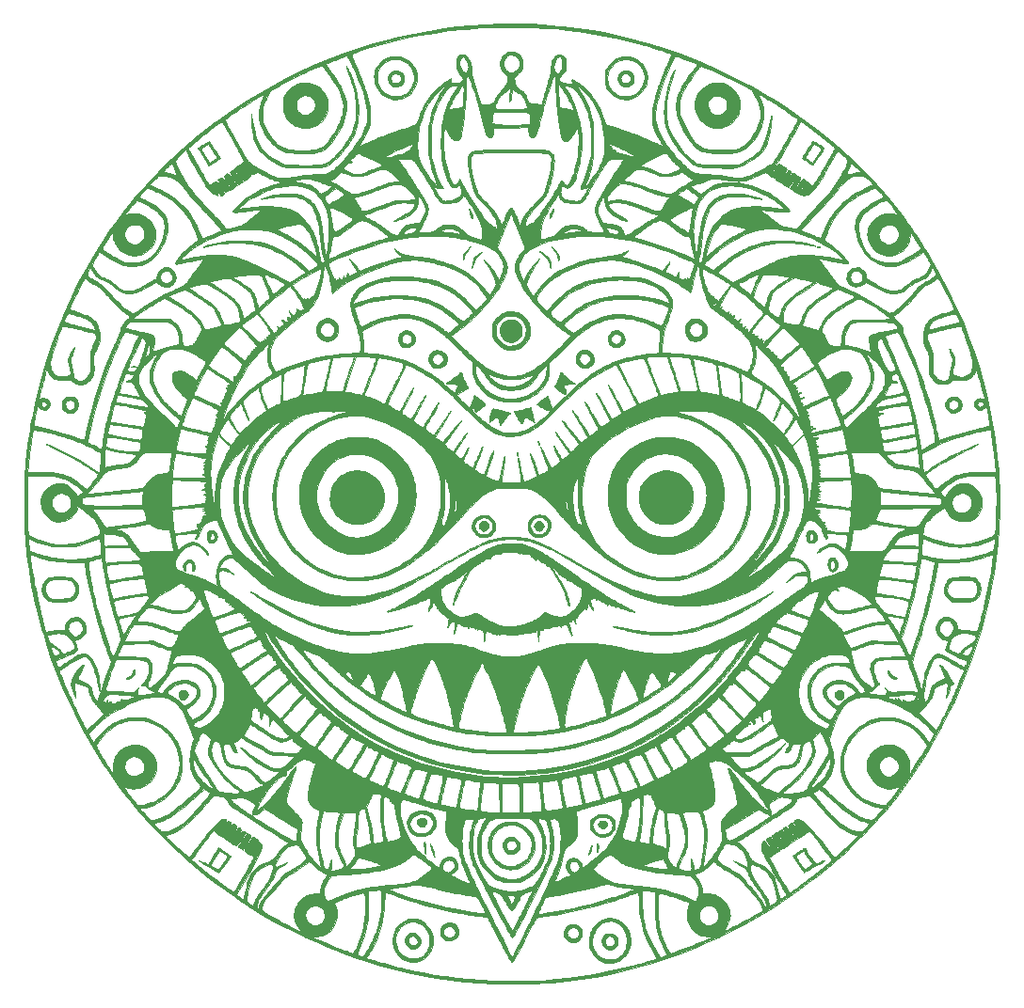
<source format=gbr>
%TF.GenerationSoftware,KiCad,Pcbnew,7.0.1*%
%TF.CreationDate,2023-09-06T21:44:50-07:00*%
%TF.ProjectId,skull_05,736b756c-6c5f-4303-952e-6b696361645f,rev?*%
%TF.SameCoordinates,Original*%
%TF.FileFunction,Copper,L1,Top*%
%TF.FilePolarity,Positive*%
%FSLAX46Y46*%
G04 Gerber Fmt 4.6, Leading zero omitted, Abs format (unit mm)*
G04 Created by KiCad (PCBNEW 7.0.1) date 2023-09-06 21:44:50*
%MOMM*%
%LPD*%
G01*
G04 APERTURE LIST*
%TA.AperFunction,EtchedComponent*%
%ADD10C,0.010000*%
%TD*%
G04 APERTURE END LIST*
%TO.C,G\u002A\u002A\u002A*%
D10*
X77647873Y-26818866D02*
X77681515Y-26840220D01*
X77686000Y-26854280D01*
X77667377Y-26885302D01*
X77618058Y-26902173D01*
X77547871Y-26902994D01*
X77489037Y-26892351D01*
X77459886Y-26874130D01*
X77466902Y-26849533D01*
X77506209Y-26825918D01*
X77527647Y-26819041D01*
X77592220Y-26810835D01*
X77647873Y-26818866D01*
%TA.AperFunction,EtchedComponent*%
G36*
X77647873Y-26818866D02*
G01*
X77681515Y-26840220D01*
X77686000Y-26854280D01*
X77667377Y-26885302D01*
X77618058Y-26902173D01*
X77547871Y-26902994D01*
X77489037Y-26892351D01*
X77459886Y-26874130D01*
X77466902Y-26849533D01*
X77506209Y-26825918D01*
X77527647Y-26819041D01*
X77592220Y-26810835D01*
X77647873Y-26818866D01*
G37*
%TD.AperFunction*%
X50508846Y-45381823D02*
X50523038Y-45430147D01*
X50529136Y-45506208D01*
X50529167Y-45512667D01*
X50523791Y-45590590D01*
X50510062Y-45641031D01*
X50491578Y-45660459D01*
X50471937Y-45645342D01*
X50454736Y-45592149D01*
X50453687Y-45586750D01*
X50447957Y-45510913D01*
X50453687Y-45438584D01*
X50470572Y-45382510D01*
X50490158Y-45364767D01*
X50508846Y-45381823D01*
%TA.AperFunction,EtchedComponent*%
G36*
X50508846Y-45381823D02*
G01*
X50523038Y-45430147D01*
X50529136Y-45506208D01*
X50529167Y-45512667D01*
X50523791Y-45590590D01*
X50510062Y-45641031D01*
X50491578Y-45660459D01*
X50471937Y-45645342D01*
X50454736Y-45592149D01*
X50453687Y-45586750D01*
X50447957Y-45510913D01*
X50453687Y-45438584D01*
X50470572Y-45382510D01*
X50490158Y-45364767D01*
X50508846Y-45381823D01*
G37*
%TD.AperFunction*%
X52363826Y-44358363D02*
X52402200Y-44399218D01*
X52423740Y-44429606D01*
X52465576Y-44503367D01*
X52492782Y-44572073D01*
X52505310Y-44629615D01*
X52503114Y-44669879D01*
X52486147Y-44686755D01*
X52454363Y-44674131D01*
X52425395Y-44646835D01*
X52398313Y-44602529D01*
X52369160Y-44534191D01*
X52344219Y-44459292D01*
X52329769Y-44395302D01*
X52328334Y-44376886D01*
X52337872Y-44350184D01*
X52363826Y-44358363D01*
%TA.AperFunction,EtchedComponent*%
G36*
X52363826Y-44358363D02*
G01*
X52402200Y-44399218D01*
X52423740Y-44429606D01*
X52465576Y-44503367D01*
X52492782Y-44572073D01*
X52505310Y-44629615D01*
X52503114Y-44669879D01*
X52486147Y-44686755D01*
X52454363Y-44674131D01*
X52425395Y-44646835D01*
X52398313Y-44602529D01*
X52369160Y-44534191D01*
X52344219Y-44459292D01*
X52329769Y-44395302D01*
X52328334Y-44376886D01*
X52337872Y-44350184D01*
X52363826Y-44358363D01*
G37*
%TD.AperFunction*%
X16058706Y-37610494D02*
X16128926Y-37616715D01*
X16165084Y-37625064D01*
X16195335Y-37640163D01*
X16186678Y-37651374D01*
X16165084Y-37660618D01*
X16123688Y-37669167D01*
X16054331Y-37675378D01*
X15971370Y-37678006D01*
X15964000Y-37678025D01*
X15880536Y-37675766D01*
X15809429Y-37669817D01*
X15765038Y-37661421D01*
X15762917Y-37660618D01*
X15732631Y-37646070D01*
X15741499Y-37635056D01*
X15762917Y-37626011D01*
X15810438Y-37616139D01*
X15885131Y-37610240D01*
X15972664Y-37608347D01*
X16058706Y-37610494D01*
%TA.AperFunction,EtchedComponent*%
G36*
X16058706Y-37610494D02*
G01*
X16128926Y-37616715D01*
X16165084Y-37625064D01*
X16195335Y-37640163D01*
X16186678Y-37651374D01*
X16165084Y-37660618D01*
X16123688Y-37669167D01*
X16054331Y-37675378D01*
X15971370Y-37678006D01*
X15964000Y-37678025D01*
X15880536Y-37675766D01*
X15809429Y-37669817D01*
X15765038Y-37661421D01*
X15762917Y-37660618D01*
X15732631Y-37646070D01*
X15741499Y-37635056D01*
X15762917Y-37626011D01*
X15810438Y-37616139D01*
X15885131Y-37610240D01*
X15972664Y-37608347D01*
X16058706Y-37610494D01*
G37*
%TD.AperFunction*%
X57171576Y-80752558D02*
X57170082Y-80796514D01*
X57156464Y-80878473D01*
X57143324Y-80941024D01*
X57085097Y-81153850D01*
X57000240Y-81382986D01*
X56950068Y-81499294D01*
X56913879Y-81571432D01*
X56885419Y-81612273D01*
X56867515Y-81619909D01*
X56862996Y-81592432D01*
X56868704Y-81554209D01*
X56880553Y-81508680D01*
X56902991Y-81432929D01*
X56932993Y-81336818D01*
X56967536Y-81230209D01*
X56974141Y-81210250D01*
X57027316Y-81054931D01*
X57073531Y-80929401D01*
X57111925Y-80835029D01*
X57141637Y-80773186D01*
X57161808Y-80745239D01*
X57171576Y-80752558D01*
%TA.AperFunction,EtchedComponent*%
G36*
X57171576Y-80752558D02*
G01*
X57170082Y-80796514D01*
X57156464Y-80878473D01*
X57143324Y-80941024D01*
X57085097Y-81153850D01*
X57000240Y-81382986D01*
X56950068Y-81499294D01*
X56913879Y-81571432D01*
X56885419Y-81612273D01*
X56867515Y-81619909D01*
X56862996Y-81592432D01*
X56868704Y-81554209D01*
X56880553Y-81508680D01*
X56902991Y-81432929D01*
X56932993Y-81336818D01*
X56967536Y-81230209D01*
X56974141Y-81210250D01*
X57027316Y-81054931D01*
X57073531Y-80929401D01*
X57111925Y-80835029D01*
X57141637Y-80773186D01*
X57161808Y-80745239D01*
X57171576Y-80752558D01*
G37*
%TD.AperFunction*%
X46206007Y-23454694D02*
X46241029Y-23516776D01*
X46271559Y-23584169D01*
X46307558Y-23674712D01*
X46346240Y-23779990D01*
X46384815Y-23891589D01*
X46420495Y-24001095D01*
X46450491Y-24100095D01*
X46472015Y-24180174D01*
X46482278Y-24232918D01*
X46482498Y-24245361D01*
X46461989Y-24287735D01*
X46425332Y-24297475D01*
X46384896Y-24273232D01*
X46372697Y-24257337D01*
X46328800Y-24172784D01*
X46282529Y-24053371D01*
X46236416Y-23906287D01*
X46199272Y-23765029D01*
X46169979Y-23632089D01*
X46153272Y-23529143D01*
X46148835Y-23458062D01*
X46156355Y-23420714D01*
X46175517Y-23418968D01*
X46206007Y-23454694D01*
%TA.AperFunction,EtchedComponent*%
G36*
X46206007Y-23454694D02*
G01*
X46241029Y-23516776D01*
X46271559Y-23584169D01*
X46307558Y-23674712D01*
X46346240Y-23779990D01*
X46384815Y-23891589D01*
X46420495Y-24001095D01*
X46450491Y-24100095D01*
X46472015Y-24180174D01*
X46482278Y-24232918D01*
X46482498Y-24245361D01*
X46461989Y-24287735D01*
X46425332Y-24297475D01*
X46384896Y-24273232D01*
X46372697Y-24257337D01*
X46328800Y-24172784D01*
X46282529Y-24053371D01*
X46236416Y-23906287D01*
X46199272Y-23765029D01*
X46169979Y-23632089D01*
X46153272Y-23529143D01*
X46148835Y-23458062D01*
X46156355Y-23420714D01*
X46175517Y-23418968D01*
X46206007Y-23454694D01*
G37*
%TD.AperFunction*%
X47640030Y-51563610D02*
X47734367Y-51619979D01*
X47812041Y-51700327D01*
X47867782Y-51801210D01*
X47896317Y-51919181D01*
X47892375Y-52050796D01*
X47883952Y-52092923D01*
X47836570Y-52210833D01*
X47759859Y-52309779D01*
X47661534Y-52384573D01*
X47549306Y-52430027D01*
X47430892Y-52440951D01*
X47377942Y-52433287D01*
X47278513Y-52393151D01*
X47183013Y-52323828D01*
X47106307Y-52237024D01*
X47085917Y-52203296D01*
X47042834Y-52079006D01*
X47039026Y-51950324D01*
X47073019Y-51824339D01*
X47143340Y-51708140D01*
X47201492Y-51646847D01*
X47309762Y-51572840D01*
X47422457Y-51536595D01*
X47534303Y-51534667D01*
X47640030Y-51563610D01*
%TA.AperFunction,EtchedComponent*%
G36*
X47640030Y-51563610D02*
G01*
X47734367Y-51619979D01*
X47812041Y-51700327D01*
X47867782Y-51801210D01*
X47896317Y-51919181D01*
X47892375Y-52050796D01*
X47883952Y-52092923D01*
X47836570Y-52210833D01*
X47759859Y-52309779D01*
X47661534Y-52384573D01*
X47549306Y-52430027D01*
X47430892Y-52440951D01*
X47377942Y-52433287D01*
X47278513Y-52393151D01*
X47183013Y-52323828D01*
X47106307Y-52237024D01*
X47085917Y-52203296D01*
X47042834Y-52079006D01*
X47039026Y-51950324D01*
X47073019Y-51824339D01*
X47143340Y-51708140D01*
X47201492Y-51646847D01*
X47309762Y-51572840D01*
X47422457Y-51536595D01*
X47534303Y-51534667D01*
X47640030Y-51563610D01*
G37*
%TD.AperFunction*%
X57745614Y-80607666D02*
X57760922Y-80633459D01*
X57788489Y-80721848D01*
X57796720Y-80839920D01*
X57785805Y-80979793D01*
X57755929Y-81133588D01*
X57748350Y-81162895D01*
X57724874Y-81244318D01*
X57703637Y-81307453D01*
X57687867Y-81343141D01*
X57683138Y-81347834D01*
X57668789Y-81329523D01*
X57655101Y-81285108D01*
X57654396Y-81281688D01*
X57648905Y-81231866D01*
X57644976Y-81151946D01*
X57642605Y-81052171D01*
X57641792Y-80942785D01*
X57642535Y-80834030D01*
X57644833Y-80736151D01*
X57648682Y-80659390D01*
X57654082Y-80613991D01*
X57654508Y-80612292D01*
X57676929Y-80572221D01*
X57708909Y-80570999D01*
X57745614Y-80607666D01*
%TA.AperFunction,EtchedComponent*%
G36*
X57745614Y-80607666D02*
G01*
X57760922Y-80633459D01*
X57788489Y-80721848D01*
X57796720Y-80839920D01*
X57785805Y-80979793D01*
X57755929Y-81133588D01*
X57748350Y-81162895D01*
X57724874Y-81244318D01*
X57703637Y-81307453D01*
X57687867Y-81343141D01*
X57683138Y-81347834D01*
X57668789Y-81329523D01*
X57655101Y-81285108D01*
X57654396Y-81281688D01*
X57648905Y-81231866D01*
X57644976Y-81151946D01*
X57642605Y-81052171D01*
X57641792Y-80942785D01*
X57642535Y-80834030D01*
X57644833Y-80736151D01*
X57648682Y-80659390D01*
X57654082Y-80613991D01*
X57654508Y-80612292D01*
X57676929Y-80572221D01*
X57708909Y-80570999D01*
X57745614Y-80607666D01*
G37*
%TD.AperFunction*%
X41978176Y-78275197D02*
X42093724Y-78309686D01*
X42192931Y-78371954D01*
X42269155Y-78460017D01*
X42315755Y-78571893D01*
X42315781Y-78572003D01*
X42326656Y-78699490D01*
X42300615Y-78821250D01*
X42241414Y-78928721D01*
X42152813Y-79013343D01*
X42111101Y-79038303D01*
X42052653Y-79056541D01*
X41969734Y-79068934D01*
X41879961Y-79074200D01*
X41800950Y-79071060D01*
X41762836Y-79063626D01*
X41644631Y-79004137D01*
X41551517Y-78912798D01*
X41487002Y-78794181D01*
X41455785Y-78663725D01*
X41458995Y-78548359D01*
X41499430Y-78452434D01*
X41578500Y-78372959D01*
X41599903Y-78358236D01*
X41724624Y-78297489D01*
X41852929Y-78270471D01*
X41978176Y-78275197D01*
%TA.AperFunction,EtchedComponent*%
G36*
X41978176Y-78275197D02*
G01*
X42093724Y-78309686D01*
X42192931Y-78371954D01*
X42269155Y-78460017D01*
X42315755Y-78571893D01*
X42315781Y-78572003D01*
X42326656Y-78699490D01*
X42300615Y-78821250D01*
X42241414Y-78928721D01*
X42152813Y-79013343D01*
X42111101Y-79038303D01*
X42052653Y-79056541D01*
X41969734Y-79068934D01*
X41879961Y-79074200D01*
X41800950Y-79071060D01*
X41762836Y-79063626D01*
X41644631Y-79004137D01*
X41551517Y-78912798D01*
X41487002Y-78794181D01*
X41455785Y-78663725D01*
X41458995Y-78548359D01*
X41499430Y-78452434D01*
X41578500Y-78372959D01*
X41599903Y-78358236D01*
X41724624Y-78297489D01*
X41852929Y-78270471D01*
X41978176Y-78275197D01*
G37*
%TD.AperFunction*%
X53741959Y-23411747D02*
X53739972Y-23462107D01*
X53725334Y-23538013D01*
X53700321Y-23632895D01*
X53667205Y-23740185D01*
X53628260Y-23853314D01*
X53585761Y-23965713D01*
X53541981Y-24070813D01*
X53499194Y-24162045D01*
X53459673Y-24232841D01*
X53425693Y-24276632D01*
X53422301Y-24279592D01*
X53393052Y-24296805D01*
X53376375Y-24279727D01*
X53372788Y-24270963D01*
X53366863Y-24215802D01*
X53377600Y-24134427D01*
X53402101Y-24033981D01*
X53437465Y-23921605D01*
X53480793Y-23804443D01*
X53529186Y-23689637D01*
X53579743Y-23584330D01*
X53629564Y-23495664D01*
X53675750Y-23430781D01*
X53715402Y-23396825D01*
X53729023Y-23393500D01*
X53741959Y-23411747D01*
%TA.AperFunction,EtchedComponent*%
G36*
X53741959Y-23411747D02*
G01*
X53739972Y-23462107D01*
X53725334Y-23538013D01*
X53700321Y-23632895D01*
X53667205Y-23740185D01*
X53628260Y-23853314D01*
X53585761Y-23965713D01*
X53541981Y-24070813D01*
X53499194Y-24162045D01*
X53459673Y-24232841D01*
X53425693Y-24276632D01*
X53422301Y-24279592D01*
X53393052Y-24296805D01*
X53376375Y-24279727D01*
X53372788Y-24270963D01*
X53366863Y-24215802D01*
X53377600Y-24134427D01*
X53402101Y-24033981D01*
X53437465Y-23921605D01*
X53480793Y-23804443D01*
X53529186Y-23689637D01*
X53579743Y-23584330D01*
X53629564Y-23495664D01*
X53675750Y-23430781D01*
X53715402Y-23396825D01*
X53729023Y-23393500D01*
X53741959Y-23411747D01*
G37*
%TD.AperFunction*%
X79584652Y-66792047D02*
X79690364Y-66844198D01*
X79771645Y-66930839D01*
X79800103Y-66980953D01*
X79838377Y-67100029D01*
X79845873Y-67225978D01*
X79825054Y-67349532D01*
X79778381Y-67461426D01*
X79708320Y-67552392D01*
X79634140Y-67605375D01*
X79540532Y-67642144D01*
X79456156Y-67648098D01*
X79363223Y-67624745D01*
X79239838Y-67559083D01*
X79145180Y-67464137D01*
X79082108Y-67344133D01*
X79053478Y-67203296D01*
X79052033Y-67164621D01*
X79054825Y-67078865D01*
X79067321Y-67017229D01*
X79093951Y-66961826D01*
X79107570Y-66940387D01*
X79187297Y-66852794D01*
X79290039Y-66798359D01*
X79418942Y-66775582D01*
X79454963Y-66774658D01*
X79584652Y-66792047D01*
%TA.AperFunction,EtchedComponent*%
G36*
X79584652Y-66792047D02*
G01*
X79690364Y-66844198D01*
X79771645Y-66930839D01*
X79800103Y-66980953D01*
X79838377Y-67100029D01*
X79845873Y-67225978D01*
X79825054Y-67349532D01*
X79778381Y-67461426D01*
X79708320Y-67552392D01*
X79634140Y-67605375D01*
X79540532Y-67642144D01*
X79456156Y-67648098D01*
X79363223Y-67624745D01*
X79239838Y-67559083D01*
X79145180Y-67464137D01*
X79082108Y-67344133D01*
X79053478Y-67203296D01*
X79052033Y-67164621D01*
X79054825Y-67078865D01*
X79067321Y-67017229D01*
X79093951Y-66961826D01*
X79107570Y-66940387D01*
X79187297Y-66852794D01*
X79290039Y-66798359D01*
X79418942Y-66775582D01*
X79454963Y-66774658D01*
X79584652Y-66792047D01*
G37*
%TD.AperFunction*%
X20611533Y-66801844D02*
X20620284Y-66806138D01*
X20711146Y-66872737D01*
X20783208Y-66964654D01*
X20830637Y-67070544D01*
X20847602Y-67179061D01*
X20841626Y-67236730D01*
X20799254Y-67353611D01*
X20728717Y-67462498D01*
X20638810Y-67553363D01*
X20538330Y-67616181D01*
X20495050Y-67631800D01*
X20423554Y-67648360D01*
X20368999Y-67648487D01*
X20310055Y-67630413D01*
X20270541Y-67613214D01*
X20166282Y-67544382D01*
X20086584Y-67448827D01*
X20034050Y-67335335D01*
X20011282Y-67212692D01*
X20020883Y-67089682D01*
X20065455Y-66975092D01*
X20076338Y-66957622D01*
X20157255Y-66870278D01*
X20261953Y-66808042D01*
X20379713Y-66773900D01*
X20499813Y-66770839D01*
X20611533Y-66801844D01*
%TA.AperFunction,EtchedComponent*%
G36*
X20611533Y-66801844D02*
G01*
X20620284Y-66806138D01*
X20711146Y-66872737D01*
X20783208Y-66964654D01*
X20830637Y-67070544D01*
X20847602Y-67179061D01*
X20841626Y-67236730D01*
X20799254Y-67353611D01*
X20728717Y-67462498D01*
X20638810Y-67553363D01*
X20538330Y-67616181D01*
X20495050Y-67631800D01*
X20423554Y-67648360D01*
X20368999Y-67648487D01*
X20310055Y-67630413D01*
X20270541Y-67613214D01*
X20166282Y-67544382D01*
X20086584Y-67448827D01*
X20034050Y-67335335D01*
X20011282Y-67212692D01*
X20020883Y-67089682D01*
X20065455Y-66975092D01*
X20076338Y-66957622D01*
X20157255Y-66870278D01*
X20261953Y-66808042D01*
X20379713Y-66773900D01*
X20499813Y-66770839D01*
X20611533Y-66801844D01*
G37*
%TD.AperFunction*%
X42656128Y-80584647D02*
X42690164Y-80642858D01*
X42733182Y-80736702D01*
X42784076Y-80863585D01*
X42841737Y-81020910D01*
X42902929Y-81199667D01*
X42962917Y-81388267D01*
X43004815Y-81538899D01*
X43028673Y-81651840D01*
X43034544Y-81727371D01*
X43022479Y-81765771D01*
X43008466Y-81771167D01*
X42993918Y-81760327D01*
X42973957Y-81725641D01*
X42947301Y-81663858D01*
X42912669Y-81571727D01*
X42868778Y-81445995D01*
X42814347Y-81283414D01*
X42805131Y-81255456D01*
X42742590Y-81063468D01*
X42693549Y-80908111D01*
X42657206Y-80786175D01*
X42632756Y-80694447D01*
X42619395Y-80629717D01*
X42616319Y-80588773D01*
X42622724Y-80568404D01*
X42632180Y-80564667D01*
X42656128Y-80584647D01*
%TA.AperFunction,EtchedComponent*%
G36*
X42656128Y-80584647D02*
G01*
X42690164Y-80642858D01*
X42733182Y-80736702D01*
X42784076Y-80863585D01*
X42841737Y-81020910D01*
X42902929Y-81199667D01*
X42962917Y-81388267D01*
X43004815Y-81538899D01*
X43028673Y-81651840D01*
X43034544Y-81727371D01*
X43022479Y-81765771D01*
X43008466Y-81771167D01*
X42993918Y-81760327D01*
X42973957Y-81725641D01*
X42947301Y-81663858D01*
X42912669Y-81571727D01*
X42868778Y-81445995D01*
X42814347Y-81283414D01*
X42805131Y-81255456D01*
X42742590Y-81063468D01*
X42693549Y-80908111D01*
X42657206Y-80786175D01*
X42632756Y-80694447D01*
X42619395Y-80629717D01*
X42616319Y-80588773D01*
X42622724Y-80568404D01*
X42632180Y-80564667D01*
X42656128Y-80584647D01*
G37*
%TD.AperFunction*%
X58315275Y-78552856D02*
X58317222Y-78553376D01*
X58399909Y-78589000D01*
X58474977Y-78642799D01*
X58481263Y-78648863D01*
X58527533Y-78703396D01*
X58547657Y-78756520D01*
X58551215Y-78811009D01*
X58534818Y-78950209D01*
X58489093Y-79067450D01*
X58418672Y-79159165D01*
X58328183Y-79221787D01*
X58222256Y-79251749D01*
X58105521Y-79245483D01*
X58022167Y-79218637D01*
X57938407Y-79168513D01*
X57855767Y-79096483D01*
X57791039Y-79017924D01*
X57776944Y-78994093D01*
X57748160Y-78896700D01*
X57756146Y-78795203D01*
X57797665Y-78699341D01*
X57869481Y-78618852D01*
X57911233Y-78590002D01*
X57994358Y-78558106D01*
X58100815Y-78540254D01*
X58213492Y-78537990D01*
X58315275Y-78552856D01*
%TA.AperFunction,EtchedComponent*%
G36*
X58315275Y-78552856D02*
G01*
X58317222Y-78553376D01*
X58399909Y-78589000D01*
X58474977Y-78642799D01*
X58481263Y-78648863D01*
X58527533Y-78703396D01*
X58547657Y-78756520D01*
X58551215Y-78811009D01*
X58534818Y-78950209D01*
X58489093Y-79067450D01*
X58418672Y-79159165D01*
X58328183Y-79221787D01*
X58222256Y-79251749D01*
X58105521Y-79245483D01*
X58022167Y-79218637D01*
X57938407Y-79168513D01*
X57855767Y-79096483D01*
X57791039Y-79017924D01*
X57776944Y-78994093D01*
X57748160Y-78896700D01*
X57756146Y-78795203D01*
X57797665Y-78699341D01*
X57869481Y-78618852D01*
X57911233Y-78590002D01*
X57994358Y-78558106D01*
X58100815Y-78540254D01*
X58213492Y-78537990D01*
X58315275Y-78552856D01*
G37*
%TD.AperFunction*%
X42127259Y-80456858D02*
X42156424Y-80508232D01*
X42186365Y-80582492D01*
X42213242Y-80670342D01*
X42230518Y-80747156D01*
X42239316Y-80815352D01*
X42245110Y-80903300D01*
X42248118Y-81004388D01*
X42248556Y-81112002D01*
X42246644Y-81219529D01*
X42242600Y-81320357D01*
X42236640Y-81407873D01*
X42228984Y-81475463D01*
X42219849Y-81516515D01*
X42209452Y-81524415D01*
X42205139Y-81517167D01*
X42195151Y-81483851D01*
X42179052Y-81419599D01*
X42159399Y-81334911D01*
X42145900Y-81273750D01*
X42129030Y-81180676D01*
X42114255Y-81070802D01*
X42101948Y-80951351D01*
X42092482Y-80829548D01*
X42086231Y-80712617D01*
X42083567Y-80607781D01*
X42084864Y-80522266D01*
X42090494Y-80463294D01*
X42100832Y-80438090D01*
X42102710Y-80437667D01*
X42127259Y-80456858D01*
%TA.AperFunction,EtchedComponent*%
G36*
X42127259Y-80456858D02*
G01*
X42156424Y-80508232D01*
X42186365Y-80582492D01*
X42213242Y-80670342D01*
X42230518Y-80747156D01*
X42239316Y-80815352D01*
X42245110Y-80903300D01*
X42248118Y-81004388D01*
X42248556Y-81112002D01*
X42246644Y-81219529D01*
X42242600Y-81320357D01*
X42236640Y-81407873D01*
X42228984Y-81475463D01*
X42219849Y-81516515D01*
X42209452Y-81524415D01*
X42205139Y-81517167D01*
X42195151Y-81483851D01*
X42179052Y-81419599D01*
X42159399Y-81334911D01*
X42145900Y-81273750D01*
X42129030Y-81180676D01*
X42114255Y-81070802D01*
X42101948Y-80951351D01*
X42092482Y-80829548D01*
X42086231Y-80712617D01*
X42083567Y-80607781D01*
X42084864Y-80522266D01*
X42090494Y-80463294D01*
X42100832Y-80438090D01*
X42102710Y-80437667D01*
X42127259Y-80456858D01*
G37*
%TD.AperFunction*%
X83862607Y-65008666D02*
X83894241Y-65048468D01*
X83930996Y-65107708D01*
X83977619Y-65177895D01*
X84044288Y-65262322D01*
X84119577Y-65346914D01*
X84152499Y-65380569D01*
X84232918Y-65456678D01*
X84296765Y-65507756D01*
X84354733Y-65541157D01*
X84417513Y-65564236D01*
X84421091Y-65565285D01*
X84519622Y-65603952D01*
X84582774Y-65651322D01*
X84607297Y-65704867D01*
X84607500Y-65710361D01*
X84589500Y-65747736D01*
X84539121Y-65765423D01*
X84461795Y-65762770D01*
X84364084Y-65739488D01*
X84220899Y-65680709D01*
X84088657Y-65601311D01*
X83976265Y-65508117D01*
X83892629Y-65407948D01*
X83863937Y-65356417D01*
X83845086Y-65297120D01*
X83831828Y-65221173D01*
X83824863Y-65140850D01*
X83824891Y-65068424D01*
X83832612Y-65016170D01*
X83843479Y-64997832D01*
X83862607Y-65008666D01*
%TA.AperFunction,EtchedComponent*%
G36*
X83862607Y-65008666D02*
G01*
X83894241Y-65048468D01*
X83930996Y-65107708D01*
X83977619Y-65177895D01*
X84044288Y-65262322D01*
X84119577Y-65346914D01*
X84152499Y-65380569D01*
X84232918Y-65456678D01*
X84296765Y-65507756D01*
X84354733Y-65541157D01*
X84417513Y-65564236D01*
X84421091Y-65565285D01*
X84519622Y-65603952D01*
X84582774Y-65651322D01*
X84607297Y-65704867D01*
X84607500Y-65710361D01*
X84589500Y-65747736D01*
X84539121Y-65765423D01*
X84461795Y-65762770D01*
X84364084Y-65739488D01*
X84220899Y-65680709D01*
X84088657Y-65601311D01*
X83976265Y-65508117D01*
X83892629Y-65407948D01*
X83863937Y-65356417D01*
X83845086Y-65297120D01*
X83831828Y-65221173D01*
X83824863Y-65140850D01*
X83824891Y-65068424D01*
X83832612Y-65016170D01*
X83843479Y-64997832D01*
X83862607Y-65008666D01*
G37*
%TD.AperFunction*%
X46239686Y-26871953D02*
X46209294Y-26918778D01*
X46161418Y-26987218D01*
X46100195Y-27071283D01*
X46061744Y-27122794D01*
X45925671Y-27316220D01*
X45813928Y-27501617D01*
X45729158Y-27673915D01*
X45674004Y-27828041D01*
X45658358Y-27896709D01*
X45640954Y-27979704D01*
X45625695Y-28021713D01*
X45613301Y-28024059D01*
X45604488Y-27988065D01*
X45599975Y-27915055D01*
X45600480Y-27806351D01*
X45600915Y-27790875D01*
X45606947Y-27666184D01*
X45617193Y-27574480D01*
X45633005Y-27506516D01*
X45648124Y-27468084D01*
X45671851Y-27433002D01*
X45717705Y-27377506D01*
X45780364Y-27307053D01*
X45854501Y-27227101D01*
X45934794Y-27143108D01*
X46015917Y-27060530D01*
X46092547Y-26984826D01*
X46159360Y-26921452D01*
X46211031Y-26875867D01*
X46242236Y-26853527D01*
X46248452Y-26852729D01*
X46239686Y-26871953D01*
%TA.AperFunction,EtchedComponent*%
G36*
X46239686Y-26871953D02*
G01*
X46209294Y-26918778D01*
X46161418Y-26987218D01*
X46100195Y-27071283D01*
X46061744Y-27122794D01*
X45925671Y-27316220D01*
X45813928Y-27501617D01*
X45729158Y-27673915D01*
X45674004Y-27828041D01*
X45658358Y-27896709D01*
X45640954Y-27979704D01*
X45625695Y-28021713D01*
X45613301Y-28024059D01*
X45604488Y-27988065D01*
X45599975Y-27915055D01*
X45600480Y-27806351D01*
X45600915Y-27790875D01*
X45606947Y-27666184D01*
X45617193Y-27574480D01*
X45633005Y-27506516D01*
X45648124Y-27468084D01*
X45671851Y-27433002D01*
X45717705Y-27377506D01*
X45780364Y-27307053D01*
X45854501Y-27227101D01*
X45934794Y-27143108D01*
X46015917Y-27060530D01*
X46092547Y-26984826D01*
X46159360Y-26921452D01*
X46211031Y-26875867D01*
X46242236Y-26853527D01*
X46248452Y-26852729D01*
X46239686Y-26871953D01*
G37*
%TD.AperFunction*%
X52567749Y-51572779D02*
X52680758Y-51631098D01*
X52742448Y-51683000D01*
X52808204Y-51762036D01*
X52845096Y-51844602D01*
X52857155Y-51943484D01*
X52852653Y-52032669D01*
X52823994Y-52147042D01*
X52765451Y-52251862D01*
X52684559Y-52339483D01*
X52588856Y-52402261D01*
X52485877Y-52432549D01*
X52456867Y-52434167D01*
X52381034Y-52426137D01*
X52317632Y-52405703D01*
X52306585Y-52399357D01*
X52241126Y-52348874D01*
X52168645Y-52282225D01*
X52098035Y-52208913D01*
X52038188Y-52138441D01*
X51997996Y-52080314D01*
X51988094Y-52058985D01*
X51976779Y-52008102D01*
X51983271Y-51960021D01*
X52010190Y-51895748D01*
X52010782Y-51894524D01*
X52068637Y-51797059D01*
X52142096Y-51705066D01*
X52221831Y-51628222D01*
X52298515Y-51576203D01*
X52330007Y-51563331D01*
X52447565Y-51549243D01*
X52567749Y-51572779D01*
%TA.AperFunction,EtchedComponent*%
G36*
X52567749Y-51572779D02*
G01*
X52680758Y-51631098D01*
X52742448Y-51683000D01*
X52808204Y-51762036D01*
X52845096Y-51844602D01*
X52857155Y-51943484D01*
X52852653Y-52032669D01*
X52823994Y-52147042D01*
X52765451Y-52251862D01*
X52684559Y-52339483D01*
X52588856Y-52402261D01*
X52485877Y-52432549D01*
X52456867Y-52434167D01*
X52381034Y-52426137D01*
X52317632Y-52405703D01*
X52306585Y-52399357D01*
X52241126Y-52348874D01*
X52168645Y-52282225D01*
X52098035Y-52208913D01*
X52038188Y-52138441D01*
X51997996Y-52080314D01*
X51988094Y-52058985D01*
X51976779Y-52008102D01*
X51983271Y-51960021D01*
X52010190Y-51895748D01*
X52010782Y-51894524D01*
X52068637Y-51797059D01*
X52142096Y-51705066D01*
X52221831Y-51628222D01*
X52298515Y-51576203D01*
X52330007Y-51563331D01*
X52447565Y-51549243D01*
X52567749Y-51572779D01*
G37*
%TD.AperFunction*%
X52548864Y-27258815D02*
X52618535Y-27294453D01*
X52706325Y-27347784D01*
X52805251Y-27413847D01*
X52908332Y-27487679D01*
X53008585Y-27564318D01*
X53099027Y-27638803D01*
X53172677Y-27706170D01*
X53213159Y-27749599D01*
X53329840Y-27904428D01*
X53411998Y-28050072D01*
X53463099Y-28196026D01*
X53486609Y-28351787D01*
X53487393Y-28501022D01*
X53479715Y-28610749D01*
X53469164Y-28686674D01*
X53456739Y-28727101D01*
X53443441Y-28730337D01*
X53430268Y-28694685D01*
X53418221Y-28618452D01*
X53418204Y-28618306D01*
X53378296Y-28401274D01*
X53308798Y-28200319D01*
X53207094Y-28011228D01*
X53070566Y-27829782D01*
X52896597Y-27651767D01*
X52730421Y-27510354D01*
X52615259Y-27415975D01*
X52534997Y-27343344D01*
X52488811Y-27291497D01*
X52475876Y-27259470D01*
X52495368Y-27246297D01*
X52504295Y-27245834D01*
X52548864Y-27258815D01*
%TA.AperFunction,EtchedComponent*%
G36*
X52548864Y-27258815D02*
G01*
X52618535Y-27294453D01*
X52706325Y-27347784D01*
X52805251Y-27413847D01*
X52908332Y-27487679D01*
X53008585Y-27564318D01*
X53099027Y-27638803D01*
X53172677Y-27706170D01*
X53213159Y-27749599D01*
X53329840Y-27904428D01*
X53411998Y-28050072D01*
X53463099Y-28196026D01*
X53486609Y-28351787D01*
X53487393Y-28501022D01*
X53479715Y-28610749D01*
X53469164Y-28686674D01*
X53456739Y-28727101D01*
X53443441Y-28730337D01*
X53430268Y-28694685D01*
X53418221Y-28618452D01*
X53418204Y-28618306D01*
X53378296Y-28401274D01*
X53308798Y-28200319D01*
X53207094Y-28011228D01*
X53070566Y-27829782D01*
X52896597Y-27651767D01*
X52730421Y-27510354D01*
X52615259Y-27415975D01*
X52534997Y-27343344D01*
X52488811Y-27291497D01*
X52475876Y-27259470D01*
X52495368Y-27246297D01*
X52504295Y-27245834D01*
X52548864Y-27258815D01*
G37*
%TD.AperFunction*%
X16046728Y-64956106D02*
X16078395Y-64996778D01*
X16090596Y-65070717D01*
X16091000Y-65092686D01*
X16075024Y-65194662D01*
X16031192Y-65309295D01*
X15965647Y-65424024D01*
X15884535Y-65526285D01*
X15873227Y-65537949D01*
X15800871Y-65598789D01*
X15713282Y-65654426D01*
X15618059Y-65702178D01*
X15522802Y-65739362D01*
X15435111Y-65763294D01*
X15362586Y-65771292D01*
X15312826Y-65760673D01*
X15295976Y-65741730D01*
X15295065Y-65697550D01*
X15305472Y-65667747D01*
X15343246Y-65628240D01*
X15404727Y-65590562D01*
X15471986Y-65564183D01*
X15514232Y-65557500D01*
X15577983Y-65539211D01*
X15650312Y-65489875D01*
X15724168Y-65417789D01*
X15792501Y-65331249D01*
X15848260Y-65238551D01*
X15884396Y-65147992D01*
X15891964Y-65113000D01*
X15910155Y-65023874D01*
X15934396Y-64970572D01*
X15968510Y-64946645D01*
X15992262Y-64943667D01*
X16046728Y-64956106D01*
%TA.AperFunction,EtchedComponent*%
G36*
X16046728Y-64956106D02*
G01*
X16078395Y-64996778D01*
X16090596Y-65070717D01*
X16091000Y-65092686D01*
X16075024Y-65194662D01*
X16031192Y-65309295D01*
X15965647Y-65424024D01*
X15884535Y-65526285D01*
X15873227Y-65537949D01*
X15800871Y-65598789D01*
X15713282Y-65654426D01*
X15618059Y-65702178D01*
X15522802Y-65739362D01*
X15435111Y-65763294D01*
X15362586Y-65771292D01*
X15312826Y-65760673D01*
X15295976Y-65741730D01*
X15295065Y-65697550D01*
X15305472Y-65667747D01*
X15343246Y-65628240D01*
X15404727Y-65590562D01*
X15471986Y-65564183D01*
X15514232Y-65557500D01*
X15577983Y-65539211D01*
X15650312Y-65489875D01*
X15724168Y-65417789D01*
X15792501Y-65331249D01*
X15848260Y-65238551D01*
X15884396Y-65147992D01*
X15891964Y-65113000D01*
X15910155Y-65023874D01*
X15934396Y-64970572D01*
X15968510Y-64946645D01*
X15992262Y-64943667D01*
X16046728Y-64956106D01*
G37*
%TD.AperFunction*%
X50049991Y-33415108D02*
X50222450Y-33456303D01*
X50384824Y-33526814D01*
X50532284Y-33625318D01*
X50660001Y-33750494D01*
X50763148Y-33901019D01*
X50836895Y-34075573D01*
X50856003Y-34147029D01*
X50885211Y-34355800D01*
X50878159Y-34557341D01*
X50836720Y-34747090D01*
X50762762Y-34920485D01*
X50658155Y-35072964D01*
X50524770Y-35199966D01*
X50389579Y-35284773D01*
X50186897Y-35371288D01*
X49996029Y-35420976D01*
X49819186Y-35433503D01*
X49658578Y-35408536D01*
X49629307Y-35399260D01*
X49443269Y-35313373D01*
X49279967Y-35194739D01*
X49142931Y-35048335D01*
X49035692Y-34879136D01*
X48961782Y-34692120D01*
X48924731Y-34492263D01*
X48921018Y-34401011D01*
X48941662Y-34194780D01*
X49000800Y-34001794D01*
X49096608Y-33826579D01*
X49205387Y-33695128D01*
X49355855Y-33569918D01*
X49520377Y-33480633D01*
X49694126Y-33425951D01*
X49872273Y-33404550D01*
X50049991Y-33415108D01*
%TA.AperFunction,EtchedComponent*%
G36*
X50049991Y-33415108D02*
G01*
X50222450Y-33456303D01*
X50384824Y-33526814D01*
X50532284Y-33625318D01*
X50660001Y-33750494D01*
X50763148Y-33901019D01*
X50836895Y-34075573D01*
X50856003Y-34147029D01*
X50885211Y-34355800D01*
X50878159Y-34557341D01*
X50836720Y-34747090D01*
X50762762Y-34920485D01*
X50658155Y-35072964D01*
X50524770Y-35199966D01*
X50389579Y-35284773D01*
X50186897Y-35371288D01*
X49996029Y-35420976D01*
X49819186Y-35433503D01*
X49658578Y-35408536D01*
X49629307Y-35399260D01*
X49443269Y-35313373D01*
X49279967Y-35194739D01*
X49142931Y-35048335D01*
X49035692Y-34879136D01*
X48961782Y-34692120D01*
X48924731Y-34492263D01*
X48921018Y-34401011D01*
X48941662Y-34194780D01*
X49000800Y-34001794D01*
X49096608Y-33826579D01*
X49205387Y-33695128D01*
X49355855Y-33569918D01*
X49520377Y-33480633D01*
X49694126Y-33425951D01*
X49872273Y-33404550D01*
X50049991Y-33415108D01*
G37*
%TD.AperFunction*%
X53591420Y-26858886D02*
X53627145Y-26889940D01*
X53680283Y-26941864D01*
X53745663Y-27009108D01*
X53818115Y-27086123D01*
X53892469Y-27167360D01*
X53963555Y-27247270D01*
X54026202Y-27320304D01*
X54075242Y-27380913D01*
X54098360Y-27412466D01*
X54145405Y-27490581D01*
X54185705Y-27572651D01*
X54204435Y-27622205D01*
X54222721Y-27706175D01*
X54231876Y-27798753D01*
X54232454Y-27890588D01*
X54225011Y-27972325D01*
X54210101Y-28034613D01*
X54188281Y-28068099D01*
X54177771Y-28071334D01*
X54151020Y-28068212D01*
X54148291Y-28066042D01*
X54134528Y-27909847D01*
X54116529Y-27784896D01*
X54091808Y-27680135D01*
X54057881Y-27584509D01*
X54022869Y-27508021D01*
X53975641Y-27423143D01*
X53909933Y-27319010D01*
X53834443Y-27208826D01*
X53757917Y-27105854D01*
X53692486Y-27020562D01*
X53637730Y-26946362D01*
X53598425Y-26889943D01*
X53579345Y-26857992D01*
X53578276Y-26854250D01*
X53591420Y-26858886D01*
%TA.AperFunction,EtchedComponent*%
G36*
X53591420Y-26858886D02*
G01*
X53627145Y-26889940D01*
X53680283Y-26941864D01*
X53745663Y-27009108D01*
X53818115Y-27086123D01*
X53892469Y-27167360D01*
X53963555Y-27247270D01*
X54026202Y-27320304D01*
X54075242Y-27380913D01*
X54098360Y-27412466D01*
X54145405Y-27490581D01*
X54185705Y-27572651D01*
X54204435Y-27622205D01*
X54222721Y-27706175D01*
X54231876Y-27798753D01*
X54232454Y-27890588D01*
X54225011Y-27972325D01*
X54210101Y-28034613D01*
X54188281Y-28068099D01*
X54177771Y-28071334D01*
X54151020Y-28068212D01*
X54148291Y-28066042D01*
X54134528Y-27909847D01*
X54116529Y-27784896D01*
X54091808Y-27680135D01*
X54057881Y-27584509D01*
X54022869Y-27508021D01*
X53975641Y-27423143D01*
X53909933Y-27319010D01*
X53834443Y-27208826D01*
X53757917Y-27105854D01*
X53692486Y-27020562D01*
X53637730Y-26946362D01*
X53598425Y-26889943D01*
X53579345Y-26857992D01*
X53578276Y-26854250D01*
X53591420Y-26858886D01*
G37*
%TD.AperFunction*%
X47330115Y-27299393D02*
X47320053Y-27317537D01*
X47283685Y-27359001D01*
X47225978Y-27418574D01*
X47151903Y-27491047D01*
X47104284Y-27536112D01*
X46956191Y-27680060D01*
X46837156Y-27810160D01*
X46740975Y-27935988D01*
X46661447Y-28067123D01*
X46592368Y-28213143D01*
X46527537Y-28383625D01*
X46497236Y-28473500D01*
X46462506Y-28575559D01*
X46431807Y-28658342D01*
X46407010Y-28717836D01*
X46389981Y-28750029D01*
X46382592Y-28750908D01*
X46386710Y-28716461D01*
X46388789Y-28706334D01*
X46396263Y-28662361D01*
X46406826Y-28588921D01*
X46418712Y-28498600D01*
X46424443Y-28452334D01*
X46457465Y-28249278D01*
X46505382Y-28077944D01*
X46572177Y-27929151D01*
X46661834Y-27793717D01*
X46758194Y-27683073D01*
X46819188Y-27625789D01*
X46896727Y-27561929D01*
X46983976Y-27496079D01*
X47074097Y-27432824D01*
X47160254Y-27376752D01*
X47235612Y-27332448D01*
X47293332Y-27304499D01*
X47326579Y-27297492D01*
X47330115Y-27299393D01*
%TA.AperFunction,EtchedComponent*%
G36*
X47330115Y-27299393D02*
G01*
X47320053Y-27317537D01*
X47283685Y-27359001D01*
X47225978Y-27418574D01*
X47151903Y-27491047D01*
X47104284Y-27536112D01*
X46956191Y-27680060D01*
X46837156Y-27810160D01*
X46740975Y-27935988D01*
X46661447Y-28067123D01*
X46592368Y-28213143D01*
X46527537Y-28383625D01*
X46497236Y-28473500D01*
X46462506Y-28575559D01*
X46431807Y-28658342D01*
X46407010Y-28717836D01*
X46389981Y-28750029D01*
X46382592Y-28750908D01*
X46386710Y-28716461D01*
X46388789Y-28706334D01*
X46396263Y-28662361D01*
X46406826Y-28588921D01*
X46418712Y-28498600D01*
X46424443Y-28452334D01*
X46457465Y-28249278D01*
X46505382Y-28077944D01*
X46572177Y-27929151D01*
X46661834Y-27793717D01*
X46758194Y-27683073D01*
X46819188Y-27625789D01*
X46896727Y-27561929D01*
X46983976Y-27496079D01*
X47074097Y-27432824D01*
X47160254Y-27376752D01*
X47235612Y-27332448D01*
X47293332Y-27304499D01*
X47326579Y-27297492D01*
X47330115Y-27299393D01*
G37*
%TD.AperFunction*%
X26190424Y-79689572D02*
X26207986Y-79692061D01*
X26208302Y-79692088D01*
X26277816Y-79708255D01*
X26356694Y-79741780D01*
X26431449Y-79785134D01*
X26488591Y-79830790D01*
X26511436Y-79861256D01*
X26519015Y-79885348D01*
X26519015Y-79913927D01*
X26509294Y-79951598D01*
X26487707Y-80002966D01*
X26452113Y-80072634D01*
X26400368Y-80165207D01*
X26330328Y-80285289D01*
X26255100Y-80411940D01*
X26139334Y-80603479D01*
X26036362Y-80768766D01*
X25947501Y-80905858D01*
X25874067Y-81012815D01*
X25817376Y-81087694D01*
X25778745Y-81128555D01*
X25764167Y-81135957D01*
X25734731Y-81124254D01*
X25679582Y-81092673D01*
X25607177Y-81046326D01*
X25541917Y-81001632D01*
X25465482Y-80945619D01*
X25404544Y-80896804D01*
X25366004Y-80860994D01*
X25355986Y-80845223D01*
X25368724Y-80822293D01*
X25402165Y-80769431D01*
X25453039Y-80691597D01*
X25518081Y-80593753D01*
X25594021Y-80480858D01*
X25661387Y-80381625D01*
X25780306Y-80206993D01*
X25877634Y-80064067D01*
X25955846Y-79949727D01*
X26017418Y-79860851D01*
X26064825Y-79794319D01*
X26100543Y-79747009D01*
X26127046Y-79715802D01*
X26146811Y-79697575D01*
X26162311Y-79689208D01*
X26176024Y-79687581D01*
X26190424Y-79689572D01*
%TA.AperFunction,EtchedComponent*%
G36*
X26190424Y-79689572D02*
G01*
X26207986Y-79692061D01*
X26208302Y-79692088D01*
X26277816Y-79708255D01*
X26356694Y-79741780D01*
X26431449Y-79785134D01*
X26488591Y-79830790D01*
X26511436Y-79861256D01*
X26519015Y-79885348D01*
X26519015Y-79913927D01*
X26509294Y-79951598D01*
X26487707Y-80002966D01*
X26452113Y-80072634D01*
X26400368Y-80165207D01*
X26330328Y-80285289D01*
X26255100Y-80411940D01*
X26139334Y-80603479D01*
X26036362Y-80768766D01*
X25947501Y-80905858D01*
X25874067Y-81012815D01*
X25817376Y-81087694D01*
X25778745Y-81128555D01*
X25764167Y-81135957D01*
X25734731Y-81124254D01*
X25679582Y-81092673D01*
X25607177Y-81046326D01*
X25541917Y-81001632D01*
X25465482Y-80945619D01*
X25404544Y-80896804D01*
X25366004Y-80860994D01*
X25355986Y-80845223D01*
X25368724Y-80822293D01*
X25402165Y-80769431D01*
X25453039Y-80691597D01*
X25518081Y-80593753D01*
X25594021Y-80480858D01*
X25661387Y-80381625D01*
X25780306Y-80206993D01*
X25877634Y-80064067D01*
X25955846Y-79949727D01*
X26017418Y-79860851D01*
X26064825Y-79794319D01*
X26100543Y-79747009D01*
X26127046Y-79715802D01*
X26146811Y-79697575D01*
X26162311Y-79689208D01*
X26176024Y-79687581D01*
X26190424Y-79689572D01*
G37*
%TD.AperFunction*%
X21086463Y-54994391D02*
X21175507Y-55053342D01*
X21267173Y-55148440D01*
X21322221Y-55222023D01*
X21388857Y-55339377D01*
X21436440Y-55465580D01*
X21464870Y-55593793D01*
X21474050Y-55717176D01*
X21463879Y-55828889D01*
X21434259Y-55922094D01*
X21385089Y-55989951D01*
X21333814Y-56020633D01*
X21284105Y-56031704D01*
X21253440Y-56019675D01*
X21239840Y-55979878D01*
X21241322Y-55907640D01*
X21251549Y-55826620D01*
X21261174Y-55672484D01*
X21243514Y-55535793D01*
X21200943Y-55420859D01*
X21135838Y-55331997D01*
X21050574Y-55273516D01*
X20947527Y-55249731D01*
X20933581Y-55249413D01*
X20871969Y-55257944D01*
X20817756Y-55289446D01*
X20782319Y-55321926D01*
X20710855Y-55414616D01*
X20666683Y-55525459D01*
X20648129Y-55660624D01*
X20651558Y-55803279D01*
X20657424Y-55908699D01*
X20655236Y-55978195D01*
X20644719Y-56017456D01*
X20640917Y-56023021D01*
X20600593Y-56051032D01*
X20557051Y-56038837D01*
X20515991Y-55997415D01*
X20465057Y-55906549D01*
X20429892Y-55790782D01*
X20414260Y-55665806D01*
X20416733Y-55583320D01*
X20449212Y-55438142D01*
X20511852Y-55302681D01*
X20598872Y-55182939D01*
X20704494Y-55084916D01*
X20822938Y-55014614D01*
X20948426Y-54978034D01*
X21003361Y-54974167D01*
X21086463Y-54994391D01*
%TA.AperFunction,EtchedComponent*%
G36*
X21086463Y-54994391D02*
G01*
X21175507Y-55053342D01*
X21267173Y-55148440D01*
X21322221Y-55222023D01*
X21388857Y-55339377D01*
X21436440Y-55465580D01*
X21464870Y-55593793D01*
X21474050Y-55717176D01*
X21463879Y-55828889D01*
X21434259Y-55922094D01*
X21385089Y-55989951D01*
X21333814Y-56020633D01*
X21284105Y-56031704D01*
X21253440Y-56019675D01*
X21239840Y-55979878D01*
X21241322Y-55907640D01*
X21251549Y-55826620D01*
X21261174Y-55672484D01*
X21243514Y-55535793D01*
X21200943Y-55420859D01*
X21135838Y-55331997D01*
X21050574Y-55273516D01*
X20947527Y-55249731D01*
X20933581Y-55249413D01*
X20871969Y-55257944D01*
X20817756Y-55289446D01*
X20782319Y-55321926D01*
X20710855Y-55414616D01*
X20666683Y-55525459D01*
X20648129Y-55660624D01*
X20651558Y-55803279D01*
X20657424Y-55908699D01*
X20655236Y-55978195D01*
X20644719Y-56017456D01*
X20640917Y-56023021D01*
X20600593Y-56051032D01*
X20557051Y-56038837D01*
X20515991Y-55997415D01*
X20465057Y-55906549D01*
X20429892Y-55790782D01*
X20414260Y-55665806D01*
X20416733Y-55583320D01*
X20449212Y-55438142D01*
X20511852Y-55302681D01*
X20598872Y-55182939D01*
X20704494Y-55084916D01*
X20822938Y-55014614D01*
X20948426Y-54978034D01*
X21003361Y-54974167D01*
X21086463Y-54994391D01*
G37*
%TD.AperFunction*%
X22575139Y-53046525D02*
X22858847Y-53046525D01*
X22862294Y-53139369D01*
X22881901Y-53197982D01*
X22922240Y-53228849D01*
X22987885Y-53238456D01*
X22994236Y-53238500D01*
X23060121Y-53229622D01*
X23118868Y-53197370D01*
X23153119Y-53168396D01*
X23202914Y-53115182D01*
X23228563Y-53061088D01*
X23239931Y-52990947D01*
X23237624Y-52870003D01*
X23207717Y-52768495D01*
X23152646Y-52694243D01*
X23145697Y-52688498D01*
X23076313Y-52652961D01*
X23012510Y-52656661D01*
X22956672Y-52696623D01*
X22911183Y-52769873D01*
X22878425Y-52873435D01*
X22860783Y-53004333D01*
X22858847Y-53046525D01*
X22575139Y-53046525D01*
X22568000Y-52942167D01*
X22581155Y-52772374D01*
X22619185Y-52626758D01*
X22679938Y-52508494D01*
X22761260Y-52420758D01*
X22861000Y-52366724D01*
X22969796Y-52349500D01*
X23098949Y-52369570D01*
X23215513Y-52427095D01*
X23315342Y-52518045D01*
X23394291Y-52638392D01*
X23448212Y-52784109D01*
X23457085Y-52822983D01*
X23471114Y-52970048D01*
X23455308Y-53109413D01*
X23413475Y-53236424D01*
X23349423Y-53346425D01*
X23266957Y-53434761D01*
X23169884Y-53496778D01*
X23062013Y-53527820D01*
X22947149Y-53523232D01*
X22896084Y-53508978D01*
X22773305Y-53448500D01*
X22680592Y-53363429D01*
X22616461Y-53251206D01*
X22579430Y-53109268D01*
X22575139Y-53046525D01*
%TA.AperFunction,EtchedComponent*%
G36*
X22575139Y-53046525D02*
G01*
X22858847Y-53046525D01*
X22862294Y-53139369D01*
X22881901Y-53197982D01*
X22922240Y-53228849D01*
X22987885Y-53238456D01*
X22994236Y-53238500D01*
X23060121Y-53229622D01*
X23118868Y-53197370D01*
X23153119Y-53168396D01*
X23202914Y-53115182D01*
X23228563Y-53061088D01*
X23239931Y-52990947D01*
X23237624Y-52870003D01*
X23207717Y-52768495D01*
X23152646Y-52694243D01*
X23145697Y-52688498D01*
X23076313Y-52652961D01*
X23012510Y-52656661D01*
X22956672Y-52696623D01*
X22911183Y-52769873D01*
X22878425Y-52873435D01*
X22860783Y-53004333D01*
X22858847Y-53046525D01*
X22575139Y-53046525D01*
X22568000Y-52942167D01*
X22581155Y-52772374D01*
X22619185Y-52626758D01*
X22679938Y-52508494D01*
X22761260Y-52420758D01*
X22861000Y-52366724D01*
X22969796Y-52349500D01*
X23098949Y-52369570D01*
X23215513Y-52427095D01*
X23315342Y-52518045D01*
X23394291Y-52638392D01*
X23448212Y-52784109D01*
X23457085Y-52822983D01*
X23471114Y-52970048D01*
X23455308Y-53109413D01*
X23413475Y-53236424D01*
X23349423Y-53346425D01*
X23266957Y-53434761D01*
X23169884Y-53496778D01*
X23062013Y-53527820D01*
X22947149Y-53523232D01*
X22896084Y-53508978D01*
X22773305Y-53448500D01*
X22680592Y-53363429D01*
X22616461Y-53251206D01*
X22579430Y-53109268D01*
X22575139Y-53046525D01*
G37*
%TD.AperFunction*%
X76472360Y-52927834D02*
X76739084Y-52927834D01*
X76747818Y-53035218D01*
X76769853Y-53139388D01*
X76803286Y-53228229D01*
X76846216Y-53289622D01*
X76854652Y-53296709D01*
X76918308Y-53321707D01*
X76982421Y-53307521D01*
X77027064Y-53268964D01*
X77070658Y-53185680D01*
X77096954Y-53077145D01*
X77105159Y-52957090D01*
X77094479Y-52839247D01*
X77064122Y-52737347D01*
X77058450Y-52725515D01*
X77010880Y-52670920D01*
X76947124Y-52648156D01*
X76877763Y-52656259D01*
X76813377Y-52694265D01*
X76769125Y-52751894D01*
X76745552Y-52829354D01*
X76739084Y-52927834D01*
X76472360Y-52927834D01*
X76484958Y-52769191D01*
X76528430Y-52631606D01*
X76604923Y-52511999D01*
X76634043Y-52479268D01*
X76734897Y-52399542D01*
X76845525Y-52357589D01*
X76960573Y-52351644D01*
X77074685Y-52379942D01*
X77182504Y-52440720D01*
X77278675Y-52532212D01*
X77357842Y-52652655D01*
X77391528Y-52728821D01*
X77415238Y-52802516D01*
X77427291Y-52874559D01*
X77429713Y-52961759D01*
X77427459Y-53026834D01*
X77410299Y-53180852D01*
X77373815Y-53300817D01*
X77315745Y-53391418D01*
X77233827Y-53457346D01*
X77214809Y-53467765D01*
X77116802Y-53503408D01*
X77000081Y-53524133D01*
X76883006Y-53528047D01*
X76783934Y-53513259D01*
X76781261Y-53512454D01*
X76684565Y-53461432D01*
X76602259Y-53375489D01*
X76537477Y-53260515D01*
X76493355Y-53122398D01*
X76473026Y-52967029D01*
X76472063Y-52931584D01*
X76472360Y-52927834D01*
%TA.AperFunction,EtchedComponent*%
G36*
X76472360Y-52927834D02*
G01*
X76739084Y-52927834D01*
X76747818Y-53035218D01*
X76769853Y-53139388D01*
X76803286Y-53228229D01*
X76846216Y-53289622D01*
X76854652Y-53296709D01*
X76918308Y-53321707D01*
X76982421Y-53307521D01*
X77027064Y-53268964D01*
X77070658Y-53185680D01*
X77096954Y-53077145D01*
X77105159Y-52957090D01*
X77094479Y-52839247D01*
X77064122Y-52737347D01*
X77058450Y-52725515D01*
X77010880Y-52670920D01*
X76947124Y-52648156D01*
X76877763Y-52656259D01*
X76813377Y-52694265D01*
X76769125Y-52751894D01*
X76745552Y-52829354D01*
X76739084Y-52927834D01*
X76472360Y-52927834D01*
X76484958Y-52769191D01*
X76528430Y-52631606D01*
X76604923Y-52511999D01*
X76634043Y-52479268D01*
X76734897Y-52399542D01*
X76845525Y-52357589D01*
X76960573Y-52351644D01*
X77074685Y-52379942D01*
X77182504Y-52440720D01*
X77278675Y-52532212D01*
X77357842Y-52652655D01*
X77391528Y-52728821D01*
X77415238Y-52802516D01*
X77427291Y-52874559D01*
X77429713Y-52961759D01*
X77427459Y-53026834D01*
X77410299Y-53180852D01*
X77373815Y-53300817D01*
X77315745Y-53391418D01*
X77233827Y-53457346D01*
X77214809Y-53467765D01*
X77116802Y-53503408D01*
X77000081Y-53524133D01*
X76883006Y-53528047D01*
X76783934Y-53513259D01*
X76781261Y-53512454D01*
X76684565Y-53461432D01*
X76602259Y-53375489D01*
X76537477Y-53260515D01*
X76493355Y-53122398D01*
X76473026Y-52967029D01*
X76472063Y-52931584D01*
X76472360Y-52927834D01*
G37*
%TD.AperFunction*%
X58627921Y-35162167D02*
X58925563Y-35162167D01*
X58937614Y-35276565D01*
X58977955Y-35372378D01*
X59052645Y-35463340D01*
X59062819Y-35473258D01*
X59172903Y-35553104D01*
X59294260Y-35596683D01*
X59419380Y-35603214D01*
X59540750Y-35571917D01*
X59614567Y-35530570D01*
X59716712Y-35437337D01*
X59788762Y-35326774D01*
X59829730Y-35206185D01*
X59838626Y-35082874D01*
X59814461Y-34964145D01*
X59756247Y-34857303D01*
X59712268Y-34808939D01*
X59635130Y-34754171D01*
X59538423Y-34708839D01*
X59441286Y-34680900D01*
X59392029Y-34675798D01*
X59269126Y-34695063D01*
X59155811Y-34749863D01*
X59058486Y-34833522D01*
X58983558Y-34939360D01*
X58937430Y-35060700D01*
X58925563Y-35162167D01*
X58627921Y-35162167D01*
X58624510Y-35133400D01*
X58643934Y-34962919D01*
X58703143Y-34802195D01*
X58801516Y-34654502D01*
X58881918Y-34570897D01*
X59021119Y-34469434D01*
X59170689Y-34406252D01*
X59325803Y-34380120D01*
X59481634Y-34389804D01*
X59633357Y-34434074D01*
X59776147Y-34511697D01*
X59905178Y-34621443D01*
X60015623Y-34762079D01*
X60078384Y-34876296D01*
X60130416Y-35033442D01*
X60143355Y-35191665D01*
X60120012Y-35346030D01*
X60063198Y-35491601D01*
X59975724Y-35623442D01*
X59860401Y-35736619D01*
X59720040Y-35826196D01*
X59557453Y-35887237D01*
X59494654Y-35901160D01*
X59403298Y-35916230D01*
X59335051Y-35921132D01*
X59271788Y-35915279D01*
X59195385Y-35898083D01*
X59166889Y-35890544D01*
X59009031Y-35827279D01*
X58874997Y-35729315D01*
X58766140Y-35597829D01*
X58707498Y-35490551D01*
X58645491Y-35310368D01*
X58627921Y-35162167D01*
%TA.AperFunction,EtchedComponent*%
G36*
X58627921Y-35162167D02*
G01*
X58925563Y-35162167D01*
X58937614Y-35276565D01*
X58977955Y-35372378D01*
X59052645Y-35463340D01*
X59062819Y-35473258D01*
X59172903Y-35553104D01*
X59294260Y-35596683D01*
X59419380Y-35603214D01*
X59540750Y-35571917D01*
X59614567Y-35530570D01*
X59716712Y-35437337D01*
X59788762Y-35326774D01*
X59829730Y-35206185D01*
X59838626Y-35082874D01*
X59814461Y-34964145D01*
X59756247Y-34857303D01*
X59712268Y-34808939D01*
X59635130Y-34754171D01*
X59538423Y-34708839D01*
X59441286Y-34680900D01*
X59392029Y-34675798D01*
X59269126Y-34695063D01*
X59155811Y-34749863D01*
X59058486Y-34833522D01*
X58983558Y-34939360D01*
X58937430Y-35060700D01*
X58925563Y-35162167D01*
X58627921Y-35162167D01*
X58624510Y-35133400D01*
X58643934Y-34962919D01*
X58703143Y-34802195D01*
X58801516Y-34654502D01*
X58881918Y-34570897D01*
X59021119Y-34469434D01*
X59170689Y-34406252D01*
X59325803Y-34380120D01*
X59481634Y-34389804D01*
X59633357Y-34434074D01*
X59776147Y-34511697D01*
X59905178Y-34621443D01*
X60015623Y-34762079D01*
X60078384Y-34876296D01*
X60130416Y-35033442D01*
X60143355Y-35191665D01*
X60120012Y-35346030D01*
X60063198Y-35491601D01*
X59975724Y-35623442D01*
X59860401Y-35736619D01*
X59720040Y-35826196D01*
X59557453Y-35887237D01*
X59494654Y-35901160D01*
X59403298Y-35916230D01*
X59335051Y-35921132D01*
X59271788Y-35915279D01*
X59195385Y-35898083D01*
X59166889Y-35890544D01*
X59009031Y-35827279D01*
X58874997Y-35729315D01*
X58766140Y-35597829D01*
X58707498Y-35490551D01*
X58645491Y-35310368D01*
X58627921Y-35162167D01*
G37*
%TD.AperFunction*%
X78435337Y-55657302D02*
X78616412Y-55657302D01*
X78629304Y-55757529D01*
X78639973Y-55792958D01*
X78687754Y-55874103D01*
X78752109Y-55919317D01*
X78826857Y-55926642D01*
X78905817Y-55894118D01*
X78921986Y-55882333D01*
X78997790Y-55797248D01*
X79049500Y-55685285D01*
X79074935Y-55555788D01*
X79071914Y-55418099D01*
X79052328Y-55323992D01*
X79009541Y-55217008D01*
X78954428Y-55139313D01*
X78891593Y-55093682D01*
X78825642Y-55082889D01*
X78761178Y-55109712D01*
X78735496Y-55133033D01*
X78692925Y-55201466D01*
X78658016Y-55299961D01*
X78632484Y-55416666D01*
X78618044Y-55539730D01*
X78616412Y-55657302D01*
X78435337Y-55657302D01*
X78431461Y-55644248D01*
X78421753Y-55577359D01*
X78417791Y-55489946D01*
X78417158Y-55428840D01*
X78417764Y-55328180D01*
X78422377Y-55256064D01*
X78433657Y-55198725D01*
X78454264Y-55142396D01*
X78485185Y-55076702D01*
X78553266Y-54959547D01*
X78626238Y-54880106D01*
X78710288Y-54833778D01*
X78811598Y-54815966D01*
X78836504Y-54815417D01*
X78899786Y-54816551D01*
X78943819Y-54824246D01*
X78981233Y-54844944D01*
X79024660Y-54885084D01*
X79072365Y-54935680D01*
X79182275Y-55070170D01*
X79255216Y-55200591D01*
X79294770Y-55335037D01*
X79304812Y-55461000D01*
X79285237Y-55629507D01*
X79227615Y-55779511D01*
X79132131Y-55910684D01*
X78998972Y-56022699D01*
X78978314Y-56036211D01*
X78886732Y-56083471D01*
X78808295Y-56095618D01*
X78733074Y-56071601D01*
X78651144Y-56010369D01*
X78640335Y-56000418D01*
X78546359Y-55890894D01*
X78478108Y-55772876D01*
X78449413Y-55704719D01*
X78435337Y-55657302D01*
%TA.AperFunction,EtchedComponent*%
G36*
X78435337Y-55657302D02*
G01*
X78616412Y-55657302D01*
X78629304Y-55757529D01*
X78639973Y-55792958D01*
X78687754Y-55874103D01*
X78752109Y-55919317D01*
X78826857Y-55926642D01*
X78905817Y-55894118D01*
X78921986Y-55882333D01*
X78997790Y-55797248D01*
X79049500Y-55685285D01*
X79074935Y-55555788D01*
X79071914Y-55418099D01*
X79052328Y-55323992D01*
X79009541Y-55217008D01*
X78954428Y-55139313D01*
X78891593Y-55093682D01*
X78825642Y-55082889D01*
X78761178Y-55109712D01*
X78735496Y-55133033D01*
X78692925Y-55201466D01*
X78658016Y-55299961D01*
X78632484Y-55416666D01*
X78618044Y-55539730D01*
X78616412Y-55657302D01*
X78435337Y-55657302D01*
X78431461Y-55644248D01*
X78421753Y-55577359D01*
X78417791Y-55489946D01*
X78417158Y-55428840D01*
X78417764Y-55328180D01*
X78422377Y-55256064D01*
X78433657Y-55198725D01*
X78454264Y-55142396D01*
X78485185Y-55076702D01*
X78553266Y-54959547D01*
X78626238Y-54880106D01*
X78710288Y-54833778D01*
X78811598Y-54815966D01*
X78836504Y-54815417D01*
X78899786Y-54816551D01*
X78943819Y-54824246D01*
X78981233Y-54844944D01*
X79024660Y-54885084D01*
X79072365Y-54935680D01*
X79182275Y-55070170D01*
X79255216Y-55200591D01*
X79294770Y-55335037D01*
X79304812Y-55461000D01*
X79285237Y-55629507D01*
X79227615Y-55779511D01*
X79132131Y-55910684D01*
X78998972Y-56022699D01*
X78978314Y-56036211D01*
X78886732Y-56083471D01*
X78808295Y-56095618D01*
X78733074Y-56071601D01*
X78651144Y-56010369D01*
X78640335Y-56000418D01*
X78546359Y-55890894D01*
X78478108Y-55772876D01*
X78449413Y-55704719D01*
X78435337Y-55657302D01*
G37*
%TD.AperFunction*%
X42515167Y-36961865D02*
X42814521Y-36961865D01*
X42830792Y-37063536D01*
X42883602Y-37171673D01*
X42929087Y-37237438D01*
X42992371Y-37310998D01*
X43066580Y-37382360D01*
X43112350Y-37418975D01*
X43208868Y-37473444D01*
X43297987Y-37489829D01*
X43389564Y-37468362D01*
X43466188Y-37427309D01*
X43576738Y-37345459D01*
X43679117Y-37248337D01*
X43761645Y-37147892D01*
X43798871Y-37086954D01*
X43832276Y-36980243D01*
X43825010Y-36869588D01*
X43776760Y-36753795D01*
X43687213Y-36631669D01*
X43676705Y-36619870D01*
X43566072Y-36521604D01*
X43450625Y-36465127D01*
X43332035Y-36450396D01*
X43211975Y-36477367D01*
X43092115Y-36545997D01*
X42990896Y-36637850D01*
X42893977Y-36754800D01*
X42835384Y-36860879D01*
X42814521Y-36961865D01*
X42515167Y-36961865D01*
X42513139Y-36895359D01*
X42536884Y-36750371D01*
X42600451Y-36578873D01*
X42693703Y-36434334D01*
X42812263Y-36318577D01*
X42951754Y-36233423D01*
X43107799Y-36180694D01*
X43276022Y-36162210D01*
X43452045Y-36179795D01*
X43631492Y-36235270D01*
X43699401Y-36266528D01*
X43853499Y-36365054D01*
X43978921Y-36488210D01*
X44073136Y-36630651D01*
X44133616Y-36787032D01*
X44157831Y-36952008D01*
X44143252Y-37120233D01*
X44129520Y-37175468D01*
X44063558Y-37329609D01*
X43963661Y-37467138D01*
X43836279Y-37584145D01*
X43687861Y-37676717D01*
X43524856Y-37740942D01*
X43353714Y-37772907D01*
X43180883Y-37768701D01*
X43157484Y-37765099D01*
X42995037Y-37717114D01*
X42850605Y-37634795D01*
X42727458Y-37523488D01*
X42628867Y-37388543D01*
X42558103Y-37235308D01*
X42518436Y-37069130D01*
X42515167Y-36961865D01*
%TA.AperFunction,EtchedComponent*%
G36*
X42515167Y-36961865D02*
G01*
X42814521Y-36961865D01*
X42830792Y-37063536D01*
X42883602Y-37171673D01*
X42929087Y-37237438D01*
X42992371Y-37310998D01*
X43066580Y-37382360D01*
X43112350Y-37418975D01*
X43208868Y-37473444D01*
X43297987Y-37489829D01*
X43389564Y-37468362D01*
X43466188Y-37427309D01*
X43576738Y-37345459D01*
X43679117Y-37248337D01*
X43761645Y-37147892D01*
X43798871Y-37086954D01*
X43832276Y-36980243D01*
X43825010Y-36869588D01*
X43776760Y-36753795D01*
X43687213Y-36631669D01*
X43676705Y-36619870D01*
X43566072Y-36521604D01*
X43450625Y-36465127D01*
X43332035Y-36450396D01*
X43211975Y-36477367D01*
X43092115Y-36545997D01*
X42990896Y-36637850D01*
X42893977Y-36754800D01*
X42835384Y-36860879D01*
X42814521Y-36961865D01*
X42515167Y-36961865D01*
X42513139Y-36895359D01*
X42536884Y-36750371D01*
X42600451Y-36578873D01*
X42693703Y-36434334D01*
X42812263Y-36318577D01*
X42951754Y-36233423D01*
X43107799Y-36180694D01*
X43276022Y-36162210D01*
X43452045Y-36179795D01*
X43631492Y-36235270D01*
X43699401Y-36266528D01*
X43853499Y-36365054D01*
X43978921Y-36488210D01*
X44073136Y-36630651D01*
X44133616Y-36787032D01*
X44157831Y-36952008D01*
X44143252Y-37120233D01*
X44129520Y-37175468D01*
X44063558Y-37329609D01*
X43963661Y-37467138D01*
X43836279Y-37584145D01*
X43687861Y-37676717D01*
X43524856Y-37740942D01*
X43353714Y-37772907D01*
X43180883Y-37768701D01*
X43157484Y-37765099D01*
X42995037Y-37717114D01*
X42850605Y-37634795D01*
X42727458Y-37523488D01*
X42628867Y-37388543D01*
X42558103Y-37235308D01*
X42518436Y-37069130D01*
X42515167Y-36961865D01*
G37*
%TD.AperFunction*%
X48306475Y-41420235D02*
X48367078Y-41432152D01*
X48457572Y-41451785D01*
X48572385Y-41477783D01*
X48705947Y-41508796D01*
X48852686Y-41543475D01*
X49007033Y-41580468D01*
X49163416Y-41618427D01*
X49316265Y-41656000D01*
X49460008Y-41691838D01*
X49589076Y-41724590D01*
X49697896Y-41752907D01*
X49780899Y-41775439D01*
X49832513Y-41790834D01*
X49847295Y-41796906D01*
X49837652Y-41814709D01*
X49803183Y-41852875D01*
X49750856Y-41903815D01*
X49739332Y-41914438D01*
X49640981Y-42012976D01*
X49527799Y-42141103D01*
X49405703Y-42291508D01*
X49280612Y-42456881D01*
X49158444Y-42629909D01*
X49149492Y-42643097D01*
X49089366Y-42729843D01*
X49035909Y-42803098D01*
X48994332Y-42855995D01*
X48969843Y-42881667D01*
X48967597Y-42882885D01*
X48941492Y-42872420D01*
X48921437Y-42842038D01*
X48907331Y-42799413D01*
X48887679Y-42728233D01*
X48865943Y-42641304D01*
X48857906Y-42607017D01*
X48825030Y-42478261D01*
X48792624Y-42384587D01*
X48757502Y-42318902D01*
X48716478Y-42274112D01*
X48704245Y-42264868D01*
X48648792Y-42238257D01*
X48588385Y-42236308D01*
X48517982Y-42260999D01*
X48432540Y-42314306D01*
X48327018Y-42398207D01*
X48296084Y-42424915D01*
X48177424Y-42524508D01*
X48085913Y-42592046D01*
X48021275Y-42627720D01*
X47994459Y-42633921D01*
X47975642Y-42614228D01*
X47968843Y-42557010D01*
X47973884Y-42465281D01*
X47990588Y-42342055D01*
X48018778Y-42190346D01*
X48021139Y-42178917D01*
X48071509Y-41951769D01*
X48119999Y-41763665D01*
X48166381Y-41615273D01*
X48210425Y-41507265D01*
X48251902Y-41440311D01*
X48281333Y-41417384D01*
X48306475Y-41420235D01*
%TA.AperFunction,EtchedComponent*%
G36*
X48306475Y-41420235D02*
G01*
X48367078Y-41432152D01*
X48457572Y-41451785D01*
X48572385Y-41477783D01*
X48705947Y-41508796D01*
X48852686Y-41543475D01*
X49007033Y-41580468D01*
X49163416Y-41618427D01*
X49316265Y-41656000D01*
X49460008Y-41691838D01*
X49589076Y-41724590D01*
X49697896Y-41752907D01*
X49780899Y-41775439D01*
X49832513Y-41790834D01*
X49847295Y-41796906D01*
X49837652Y-41814709D01*
X49803183Y-41852875D01*
X49750856Y-41903815D01*
X49739332Y-41914438D01*
X49640981Y-42012976D01*
X49527799Y-42141103D01*
X49405703Y-42291508D01*
X49280612Y-42456881D01*
X49158444Y-42629909D01*
X49149492Y-42643097D01*
X49089366Y-42729843D01*
X49035909Y-42803098D01*
X48994332Y-42855995D01*
X48969843Y-42881667D01*
X48967597Y-42882885D01*
X48941492Y-42872420D01*
X48921437Y-42842038D01*
X48907331Y-42799413D01*
X48887679Y-42728233D01*
X48865943Y-42641304D01*
X48857906Y-42607017D01*
X48825030Y-42478261D01*
X48792624Y-42384587D01*
X48757502Y-42318902D01*
X48716478Y-42274112D01*
X48704245Y-42264868D01*
X48648792Y-42238257D01*
X48588385Y-42236308D01*
X48517982Y-42260999D01*
X48432540Y-42314306D01*
X48327018Y-42398207D01*
X48296084Y-42424915D01*
X48177424Y-42524508D01*
X48085913Y-42592046D01*
X48021275Y-42627720D01*
X47994459Y-42633921D01*
X47975642Y-42614228D01*
X47968843Y-42557010D01*
X47973884Y-42465281D01*
X47990588Y-42342055D01*
X48018778Y-42190346D01*
X48021139Y-42178917D01*
X48071509Y-41951769D01*
X48119999Y-41763665D01*
X48166381Y-41615273D01*
X48210425Y-41507265D01*
X48251902Y-41440311D01*
X48281333Y-41417384D01*
X48306475Y-41420235D01*
G37*
%TD.AperFunction*%
X88997021Y-41104775D02*
X89282978Y-41104775D01*
X89315936Y-41240469D01*
X89339369Y-41294100D01*
X89414766Y-41410982D01*
X89506692Y-41489049D01*
X89613517Y-41527723D01*
X89733609Y-41526426D01*
X89865336Y-41484582D01*
X89870894Y-41482024D01*
X90003266Y-41402981D01*
X90100539Y-41307021D01*
X90160944Y-41197314D01*
X90182713Y-41077030D01*
X90165529Y-40954236D01*
X90116163Y-40848706D01*
X90036929Y-40750964D01*
X89939809Y-40675172D01*
X89920425Y-40664475D01*
X89844382Y-40642564D01*
X89747249Y-40637841D01*
X89646272Y-40649529D01*
X89558693Y-40676853D01*
X89549917Y-40681139D01*
X89425069Y-40764220D01*
X89338396Y-40864172D01*
X89290748Y-40978517D01*
X89282978Y-41104775D01*
X88997021Y-41104775D01*
X88997270Y-40973863D01*
X89030386Y-40817397D01*
X89094748Y-40672979D01*
X89188790Y-40547123D01*
X89310948Y-40446348D01*
X89347258Y-40424984D01*
X89503589Y-40363784D01*
X89675030Y-40341558D01*
X89809879Y-40350355D01*
X89980565Y-40394807D01*
X90131642Y-40476293D01*
X90261290Y-40593435D01*
X90367690Y-40744852D01*
X90392503Y-40792055D01*
X90428156Y-40870046D01*
X90448482Y-40935092D01*
X90457489Y-41005638D01*
X90459191Y-41098972D01*
X90440282Y-41277091D01*
X90385800Y-41432372D01*
X90296121Y-41564330D01*
X90171621Y-41672482D01*
X90012677Y-41756343D01*
X89923396Y-41788093D01*
X89752784Y-41823308D01*
X89596969Y-41818951D01*
X89505792Y-41795649D01*
X89413211Y-41749313D01*
X89311914Y-41677079D01*
X89214450Y-41589653D01*
X89133372Y-41497741D01*
X89101039Y-41450378D01*
X89031032Y-41296870D01*
X88996963Y-41135859D01*
X88997021Y-41104775D01*
%TA.AperFunction,EtchedComponent*%
G36*
X88997021Y-41104775D02*
G01*
X89282978Y-41104775D01*
X89315936Y-41240469D01*
X89339369Y-41294100D01*
X89414766Y-41410982D01*
X89506692Y-41489049D01*
X89613517Y-41527723D01*
X89733609Y-41526426D01*
X89865336Y-41484582D01*
X89870894Y-41482024D01*
X90003266Y-41402981D01*
X90100539Y-41307021D01*
X90160944Y-41197314D01*
X90182713Y-41077030D01*
X90165529Y-40954236D01*
X90116163Y-40848706D01*
X90036929Y-40750964D01*
X89939809Y-40675172D01*
X89920425Y-40664475D01*
X89844382Y-40642564D01*
X89747249Y-40637841D01*
X89646272Y-40649529D01*
X89558693Y-40676853D01*
X89549917Y-40681139D01*
X89425069Y-40764220D01*
X89338396Y-40864172D01*
X89290748Y-40978517D01*
X89282978Y-41104775D01*
X88997021Y-41104775D01*
X88997270Y-40973863D01*
X89030386Y-40817397D01*
X89094748Y-40672979D01*
X89188790Y-40547123D01*
X89310948Y-40446348D01*
X89347258Y-40424984D01*
X89503589Y-40363784D01*
X89675030Y-40341558D01*
X89809879Y-40350355D01*
X89980565Y-40394807D01*
X90131642Y-40476293D01*
X90261290Y-40593435D01*
X90367690Y-40744852D01*
X90392503Y-40792055D01*
X90428156Y-40870046D01*
X90448482Y-40935092D01*
X90457489Y-41005638D01*
X90459191Y-41098972D01*
X90440282Y-41277091D01*
X90385800Y-41432372D01*
X90296121Y-41564330D01*
X90171621Y-41672482D01*
X90012677Y-41756343D01*
X89923396Y-41788093D01*
X89752784Y-41823308D01*
X89596969Y-41818951D01*
X89505792Y-41795649D01*
X89413211Y-41749313D01*
X89311914Y-41677079D01*
X89214450Y-41589653D01*
X89133372Y-41497741D01*
X89101039Y-41450378D01*
X89031032Y-41296870D01*
X88996963Y-41135859D01*
X88997021Y-41104775D01*
G37*
%TD.AperFunction*%
X38841125Y-11751892D02*
X39128243Y-11751892D01*
X39156108Y-11876943D01*
X39210172Y-11982834D01*
X39287034Y-12062827D01*
X39379761Y-12109188D01*
X39504427Y-12130367D01*
X39631747Y-12126523D01*
X39745323Y-12098703D01*
X39778463Y-12083671D01*
X39860972Y-12024241D01*
X39942639Y-11938969D01*
X40011139Y-11842756D01*
X40054149Y-11750507D01*
X40054259Y-11750148D01*
X40065913Y-11694806D01*
X40058923Y-11645996D01*
X40032640Y-11586695D01*
X39945684Y-11449274D01*
X39844056Y-11350879D01*
X39725735Y-11290133D01*
X39588701Y-11265663D01*
X39559578Y-11265000D01*
X39415924Y-11281154D01*
X39299277Y-11328782D01*
X39211175Y-11406633D01*
X39153156Y-11513457D01*
X39129980Y-11614420D01*
X39128243Y-11751892D01*
X38841125Y-11751892D01*
X38835561Y-11652408D01*
X38864630Y-11499978D01*
X38891782Y-11430626D01*
X38983225Y-11278513D01*
X39100669Y-11155626D01*
X39238613Y-11064035D01*
X39391556Y-11005810D01*
X39553996Y-10983021D01*
X39720434Y-10997739D01*
X39885368Y-11052034D01*
X39890915Y-11054615D01*
X39996640Y-11116755D01*
X40096440Y-11197591D01*
X40180269Y-11287297D01*
X40238083Y-11376045D01*
X40250912Y-11406798D01*
X40275870Y-11520272D01*
X40284972Y-11655454D01*
X40278522Y-11794922D01*
X40256825Y-11921258D01*
X40241029Y-11972266D01*
X40174105Y-12099945D01*
X40076735Y-12218887D01*
X39960610Y-12316258D01*
X39890279Y-12357301D01*
X39749879Y-12405898D01*
X39596457Y-12425084D01*
X39445537Y-12413871D01*
X39359513Y-12391036D01*
X39202163Y-12315805D01*
X39069326Y-12214244D01*
X38963624Y-12091738D01*
X38887681Y-11953673D01*
X38844119Y-11805435D01*
X38841125Y-11751892D01*
%TA.AperFunction,EtchedComponent*%
G36*
X38841125Y-11751892D02*
G01*
X39128243Y-11751892D01*
X39156108Y-11876943D01*
X39210172Y-11982834D01*
X39287034Y-12062827D01*
X39379761Y-12109188D01*
X39504427Y-12130367D01*
X39631747Y-12126523D01*
X39745323Y-12098703D01*
X39778463Y-12083671D01*
X39860972Y-12024241D01*
X39942639Y-11938969D01*
X40011139Y-11842756D01*
X40054149Y-11750507D01*
X40054259Y-11750148D01*
X40065913Y-11694806D01*
X40058923Y-11645996D01*
X40032640Y-11586695D01*
X39945684Y-11449274D01*
X39844056Y-11350879D01*
X39725735Y-11290133D01*
X39588701Y-11265663D01*
X39559578Y-11265000D01*
X39415924Y-11281154D01*
X39299277Y-11328782D01*
X39211175Y-11406633D01*
X39153156Y-11513457D01*
X39129980Y-11614420D01*
X39128243Y-11751892D01*
X38841125Y-11751892D01*
X38835561Y-11652408D01*
X38864630Y-11499978D01*
X38891782Y-11430626D01*
X38983225Y-11278513D01*
X39100669Y-11155626D01*
X39238613Y-11064035D01*
X39391556Y-11005810D01*
X39553996Y-10983021D01*
X39720434Y-10997739D01*
X39885368Y-11052034D01*
X39890915Y-11054615D01*
X39996640Y-11116755D01*
X40096440Y-11197591D01*
X40180269Y-11287297D01*
X40238083Y-11376045D01*
X40250912Y-11406798D01*
X40275870Y-11520272D01*
X40284972Y-11655454D01*
X40278522Y-11794922D01*
X40256825Y-11921258D01*
X40241029Y-11972266D01*
X40174105Y-12099945D01*
X40076735Y-12218887D01*
X39960610Y-12316258D01*
X39890279Y-12357301D01*
X39749879Y-12405898D01*
X39596457Y-12425084D01*
X39445537Y-12413871D01*
X39359513Y-12391036D01*
X39202163Y-12315805D01*
X39069326Y-12214244D01*
X38963624Y-12091738D01*
X38887681Y-11953673D01*
X38844119Y-11805435D01*
X38841125Y-11751892D01*
G37*
%TD.AperFunction*%
X9522318Y-41082278D02*
X9813985Y-41082278D01*
X9839739Y-41201868D01*
X9897220Y-41317875D01*
X9982457Y-41421118D01*
X10040917Y-41469996D01*
X10147427Y-41522741D01*
X10264801Y-41534612D01*
X10392877Y-41505607D01*
X10462163Y-41475125D01*
X10555115Y-41414691D01*
X10618560Y-41339022D01*
X10656142Y-41241057D01*
X10671510Y-41113735D01*
X10672334Y-41068143D01*
X10665769Y-40945965D01*
X10642622Y-40854988D01*
X10597712Y-40785643D01*
X10525861Y-40728362D01*
X10471960Y-40698006D01*
X10336829Y-40648442D01*
X10205879Y-40637791D01*
X10084551Y-40663784D01*
X9978287Y-40724151D01*
X9892526Y-40816623D01*
X9832710Y-40938931D01*
X9823929Y-40968287D01*
X9813985Y-41082278D01*
X9522318Y-41082278D01*
X9520949Y-40998073D01*
X9549379Y-40840476D01*
X9579596Y-40758414D01*
X9666880Y-40614499D01*
X9785813Y-40490039D01*
X9926899Y-40394516D01*
X9960223Y-40378210D01*
X10031380Y-40348516D01*
X10091764Y-40332733D01*
X10159109Y-40327966D01*
X10248506Y-40331168D01*
X10407967Y-40355355D01*
X10558957Y-40406277D01*
X10694548Y-40479503D01*
X10807807Y-40570600D01*
X10891806Y-40675137D01*
X10934619Y-40769884D01*
X10959213Y-40895993D01*
X10967360Y-41039911D01*
X10958982Y-41182189D01*
X10936719Y-41294562D01*
X10871741Y-41445532D01*
X10774716Y-41579977D01*
X10652795Y-41690675D01*
X10513129Y-41770403D01*
X10440280Y-41796004D01*
X10337609Y-41819971D01*
X10250382Y-41826193D01*
X10158699Y-41814657D01*
X10080363Y-41795782D01*
X9923528Y-41733232D01*
X9783037Y-41637432D01*
X9666200Y-41515082D01*
X9580325Y-41372883D01*
X9557941Y-41316809D01*
X9523610Y-41161830D01*
X9522318Y-41082278D01*
%TA.AperFunction,EtchedComponent*%
G36*
X9522318Y-41082278D02*
G01*
X9813985Y-41082278D01*
X9839739Y-41201868D01*
X9897220Y-41317875D01*
X9982457Y-41421118D01*
X10040917Y-41469996D01*
X10147427Y-41522741D01*
X10264801Y-41534612D01*
X10392877Y-41505607D01*
X10462163Y-41475125D01*
X10555115Y-41414691D01*
X10618560Y-41339022D01*
X10656142Y-41241057D01*
X10671510Y-41113735D01*
X10672334Y-41068143D01*
X10665769Y-40945965D01*
X10642622Y-40854988D01*
X10597712Y-40785643D01*
X10525861Y-40728362D01*
X10471960Y-40698006D01*
X10336829Y-40648442D01*
X10205879Y-40637791D01*
X10084551Y-40663784D01*
X9978287Y-40724151D01*
X9892526Y-40816623D01*
X9832710Y-40938931D01*
X9823929Y-40968287D01*
X9813985Y-41082278D01*
X9522318Y-41082278D01*
X9520949Y-40998073D01*
X9549379Y-40840476D01*
X9579596Y-40758414D01*
X9666880Y-40614499D01*
X9785813Y-40490039D01*
X9926899Y-40394516D01*
X9960223Y-40378210D01*
X10031380Y-40348516D01*
X10091764Y-40332733D01*
X10159109Y-40327966D01*
X10248506Y-40331168D01*
X10407967Y-40355355D01*
X10558957Y-40406277D01*
X10694548Y-40479503D01*
X10807807Y-40570600D01*
X10891806Y-40675137D01*
X10934619Y-40769884D01*
X10959213Y-40895993D01*
X10967360Y-41039911D01*
X10958982Y-41182189D01*
X10936719Y-41294562D01*
X10871741Y-41445532D01*
X10774716Y-41579977D01*
X10652795Y-41690675D01*
X10513129Y-41770403D01*
X10440280Y-41796004D01*
X10337609Y-41819971D01*
X10250382Y-41826193D01*
X10158699Y-41814657D01*
X10080363Y-41795782D01*
X9923528Y-41733232D01*
X9783037Y-41637432D01*
X9666200Y-41515082D01*
X9580325Y-41372883D01*
X9557941Y-41316809D01*
X9523610Y-41161830D01*
X9522318Y-41082278D01*
G37*
%TD.AperFunction*%
X39779720Y-35203698D02*
X40069175Y-35203698D01*
X40100366Y-35323642D01*
X40111059Y-35346149D01*
X40187202Y-35451907D01*
X40287548Y-35531490D01*
X40403753Y-35582486D01*
X40527474Y-35602483D01*
X40650370Y-35589067D01*
X40764095Y-35539827D01*
X40769239Y-35536482D01*
X40869996Y-35447420D01*
X40940279Y-35338150D01*
X40977782Y-35216791D01*
X40980200Y-35091458D01*
X40945230Y-34970267D01*
X40935506Y-34950856D01*
X40862855Y-34852643D01*
X40764243Y-34771359D01*
X40650380Y-34712597D01*
X40531971Y-34681949D01*
X40424654Y-34684038D01*
X40349118Y-34714233D01*
X40266402Y-34772640D01*
X40187773Y-34849369D01*
X40124499Y-34934530D01*
X40110383Y-34959878D01*
X40072506Y-35077410D01*
X40069175Y-35203698D01*
X39779720Y-35203698D01*
X39778071Y-35185257D01*
X39790747Y-35022344D01*
X39829655Y-34866366D01*
X39893958Y-34726115D01*
X39982815Y-34610380D01*
X40004921Y-34589657D01*
X40143677Y-34486377D01*
X40284201Y-34421759D01*
X40434413Y-34392581D01*
X40495525Y-34390116D01*
X40590908Y-34392896D01*
X40665684Y-34405166D01*
X40741312Y-34431690D01*
X40797596Y-34457171D01*
X40944675Y-34546088D01*
X41074144Y-34661826D01*
X41176048Y-34794686D01*
X41211851Y-34860843D01*
X41258248Y-35005976D01*
X41271759Y-35164085D01*
X41252388Y-35321493D01*
X41211696Y-35441041D01*
X41117164Y-35598021D01*
X40993051Y-35729241D01*
X40845132Y-35829766D01*
X40681671Y-35894003D01*
X40562629Y-35917547D01*
X40452745Y-35918597D01*
X40331586Y-35896953D01*
X40305667Y-35890275D01*
X40181829Y-35843029D01*
X40060838Y-35772072D01*
X39957491Y-35687123D01*
X39905835Y-35627697D01*
X39834776Y-35496724D01*
X39792468Y-35346314D01*
X39779720Y-35203698D01*
%TA.AperFunction,EtchedComponent*%
G36*
X39779720Y-35203698D02*
G01*
X40069175Y-35203698D01*
X40100366Y-35323642D01*
X40111059Y-35346149D01*
X40187202Y-35451907D01*
X40287548Y-35531490D01*
X40403753Y-35582486D01*
X40527474Y-35602483D01*
X40650370Y-35589067D01*
X40764095Y-35539827D01*
X40769239Y-35536482D01*
X40869996Y-35447420D01*
X40940279Y-35338150D01*
X40977782Y-35216791D01*
X40980200Y-35091458D01*
X40945230Y-34970267D01*
X40935506Y-34950856D01*
X40862855Y-34852643D01*
X40764243Y-34771359D01*
X40650380Y-34712597D01*
X40531971Y-34681949D01*
X40424654Y-34684038D01*
X40349118Y-34714233D01*
X40266402Y-34772640D01*
X40187773Y-34849369D01*
X40124499Y-34934530D01*
X40110383Y-34959878D01*
X40072506Y-35077410D01*
X40069175Y-35203698D01*
X39779720Y-35203698D01*
X39778071Y-35185257D01*
X39790747Y-35022344D01*
X39829655Y-34866366D01*
X39893958Y-34726115D01*
X39982815Y-34610380D01*
X40004921Y-34589657D01*
X40143677Y-34486377D01*
X40284201Y-34421759D01*
X40434413Y-34392581D01*
X40495525Y-34390116D01*
X40590908Y-34392896D01*
X40665684Y-34405166D01*
X40741312Y-34431690D01*
X40797596Y-34457171D01*
X40944675Y-34546088D01*
X41074144Y-34661826D01*
X41176048Y-34794686D01*
X41211851Y-34860843D01*
X41258248Y-35005976D01*
X41271759Y-35164085D01*
X41252388Y-35321493D01*
X41211696Y-35441041D01*
X41117164Y-35598021D01*
X40993051Y-35729241D01*
X40845132Y-35829766D01*
X40681671Y-35894003D01*
X40562629Y-35917547D01*
X40452745Y-35918597D01*
X40331586Y-35896953D01*
X40305667Y-35890275D01*
X40181829Y-35843029D01*
X40060838Y-35772072D01*
X39957491Y-35687123D01*
X39905835Y-35627697D01*
X39834776Y-35496724D01*
X39792468Y-35346314D01*
X39779720Y-35203698D01*
G37*
%TD.AperFunction*%
X51673613Y-41312502D02*
X51689328Y-41337496D01*
X51707268Y-41389896D01*
X51729446Y-41475130D01*
X51746401Y-41547700D01*
X51769853Y-41649397D01*
X51800522Y-41780566D01*
X51835657Y-41929538D01*
X51872504Y-42084642D01*
X51907279Y-42229912D01*
X51937840Y-42358733D01*
X51964148Y-42472942D01*
X51984851Y-42566398D01*
X51998602Y-42632960D01*
X52004049Y-42666488D01*
X52003828Y-42669228D01*
X51985251Y-42659933D01*
X51939424Y-42629352D01*
X51872711Y-42581931D01*
X51791475Y-42522116D01*
X51767891Y-42504428D01*
X51612767Y-42391451D01*
X51484216Y-42307043D01*
X51378737Y-42249980D01*
X51292831Y-42219033D01*
X51223000Y-42212977D01*
X51165743Y-42230585D01*
X51117561Y-42270631D01*
X51113688Y-42275129D01*
X51072487Y-42339501D01*
X51040697Y-42415238D01*
X51036933Y-42428588D01*
X51006831Y-42539597D01*
X50976717Y-42636656D01*
X50949567Y-42710929D01*
X50928358Y-42753578D01*
X50926724Y-42755709D01*
X50897041Y-42778248D01*
X50862549Y-42773355D01*
X50818092Y-42738125D01*
X50758515Y-42669655D01*
X50746103Y-42653979D01*
X50689668Y-42577445D01*
X50624403Y-42481492D01*
X50553561Y-42371721D01*
X50480397Y-42253735D01*
X50408163Y-42133138D01*
X50340112Y-42015531D01*
X50279499Y-41906518D01*
X50229576Y-41811700D01*
X50193596Y-41736681D01*
X50174814Y-41687063D01*
X50174378Y-41669401D01*
X50200731Y-41661086D01*
X50258995Y-41651147D01*
X50338871Y-41641194D01*
X50382709Y-41636807D01*
X50536562Y-41617139D01*
X50709139Y-41584298D01*
X50905731Y-41537046D01*
X51131628Y-41474144D01*
X51316123Y-41418241D01*
X51426137Y-41383842D01*
X51523260Y-41353208D01*
X51599629Y-41328839D01*
X51647383Y-41313236D01*
X51658111Y-41309487D01*
X51673613Y-41312502D01*
%TA.AperFunction,EtchedComponent*%
G36*
X51673613Y-41312502D02*
G01*
X51689328Y-41337496D01*
X51707268Y-41389896D01*
X51729446Y-41475130D01*
X51746401Y-41547700D01*
X51769853Y-41649397D01*
X51800522Y-41780566D01*
X51835657Y-41929538D01*
X51872504Y-42084642D01*
X51907279Y-42229912D01*
X51937840Y-42358733D01*
X51964148Y-42472942D01*
X51984851Y-42566398D01*
X51998602Y-42632960D01*
X52004049Y-42666488D01*
X52003828Y-42669228D01*
X51985251Y-42659933D01*
X51939424Y-42629352D01*
X51872711Y-42581931D01*
X51791475Y-42522116D01*
X51767891Y-42504428D01*
X51612767Y-42391451D01*
X51484216Y-42307043D01*
X51378737Y-42249980D01*
X51292831Y-42219033D01*
X51223000Y-42212977D01*
X51165743Y-42230585D01*
X51117561Y-42270631D01*
X51113688Y-42275129D01*
X51072487Y-42339501D01*
X51040697Y-42415238D01*
X51036933Y-42428588D01*
X51006831Y-42539597D01*
X50976717Y-42636656D01*
X50949567Y-42710929D01*
X50928358Y-42753578D01*
X50926724Y-42755709D01*
X50897041Y-42778248D01*
X50862549Y-42773355D01*
X50818092Y-42738125D01*
X50758515Y-42669655D01*
X50746103Y-42653979D01*
X50689668Y-42577445D01*
X50624403Y-42481492D01*
X50553561Y-42371721D01*
X50480397Y-42253735D01*
X50408163Y-42133138D01*
X50340112Y-42015531D01*
X50279499Y-41906518D01*
X50229576Y-41811700D01*
X50193596Y-41736681D01*
X50174814Y-41687063D01*
X50174378Y-41669401D01*
X50200731Y-41661086D01*
X50258995Y-41651147D01*
X50338871Y-41641194D01*
X50382709Y-41636807D01*
X50536562Y-41617139D01*
X50709139Y-41584298D01*
X50905731Y-41537046D01*
X51131628Y-41474144D01*
X51316123Y-41418241D01*
X51426137Y-41383842D01*
X51523260Y-41353208D01*
X51599629Y-41328839D01*
X51647383Y-41313236D01*
X51658111Y-41309487D01*
X51673613Y-41312502D01*
G37*
%TD.AperFunction*%
X59536012Y-11688310D02*
X59779000Y-11688310D01*
X59797036Y-11792359D01*
X59845649Y-11900052D01*
X59916594Y-11998146D01*
X60001628Y-12073398D01*
X60028845Y-12089642D01*
X60132849Y-12123546D01*
X60253036Y-12129240D01*
X60373716Y-12106372D01*
X60397697Y-12097891D01*
X60524884Y-12035509D01*
X60613753Y-11959789D01*
X60667210Y-11867021D01*
X60688161Y-11753497D01*
X60688702Y-11726426D01*
X60671297Y-11594838D01*
X60623981Y-11476316D01*
X60552406Y-11375497D01*
X60462224Y-11297018D01*
X60359085Y-11245516D01*
X60248643Y-11225626D01*
X60136547Y-11241987D01*
X60110156Y-11251769D01*
X60015071Y-11307742D01*
X59926633Y-11388741D01*
X59852644Y-11484483D01*
X59800904Y-11584684D01*
X59779216Y-11679059D01*
X59779000Y-11688310D01*
X59536012Y-11688310D01*
X59536004Y-11677750D01*
X59543854Y-11537765D01*
X59570213Y-11423445D01*
X59620338Y-11320253D01*
X59699486Y-11213647D01*
X59707003Y-11204799D01*
X59817397Y-11106472D01*
X59953452Y-11033221D01*
X60104985Y-10987599D01*
X60261814Y-10972157D01*
X60413758Y-10989447D01*
X60482721Y-11010407D01*
X60619824Y-11082611D01*
X60746349Y-11188121D01*
X60852732Y-11317919D01*
X60905615Y-11409132D01*
X60944356Y-11494896D01*
X60965300Y-11565893D01*
X60973370Y-11643078D01*
X60974082Y-11700658D01*
X60953663Y-11862579D01*
X60897767Y-12011131D01*
X60811657Y-12142457D01*
X60700595Y-12252699D01*
X60569842Y-12337998D01*
X60424662Y-12394497D01*
X60270316Y-12418337D01*
X60112067Y-12405661D01*
X60038856Y-12386325D01*
X59912179Y-12326440D01*
X59789183Y-12234986D01*
X59681123Y-12122046D01*
X59599256Y-11997701D01*
X59594599Y-11988425D01*
X59565025Y-11922553D01*
X59547305Y-11863311D01*
X59538587Y-11795589D01*
X59536022Y-11704278D01*
X59536012Y-11688310D01*
%TA.AperFunction,EtchedComponent*%
G36*
X59536012Y-11688310D02*
G01*
X59779000Y-11688310D01*
X59797036Y-11792359D01*
X59845649Y-11900052D01*
X59916594Y-11998146D01*
X60001628Y-12073398D01*
X60028845Y-12089642D01*
X60132849Y-12123546D01*
X60253036Y-12129240D01*
X60373716Y-12106372D01*
X60397697Y-12097891D01*
X60524884Y-12035509D01*
X60613753Y-11959789D01*
X60667210Y-11867021D01*
X60688161Y-11753497D01*
X60688702Y-11726426D01*
X60671297Y-11594838D01*
X60623981Y-11476316D01*
X60552406Y-11375497D01*
X60462224Y-11297018D01*
X60359085Y-11245516D01*
X60248643Y-11225626D01*
X60136547Y-11241987D01*
X60110156Y-11251769D01*
X60015071Y-11307742D01*
X59926633Y-11388741D01*
X59852644Y-11484483D01*
X59800904Y-11584684D01*
X59779216Y-11679059D01*
X59779000Y-11688310D01*
X59536012Y-11688310D01*
X59536004Y-11677750D01*
X59543854Y-11537765D01*
X59570213Y-11423445D01*
X59620338Y-11320253D01*
X59699486Y-11213647D01*
X59707003Y-11204799D01*
X59817397Y-11106472D01*
X59953452Y-11033221D01*
X60104985Y-10987599D01*
X60261814Y-10972157D01*
X60413758Y-10989447D01*
X60482721Y-11010407D01*
X60619824Y-11082611D01*
X60746349Y-11188121D01*
X60852732Y-11317919D01*
X60905615Y-11409132D01*
X60944356Y-11494896D01*
X60965300Y-11565893D01*
X60973370Y-11643078D01*
X60974082Y-11700658D01*
X60953663Y-11862579D01*
X60897767Y-12011131D01*
X60811657Y-12142457D01*
X60700595Y-12252699D01*
X60569842Y-12337998D01*
X60424662Y-12394497D01*
X60270316Y-12418337D01*
X60112067Y-12405661D01*
X60038856Y-12386325D01*
X59912179Y-12326440D01*
X59789183Y-12234986D01*
X59681123Y-12122046D01*
X59599256Y-11997701D01*
X59594599Y-11988425D01*
X59565025Y-11922553D01*
X59547305Y-11863311D01*
X59538587Y-11795589D01*
X59536022Y-11704278D01*
X59536012Y-11688310D01*
G37*
%TD.AperFunction*%
X58092061Y-89388529D02*
X58382644Y-89388529D01*
X58386380Y-89464867D01*
X58415612Y-89590829D01*
X58476603Y-89694850D01*
X58563085Y-89773592D01*
X58668793Y-89823719D01*
X58787459Y-89841894D01*
X58912817Y-89824780D01*
X58999078Y-89791086D01*
X59082847Y-89732158D01*
X59158911Y-89649402D01*
X59214195Y-89558342D01*
X59228984Y-89518167D01*
X59247676Y-89413532D01*
X59238447Y-89318074D01*
X59199285Y-89214625D01*
X59191625Y-89199171D01*
X59146689Y-89124217D01*
X59090785Y-89063220D01*
X59010580Y-89001984D01*
X58999205Y-88994292D01*
X58928244Y-88950633D01*
X58865258Y-88918719D01*
X58822611Y-88904716D01*
X58819289Y-88904532D01*
X58762410Y-88918481D01*
X58687245Y-88955139D01*
X58605452Y-89007293D01*
X58528692Y-89067731D01*
X58482736Y-89112716D01*
X58424355Y-89192911D01*
X58392075Y-89280889D01*
X58382644Y-89388529D01*
X58092061Y-89388529D01*
X58091650Y-89315298D01*
X58111222Y-89176289D01*
X58144481Y-89071488D01*
X58225475Y-88937000D01*
X58335363Y-88828480D01*
X58468258Y-88747766D01*
X58618273Y-88696692D01*
X58779520Y-88677095D01*
X58946113Y-88690812D01*
X59112164Y-88739676D01*
X59152144Y-88757243D01*
X59285391Y-88841127D01*
X59389595Y-88950017D01*
X59464811Y-89078166D01*
X59511093Y-89219832D01*
X59528496Y-89369269D01*
X59517073Y-89520735D01*
X59476878Y-89668483D01*
X59407968Y-89806772D01*
X59310394Y-89929855D01*
X59184213Y-90031990D01*
X59139842Y-90058203D01*
X59073706Y-90090520D01*
X59011149Y-90110104D01*
X58936240Y-90120609D01*
X58847667Y-90125239D01*
X58704350Y-90122933D01*
X58600109Y-90105351D01*
X58583084Y-90099692D01*
X58443355Y-90026862D01*
X58316676Y-89920801D01*
X58211075Y-89790312D01*
X58134577Y-89644198D01*
X58114681Y-89585971D01*
X58092449Y-89457969D01*
X58092061Y-89388529D01*
%TA.AperFunction,EtchedComponent*%
G36*
X58092061Y-89388529D02*
G01*
X58382644Y-89388529D01*
X58386380Y-89464867D01*
X58415612Y-89590829D01*
X58476603Y-89694850D01*
X58563085Y-89773592D01*
X58668793Y-89823719D01*
X58787459Y-89841894D01*
X58912817Y-89824780D01*
X58999078Y-89791086D01*
X59082847Y-89732158D01*
X59158911Y-89649402D01*
X59214195Y-89558342D01*
X59228984Y-89518167D01*
X59247676Y-89413532D01*
X59238447Y-89318074D01*
X59199285Y-89214625D01*
X59191625Y-89199171D01*
X59146689Y-89124217D01*
X59090785Y-89063220D01*
X59010580Y-89001984D01*
X58999205Y-88994292D01*
X58928244Y-88950633D01*
X58865258Y-88918719D01*
X58822611Y-88904716D01*
X58819289Y-88904532D01*
X58762410Y-88918481D01*
X58687245Y-88955139D01*
X58605452Y-89007293D01*
X58528692Y-89067731D01*
X58482736Y-89112716D01*
X58424355Y-89192911D01*
X58392075Y-89280889D01*
X58382644Y-89388529D01*
X58092061Y-89388529D01*
X58091650Y-89315298D01*
X58111222Y-89176289D01*
X58144481Y-89071488D01*
X58225475Y-88937000D01*
X58335363Y-88828480D01*
X58468258Y-88747766D01*
X58618273Y-88696692D01*
X58779520Y-88677095D01*
X58946113Y-88690812D01*
X59112164Y-88739676D01*
X59152144Y-88757243D01*
X59285391Y-88841127D01*
X59389595Y-88950017D01*
X59464811Y-89078166D01*
X59511093Y-89219832D01*
X59528496Y-89369269D01*
X59517073Y-89520735D01*
X59476878Y-89668483D01*
X59407968Y-89806772D01*
X59310394Y-89929855D01*
X59184213Y-90031990D01*
X59139842Y-90058203D01*
X59073706Y-90090520D01*
X59011149Y-90110104D01*
X58936240Y-90120609D01*
X58847667Y-90125239D01*
X58704350Y-90122933D01*
X58600109Y-90105351D01*
X58583084Y-90099692D01*
X58443355Y-90026862D01*
X58316676Y-89920801D01*
X58211075Y-89790312D01*
X58134577Y-89644198D01*
X58114681Y-89585971D01*
X58092449Y-89457969D01*
X58092061Y-89388529D01*
G37*
%TD.AperFunction*%
X64045631Y-47013289D02*
X64353204Y-47054666D01*
X64656561Y-47135607D01*
X64684902Y-47145354D01*
X64955087Y-47260008D01*
X65211697Y-47407817D01*
X65449859Y-47584350D01*
X65664702Y-47785177D01*
X65851352Y-48005866D01*
X66004938Y-48241988D01*
X66096522Y-48428968D01*
X66155756Y-48580041D01*
X66200146Y-48721207D01*
X66231925Y-48863822D01*
X66253328Y-49019242D01*
X66266587Y-49198823D01*
X66271414Y-49318088D01*
X66271927Y-49620842D01*
X66251762Y-49891221D01*
X66208805Y-50134898D01*
X66140940Y-50357544D01*
X66046052Y-50564833D01*
X65922027Y-50762434D01*
X65766750Y-50956022D01*
X65593387Y-51136509D01*
X65409111Y-51303246D01*
X65226239Y-51442031D01*
X65039201Y-51554807D01*
X64842424Y-51643519D01*
X64630340Y-51710113D01*
X64397376Y-51756533D01*
X64137964Y-51784723D01*
X63846531Y-51796629D01*
X63700959Y-51797178D01*
X63562597Y-51794356D01*
X63430177Y-51788024D01*
X63315195Y-51778929D01*
X63229147Y-51767817D01*
X63218584Y-51765853D01*
X63107381Y-51734935D01*
X62973148Y-51683617D01*
X62826660Y-51616977D01*
X62678696Y-51540091D01*
X62540032Y-51458035D01*
X62478110Y-51417039D01*
X62388323Y-51349896D01*
X62288164Y-51267197D01*
X62196117Y-51184361D01*
X62176750Y-51165645D01*
X61962821Y-50928310D01*
X61786949Y-50674430D01*
X61648727Y-50402922D01*
X61547748Y-50112704D01*
X61483606Y-49802693D01*
X61455895Y-49471808D01*
X61457091Y-49248584D01*
X61475124Y-48991473D01*
X61510731Y-48764786D01*
X61567148Y-48559114D01*
X61647614Y-48365048D01*
X61755363Y-48173181D01*
X61893633Y-47974104D01*
X61897139Y-47969443D01*
X62099278Y-47735448D01*
X62328126Y-47531875D01*
X62579818Y-47359867D01*
X62850487Y-47220565D01*
X63136269Y-47115114D01*
X63433298Y-47044656D01*
X63737707Y-47010333D01*
X64045631Y-47013289D01*
%TA.AperFunction,EtchedComponent*%
G36*
X64045631Y-47013289D02*
G01*
X64353204Y-47054666D01*
X64656561Y-47135607D01*
X64684902Y-47145354D01*
X64955087Y-47260008D01*
X65211697Y-47407817D01*
X65449859Y-47584350D01*
X65664702Y-47785177D01*
X65851352Y-48005866D01*
X66004938Y-48241988D01*
X66096522Y-48428968D01*
X66155756Y-48580041D01*
X66200146Y-48721207D01*
X66231925Y-48863822D01*
X66253328Y-49019242D01*
X66266587Y-49198823D01*
X66271414Y-49318088D01*
X66271927Y-49620842D01*
X66251762Y-49891221D01*
X66208805Y-50134898D01*
X66140940Y-50357544D01*
X66046052Y-50564833D01*
X65922027Y-50762434D01*
X65766750Y-50956022D01*
X65593387Y-51136509D01*
X65409111Y-51303246D01*
X65226239Y-51442031D01*
X65039201Y-51554807D01*
X64842424Y-51643519D01*
X64630340Y-51710113D01*
X64397376Y-51756533D01*
X64137964Y-51784723D01*
X63846531Y-51796629D01*
X63700959Y-51797178D01*
X63562597Y-51794356D01*
X63430177Y-51788024D01*
X63315195Y-51778929D01*
X63229147Y-51767817D01*
X63218584Y-51765853D01*
X63107381Y-51734935D01*
X62973148Y-51683617D01*
X62826660Y-51616977D01*
X62678696Y-51540091D01*
X62540032Y-51458035D01*
X62478110Y-51417039D01*
X62388323Y-51349896D01*
X62288164Y-51267197D01*
X62196117Y-51184361D01*
X62176750Y-51165645D01*
X61962821Y-50928310D01*
X61786949Y-50674430D01*
X61648727Y-50402922D01*
X61547748Y-50112704D01*
X61483606Y-49802693D01*
X61455895Y-49471808D01*
X61457091Y-49248584D01*
X61475124Y-48991473D01*
X61510731Y-48764786D01*
X61567148Y-48559114D01*
X61647614Y-48365048D01*
X61755363Y-48173181D01*
X61893633Y-47974104D01*
X61897139Y-47969443D01*
X62099278Y-47735448D01*
X62328126Y-47531875D01*
X62579818Y-47359867D01*
X62850487Y-47220565D01*
X63136269Y-47115114D01*
X63433298Y-47044656D01*
X63737707Y-47010333D01*
X64045631Y-47013289D01*
G37*
%TD.AperFunction*%
X54437899Y-38162347D02*
X54480874Y-38203959D01*
X54532605Y-38263361D01*
X54546201Y-38280360D01*
X54617642Y-38363232D01*
X54705219Y-38449306D01*
X54812952Y-38541808D01*
X54944863Y-38643962D01*
X55104973Y-38758996D01*
X55297301Y-38890133D01*
X55350614Y-38925629D01*
X55459527Y-38998408D01*
X55554833Y-39063158D01*
X55631455Y-39116343D01*
X55684320Y-39154425D01*
X55708353Y-39173870D01*
X55709196Y-39175527D01*
X55686724Y-39179155D01*
X55629042Y-39184631D01*
X55543207Y-39191392D01*
X55436274Y-39198871D01*
X55343332Y-39204806D01*
X55131900Y-39219671D01*
X54959744Y-39235882D01*
X54827606Y-39253338D01*
X54736228Y-39271939D01*
X54686352Y-39291585D01*
X54683520Y-39293731D01*
X54662838Y-39323839D01*
X54659808Y-39369665D01*
X54675508Y-39437037D01*
X54711015Y-39531780D01*
X54740060Y-39599202D01*
X54805141Y-39760641D01*
X54845555Y-39895361D01*
X54861035Y-40001609D01*
X54851316Y-40077631D01*
X54819030Y-40119922D01*
X54795062Y-40132308D01*
X54770032Y-40130917D01*
X54725293Y-40114517D01*
X54722930Y-40113572D01*
X54677879Y-40091701D01*
X54606689Y-40052911D01*
X54519014Y-40002887D01*
X54424506Y-39947316D01*
X54332818Y-39891886D01*
X54253604Y-39842281D01*
X54196517Y-39804190D01*
X54191000Y-39800217D01*
X54059271Y-39695548D01*
X53957642Y-39596757D01*
X53888753Y-39506942D01*
X53855243Y-39429196D01*
X53852334Y-39402959D01*
X53866066Y-39358584D01*
X53900945Y-39302052D01*
X53923991Y-39273853D01*
X53961712Y-39226737D01*
X53997754Y-39169007D01*
X54034406Y-39095313D01*
X54073960Y-39000302D01*
X54118705Y-38878624D01*
X54170931Y-38724926D01*
X54209542Y-38606661D01*
X54259824Y-38453552D01*
X54300380Y-38336844D01*
X54333101Y-38252233D01*
X54359884Y-38195414D01*
X54382619Y-38162080D01*
X54403203Y-38147928D01*
X54411862Y-38146667D01*
X54437899Y-38162347D01*
%TA.AperFunction,EtchedComponent*%
G36*
X54437899Y-38162347D02*
G01*
X54480874Y-38203959D01*
X54532605Y-38263361D01*
X54546201Y-38280360D01*
X54617642Y-38363232D01*
X54705219Y-38449306D01*
X54812952Y-38541808D01*
X54944863Y-38643962D01*
X55104973Y-38758996D01*
X55297301Y-38890133D01*
X55350614Y-38925629D01*
X55459527Y-38998408D01*
X55554833Y-39063158D01*
X55631455Y-39116343D01*
X55684320Y-39154425D01*
X55708353Y-39173870D01*
X55709196Y-39175527D01*
X55686724Y-39179155D01*
X55629042Y-39184631D01*
X55543207Y-39191392D01*
X55436274Y-39198871D01*
X55343332Y-39204806D01*
X55131900Y-39219671D01*
X54959744Y-39235882D01*
X54827606Y-39253338D01*
X54736228Y-39271939D01*
X54686352Y-39291585D01*
X54683520Y-39293731D01*
X54662838Y-39323839D01*
X54659808Y-39369665D01*
X54675508Y-39437037D01*
X54711015Y-39531780D01*
X54740060Y-39599202D01*
X54805141Y-39760641D01*
X54845555Y-39895361D01*
X54861035Y-40001609D01*
X54851316Y-40077631D01*
X54819030Y-40119922D01*
X54795062Y-40132308D01*
X54770032Y-40130917D01*
X54725293Y-40114517D01*
X54722930Y-40113572D01*
X54677879Y-40091701D01*
X54606689Y-40052911D01*
X54519014Y-40002887D01*
X54424506Y-39947316D01*
X54332818Y-39891886D01*
X54253604Y-39842281D01*
X54196517Y-39804190D01*
X54191000Y-39800217D01*
X54059271Y-39695548D01*
X53957642Y-39596757D01*
X53888753Y-39506942D01*
X53855243Y-39429196D01*
X53852334Y-39402959D01*
X53866066Y-39358584D01*
X53900945Y-39302052D01*
X53923991Y-39273853D01*
X53961712Y-39226737D01*
X53997754Y-39169007D01*
X54034406Y-39095313D01*
X54073960Y-39000302D01*
X54118705Y-38878624D01*
X54170931Y-38724926D01*
X54209542Y-38606661D01*
X54259824Y-38453552D01*
X54300380Y-38336844D01*
X54333101Y-38252233D01*
X54359884Y-38195414D01*
X54382619Y-38162080D01*
X54403203Y-38147928D01*
X54411862Y-38146667D01*
X54437899Y-38162347D01*
G37*
%TD.AperFunction*%
X55748393Y-37002331D02*
X56045736Y-37002331D01*
X56080120Y-37126537D01*
X56148390Y-37242638D01*
X56249040Y-37345086D01*
X56375396Y-37425772D01*
X56473839Y-37469206D01*
X56550301Y-37486489D01*
X56615990Y-37477747D01*
X56682117Y-37443104D01*
X56701366Y-37429426D01*
X56798685Y-37348571D01*
X56892761Y-37254809D01*
X56974109Y-37158755D01*
X57033244Y-37071025D01*
X57048418Y-37040954D01*
X57075961Y-36949930D01*
X57072195Y-36864632D01*
X57035038Y-36777241D01*
X56962413Y-36679934D01*
X56948103Y-36663746D01*
X56828326Y-36555919D01*
X56700474Y-36486743D01*
X56568943Y-36456371D01*
X56438125Y-36464953D01*
X56312415Y-36512641D01*
X56196206Y-36599588D01*
X56160988Y-36636584D01*
X56084663Y-36751805D01*
X56046748Y-36875571D01*
X56045736Y-37002331D01*
X55748393Y-37002331D01*
X55743698Y-36925462D01*
X55770580Y-36744870D01*
X55833303Y-36577640D01*
X55929296Y-36428834D01*
X56055985Y-36303515D01*
X56210796Y-36206748D01*
X56218384Y-36203145D01*
X56286687Y-36174259D01*
X56349723Y-36157057D01*
X56422974Y-36148718D01*
X56521922Y-36146424D01*
X56529917Y-36146417D01*
X56628631Y-36148134D01*
X56701143Y-36155414D01*
X56763517Y-36171454D01*
X56831818Y-36199446D01*
X56858000Y-36211664D01*
X57010670Y-36306396D01*
X57146860Y-36435576D01*
X57260011Y-36592497D01*
X57296760Y-36660333D01*
X57337084Y-36747093D01*
X57360209Y-36815879D01*
X57370683Y-36885040D01*
X57373056Y-36968225D01*
X57352418Y-37137676D01*
X57290528Y-37297716D01*
X57187423Y-37448281D01*
X57043140Y-37589309D01*
X56989956Y-37631157D01*
X56838929Y-37722085D01*
X56682959Y-37773328D01*
X56525735Y-37784121D01*
X56381750Y-37757225D01*
X56202755Y-37679044D01*
X56030573Y-37559713D01*
X55903232Y-37440578D01*
X55843072Y-37369478D01*
X55802066Y-37296866D01*
X55773632Y-37208232D01*
X55755233Y-37114353D01*
X55748393Y-37002331D01*
%TA.AperFunction,EtchedComponent*%
G36*
X55748393Y-37002331D02*
G01*
X56045736Y-37002331D01*
X56080120Y-37126537D01*
X56148390Y-37242638D01*
X56249040Y-37345086D01*
X56375396Y-37425772D01*
X56473839Y-37469206D01*
X56550301Y-37486489D01*
X56615990Y-37477747D01*
X56682117Y-37443104D01*
X56701366Y-37429426D01*
X56798685Y-37348571D01*
X56892761Y-37254809D01*
X56974109Y-37158755D01*
X57033244Y-37071025D01*
X57048418Y-37040954D01*
X57075961Y-36949930D01*
X57072195Y-36864632D01*
X57035038Y-36777241D01*
X56962413Y-36679934D01*
X56948103Y-36663746D01*
X56828326Y-36555919D01*
X56700474Y-36486743D01*
X56568943Y-36456371D01*
X56438125Y-36464953D01*
X56312415Y-36512641D01*
X56196206Y-36599588D01*
X56160988Y-36636584D01*
X56084663Y-36751805D01*
X56046748Y-36875571D01*
X56045736Y-37002331D01*
X55748393Y-37002331D01*
X55743698Y-36925462D01*
X55770580Y-36744870D01*
X55833303Y-36577640D01*
X55929296Y-36428834D01*
X56055985Y-36303515D01*
X56210796Y-36206748D01*
X56218384Y-36203145D01*
X56286687Y-36174259D01*
X56349723Y-36157057D01*
X56422974Y-36148718D01*
X56521922Y-36146424D01*
X56529917Y-36146417D01*
X56628631Y-36148134D01*
X56701143Y-36155414D01*
X56763517Y-36171454D01*
X56831818Y-36199446D01*
X56858000Y-36211664D01*
X57010670Y-36306396D01*
X57146860Y-36435576D01*
X57260011Y-36592497D01*
X57296760Y-36660333D01*
X57337084Y-36747093D01*
X57360209Y-36815879D01*
X57370683Y-36885040D01*
X57373056Y-36968225D01*
X57352418Y-37137676D01*
X57290528Y-37297716D01*
X57187423Y-37448281D01*
X57043140Y-37589309D01*
X56989956Y-37631157D01*
X56838929Y-37722085D01*
X56682959Y-37773328D01*
X56525735Y-37784121D01*
X56381750Y-37757225D01*
X56202755Y-37679044D01*
X56030573Y-37559713D01*
X55903232Y-37440578D01*
X55843072Y-37369478D01*
X55802066Y-37296866D01*
X55773632Y-37208232D01*
X55755233Y-37114353D01*
X55748393Y-37002331D01*
G37*
%TD.AperFunction*%
X40380774Y-89328917D02*
X40677589Y-89328917D01*
X40694671Y-89464545D01*
X40744221Y-89578064D01*
X40820725Y-89666061D01*
X40918670Y-89725124D01*
X41032543Y-89751840D01*
X41156830Y-89742796D01*
X41276385Y-89699577D01*
X41375022Y-89632289D01*
X41455855Y-89544057D01*
X41507695Y-89447526D01*
X41512292Y-89433065D01*
X41519196Y-89351644D01*
X41494072Y-89260061D01*
X41435246Y-89153438D01*
X41397983Y-89100135D01*
X41313291Y-89001345D01*
X41228522Y-88939629D01*
X41135263Y-88910560D01*
X41034523Y-88908861D01*
X40914856Y-88938346D01*
X40814932Y-89002096D01*
X40739166Y-89094916D01*
X40691973Y-89211611D01*
X40677589Y-89328917D01*
X40380774Y-89328917D01*
X40380741Y-89327667D01*
X40382306Y-89229976D01*
X40390321Y-89158399D01*
X40407847Y-89096854D01*
X40437272Y-89030628D01*
X40518851Y-88902241D01*
X40628141Y-88783910D01*
X40752087Y-88688766D01*
X40808211Y-88657481D01*
X40937857Y-88616244D01*
X41080590Y-88608835D01*
X41224783Y-88634714D01*
X41339193Y-88682145D01*
X41455850Y-88762784D01*
X41568611Y-88871102D01*
X41664671Y-88993392D01*
X41719687Y-89089486D01*
X41748647Y-89157767D01*
X41765878Y-89220314D01*
X41774190Y-89292600D01*
X41776394Y-89390100D01*
X41776387Y-89401750D01*
X41774115Y-89503740D01*
X41766256Y-89576763D01*
X41750551Y-89634055D01*
X41728632Y-89681620D01*
X41637205Y-89818901D01*
X41524541Y-89922539D01*
X41432050Y-89977129D01*
X41365892Y-90006372D01*
X41303552Y-90024674D01*
X41230535Y-90034890D01*
X41132348Y-90039876D01*
X41110706Y-90040443D01*
X41011277Y-90040105D01*
X40917755Y-90035090D01*
X40845171Y-90026375D01*
X40824570Y-90021853D01*
X40748946Y-89985301D01*
X40664158Y-89919431D01*
X40579065Y-89833231D01*
X40502527Y-89735688D01*
X40443404Y-89635790D01*
X40442822Y-89634584D01*
X40410818Y-89561379D01*
X40392091Y-89495859D01*
X40383200Y-89421019D01*
X40380774Y-89328917D01*
%TA.AperFunction,EtchedComponent*%
G36*
X40380774Y-89328917D02*
G01*
X40677589Y-89328917D01*
X40694671Y-89464545D01*
X40744221Y-89578064D01*
X40820725Y-89666061D01*
X40918670Y-89725124D01*
X41032543Y-89751840D01*
X41156830Y-89742796D01*
X41276385Y-89699577D01*
X41375022Y-89632289D01*
X41455855Y-89544057D01*
X41507695Y-89447526D01*
X41512292Y-89433065D01*
X41519196Y-89351644D01*
X41494072Y-89260061D01*
X41435246Y-89153438D01*
X41397983Y-89100135D01*
X41313291Y-89001345D01*
X41228522Y-88939629D01*
X41135263Y-88910560D01*
X41034523Y-88908861D01*
X40914856Y-88938346D01*
X40814932Y-89002096D01*
X40739166Y-89094916D01*
X40691973Y-89211611D01*
X40677589Y-89328917D01*
X40380774Y-89328917D01*
X40380741Y-89327667D01*
X40382306Y-89229976D01*
X40390321Y-89158399D01*
X40407847Y-89096854D01*
X40437272Y-89030628D01*
X40518851Y-88902241D01*
X40628141Y-88783910D01*
X40752087Y-88688766D01*
X40808211Y-88657481D01*
X40937857Y-88616244D01*
X41080590Y-88608835D01*
X41224783Y-88634714D01*
X41339193Y-88682145D01*
X41455850Y-88762784D01*
X41568611Y-88871102D01*
X41664671Y-88993392D01*
X41719687Y-89089486D01*
X41748647Y-89157767D01*
X41765878Y-89220314D01*
X41774190Y-89292600D01*
X41776394Y-89390100D01*
X41776387Y-89401750D01*
X41774115Y-89503740D01*
X41766256Y-89576763D01*
X41750551Y-89634055D01*
X41728632Y-89681620D01*
X41637205Y-89818901D01*
X41524541Y-89922539D01*
X41432050Y-89977129D01*
X41365892Y-90006372D01*
X41303552Y-90024674D01*
X41230535Y-90034890D01*
X41132348Y-90039876D01*
X41110706Y-90040443D01*
X41011277Y-90040105D01*
X40917755Y-90035090D01*
X40845171Y-90026375D01*
X40824570Y-90021853D01*
X40748946Y-89985301D01*
X40664158Y-89919431D01*
X40579065Y-89833231D01*
X40502527Y-89735688D01*
X40443404Y-89635790D01*
X40442822Y-89634584D01*
X40410818Y-89561379D01*
X40392091Y-89495859D01*
X40383200Y-89421019D01*
X40380774Y-89328917D01*
G37*
%TD.AperFunction*%
X32377040Y-34359053D02*
X32743967Y-34359053D01*
X32775944Y-34504195D01*
X32840798Y-34640782D01*
X32935702Y-34762944D01*
X33057831Y-34864815D01*
X33204359Y-34940526D01*
X33212342Y-34943544D01*
X33311486Y-34964375D01*
X33429865Y-34965527D01*
X33549949Y-34948315D01*
X33654211Y-34914049D01*
X33662954Y-34909805D01*
X33788480Y-34827849D01*
X33896097Y-34721490D01*
X33962293Y-34623752D01*
X33996830Y-34523885D01*
X34011632Y-34400834D01*
X34006938Y-34268741D01*
X33982984Y-34141747D01*
X33952806Y-34058960D01*
X33863125Y-33908621D01*
X33752737Y-33791932D01*
X33625292Y-33710632D01*
X33484442Y-33666458D01*
X33333836Y-33661150D01*
X33185363Y-33693581D01*
X33088500Y-33742236D01*
X32987315Y-33818933D01*
X32893582Y-33912565D01*
X32819080Y-34012021D01*
X32789949Y-34066570D01*
X32747693Y-34211222D01*
X32743967Y-34359053D01*
X32377040Y-34359053D01*
X32376594Y-34355434D01*
X32388580Y-34158090D01*
X32396246Y-34115786D01*
X32455452Y-33910638D01*
X32543797Y-33735626D01*
X32662612Y-33588963D01*
X32813228Y-33468866D01*
X32925961Y-33405592D01*
X33125936Y-33328729D01*
X33323522Y-33292791D01*
X33515310Y-33296381D01*
X33697891Y-33338103D01*
X33867855Y-33416561D01*
X34021793Y-33530357D01*
X34156295Y-33678096D01*
X34267953Y-33858382D01*
X34320717Y-33976834D01*
X34376480Y-34174148D01*
X34390668Y-34369857D01*
X34364003Y-34560631D01*
X34297208Y-34743141D01*
X34191004Y-34914056D01*
X34093112Y-35025506D01*
X33975943Y-35125951D01*
X33842948Y-35212448D01*
X33706308Y-35278328D01*
X33578206Y-35316921D01*
X33553500Y-35320939D01*
X33451387Y-35333843D01*
X33377026Y-35340408D01*
X33316363Y-35340962D01*
X33255344Y-35335833D01*
X33205002Y-35329052D01*
X33063888Y-35293858D01*
X32916479Y-35232148D01*
X32778979Y-35151987D01*
X32667839Y-35061688D01*
X32548811Y-34913829D01*
X32459041Y-34741421D01*
X32400858Y-34552584D01*
X32377040Y-34359053D01*
%TA.AperFunction,EtchedComponent*%
G36*
X32377040Y-34359053D02*
G01*
X32743967Y-34359053D01*
X32775944Y-34504195D01*
X32840798Y-34640782D01*
X32935702Y-34762944D01*
X33057831Y-34864815D01*
X33204359Y-34940526D01*
X33212342Y-34943544D01*
X33311486Y-34964375D01*
X33429865Y-34965527D01*
X33549949Y-34948315D01*
X33654211Y-34914049D01*
X33662954Y-34909805D01*
X33788480Y-34827849D01*
X33896097Y-34721490D01*
X33962293Y-34623752D01*
X33996830Y-34523885D01*
X34011632Y-34400834D01*
X34006938Y-34268741D01*
X33982984Y-34141747D01*
X33952806Y-34058960D01*
X33863125Y-33908621D01*
X33752737Y-33791932D01*
X33625292Y-33710632D01*
X33484442Y-33666458D01*
X33333836Y-33661150D01*
X33185363Y-33693581D01*
X33088500Y-33742236D01*
X32987315Y-33818933D01*
X32893582Y-33912565D01*
X32819080Y-34012021D01*
X32789949Y-34066570D01*
X32747693Y-34211222D01*
X32743967Y-34359053D01*
X32377040Y-34359053D01*
X32376594Y-34355434D01*
X32388580Y-34158090D01*
X32396246Y-34115786D01*
X32455452Y-33910638D01*
X32543797Y-33735626D01*
X32662612Y-33588963D01*
X32813228Y-33468866D01*
X32925961Y-33405592D01*
X33125936Y-33328729D01*
X33323522Y-33292791D01*
X33515310Y-33296381D01*
X33697891Y-33338103D01*
X33867855Y-33416561D01*
X34021793Y-33530357D01*
X34156295Y-33678096D01*
X34267953Y-33858382D01*
X34320717Y-33976834D01*
X34376480Y-34174148D01*
X34390668Y-34369857D01*
X34364003Y-34560631D01*
X34297208Y-34743141D01*
X34191004Y-34914056D01*
X34093112Y-35025506D01*
X33975943Y-35125951D01*
X33842948Y-35212448D01*
X33706308Y-35278328D01*
X33578206Y-35316921D01*
X33553500Y-35320939D01*
X33451387Y-35333843D01*
X33377026Y-35340408D01*
X33316363Y-35340962D01*
X33255344Y-35335833D01*
X33205002Y-35329052D01*
X33063888Y-35293858D01*
X32916479Y-35232148D01*
X32778979Y-35151987D01*
X32667839Y-35061688D01*
X32548811Y-34913829D01*
X32459041Y-34741421D01*
X32400858Y-34552584D01*
X32377040Y-34359053D01*
G37*
%TD.AperFunction*%
X49190577Y-80706053D02*
X49476504Y-80706053D01*
X49481400Y-80808661D01*
X49509583Y-80920725D01*
X49555281Y-81026031D01*
X49612720Y-81108366D01*
X49623623Y-81119273D01*
X49710095Y-81173598D01*
X49820498Y-81203701D01*
X49943263Y-81208429D01*
X50066827Y-81186630D01*
X50117956Y-81168550D01*
X50217547Y-81109935D01*
X50305418Y-81026662D01*
X50373719Y-80929105D01*
X50414602Y-80827637D01*
X50422751Y-80765750D01*
X50403530Y-80640825D01*
X50349147Y-80521756D01*
X50266562Y-80418637D01*
X50162732Y-80341559D01*
X50115129Y-80319633D01*
X49992969Y-80293796D01*
X49868521Y-80303771D01*
X49749301Y-80345011D01*
X49642823Y-80412969D01*
X49556603Y-80503097D01*
X49498156Y-80610849D01*
X49476504Y-80706053D01*
X49190577Y-80706053D01*
X49199380Y-80581338D01*
X49234554Y-80436240D01*
X49295354Y-80311390D01*
X49355475Y-80230501D01*
X49452113Y-80143542D01*
X49574846Y-80071937D01*
X49713769Y-80018197D01*
X49858975Y-79984834D01*
X50000559Y-79974358D01*
X50128614Y-79989281D01*
X50203530Y-80015518D01*
X50287288Y-80068768D01*
X50381597Y-80148941D01*
X50476597Y-80245874D01*
X50562426Y-80349405D01*
X50629220Y-80449372D01*
X50635488Y-80460645D01*
X50671240Y-80529849D01*
X50693059Y-80585723D01*
X50704338Y-80643342D01*
X50708472Y-80717781D01*
X50708932Y-80786917D01*
X50706923Y-80887513D01*
X50699501Y-80959413D01*
X50684289Y-81016143D01*
X50658969Y-81071114D01*
X50558783Y-81217601D01*
X50427015Y-81346502D01*
X50273204Y-81450293D01*
X50106888Y-81521450D01*
X50077255Y-81529974D01*
X49943741Y-81554546D01*
X49822898Y-81550411D01*
X49726859Y-81527603D01*
X49623380Y-81482473D01*
X49513598Y-81413964D01*
X49414700Y-81333915D01*
X49358176Y-81273637D01*
X49315405Y-81211176D01*
X49269045Y-81131014D01*
X49241866Y-81077169D01*
X49214271Y-81012670D01*
X49197532Y-80954294D01*
X49189221Y-80887761D01*
X49186912Y-80798796D01*
X49187111Y-80755167D01*
X49190577Y-80706053D01*
%TA.AperFunction,EtchedComponent*%
G36*
X49190577Y-80706053D02*
G01*
X49476504Y-80706053D01*
X49481400Y-80808661D01*
X49509583Y-80920725D01*
X49555281Y-81026031D01*
X49612720Y-81108366D01*
X49623623Y-81119273D01*
X49710095Y-81173598D01*
X49820498Y-81203701D01*
X49943263Y-81208429D01*
X50066827Y-81186630D01*
X50117956Y-81168550D01*
X50217547Y-81109935D01*
X50305418Y-81026662D01*
X50373719Y-80929105D01*
X50414602Y-80827637D01*
X50422751Y-80765750D01*
X50403530Y-80640825D01*
X50349147Y-80521756D01*
X50266562Y-80418637D01*
X50162732Y-80341559D01*
X50115129Y-80319633D01*
X49992969Y-80293796D01*
X49868521Y-80303771D01*
X49749301Y-80345011D01*
X49642823Y-80412969D01*
X49556603Y-80503097D01*
X49498156Y-80610849D01*
X49476504Y-80706053D01*
X49190577Y-80706053D01*
X49199380Y-80581338D01*
X49234554Y-80436240D01*
X49295354Y-80311390D01*
X49355475Y-80230501D01*
X49452113Y-80143542D01*
X49574846Y-80071937D01*
X49713769Y-80018197D01*
X49858975Y-79984834D01*
X50000559Y-79974358D01*
X50128614Y-79989281D01*
X50203530Y-80015518D01*
X50287288Y-80068768D01*
X50381597Y-80148941D01*
X50476597Y-80245874D01*
X50562426Y-80349405D01*
X50629220Y-80449372D01*
X50635488Y-80460645D01*
X50671240Y-80529849D01*
X50693059Y-80585723D01*
X50704338Y-80643342D01*
X50708472Y-80717781D01*
X50708932Y-80786917D01*
X50706923Y-80887513D01*
X50699501Y-80959413D01*
X50684289Y-81016143D01*
X50658969Y-81071114D01*
X50558783Y-81217601D01*
X50427015Y-81346502D01*
X50273204Y-81450293D01*
X50106888Y-81521450D01*
X50077255Y-81529974D01*
X49943741Y-81554546D01*
X49822898Y-81550411D01*
X49726859Y-81527603D01*
X49623380Y-81482473D01*
X49513598Y-81413964D01*
X49414700Y-81333915D01*
X49358176Y-81273637D01*
X49315405Y-81211176D01*
X49269045Y-81131014D01*
X49241866Y-81077169D01*
X49214271Y-81012670D01*
X49197532Y-80954294D01*
X49189221Y-80887761D01*
X49186912Y-80798796D01*
X49187111Y-80755167D01*
X49190577Y-80706053D01*
G37*
%TD.AperFunction*%
X36222091Y-47007376D02*
X36330731Y-47011242D01*
X36420618Y-47018804D01*
X36503530Y-47031255D01*
X36591247Y-47049789D01*
X36646205Y-47063108D01*
X36957213Y-47161016D01*
X37246096Y-47293124D01*
X37510703Y-47457367D01*
X37748881Y-47651676D01*
X37958477Y-47873985D01*
X38137337Y-48122224D01*
X38283310Y-48394328D01*
X38394241Y-48688229D01*
X38415538Y-48762247D01*
X38435366Y-48838196D01*
X38450011Y-48904348D01*
X38460252Y-48969335D01*
X38466867Y-49041791D01*
X38470634Y-49130345D01*
X38472331Y-49243632D01*
X38472737Y-49390284D01*
X38472737Y-49396750D01*
X38472354Y-49545123D01*
X38470694Y-49659758D01*
X38466992Y-49749247D01*
X38460482Y-49822182D01*
X38450401Y-49887155D01*
X38435982Y-49952757D01*
X38416608Y-50027037D01*
X38312688Y-50330819D01*
X38171128Y-50617825D01*
X37994391Y-50883771D01*
X37786834Y-51122463D01*
X37548081Y-51335172D01*
X37291460Y-51509772D01*
X37017700Y-51645879D01*
X36727533Y-51743113D01*
X36515066Y-51787839D01*
X36387861Y-51802962D01*
X36234786Y-51812686D01*
X36069978Y-51816849D01*
X35907575Y-51815286D01*
X35761715Y-51807835D01*
X35667257Y-51797644D01*
X35398530Y-51741194D01*
X35134327Y-51653302D01*
X34885288Y-51538308D01*
X34662054Y-51400551D01*
X34622616Y-51371543D01*
X34410643Y-51193572D01*
X34216186Y-50996015D01*
X34043831Y-50785089D01*
X33898166Y-50567010D01*
X33783778Y-50347993D01*
X33705252Y-50134256D01*
X33702576Y-50124646D01*
X33648612Y-49853990D01*
X33628574Y-49566462D01*
X33641288Y-49268856D01*
X33685578Y-48967966D01*
X33760271Y-48670588D01*
X33864193Y-48383514D01*
X33996171Y-48113540D01*
X34071812Y-47987865D01*
X34231299Y-47778034D01*
X34426005Y-47586464D01*
X34651611Y-47416285D01*
X34903801Y-47270628D01*
X35178256Y-47152624D01*
X35264731Y-47122940D01*
X35413953Y-47077723D01*
X35547686Y-47045273D01*
X35678647Y-47023772D01*
X35819551Y-47011403D01*
X35983115Y-47006348D01*
X36082917Y-47006012D01*
X36222091Y-47007376D01*
%TA.AperFunction,EtchedComponent*%
G36*
X36222091Y-47007376D02*
G01*
X36330731Y-47011242D01*
X36420618Y-47018804D01*
X36503530Y-47031255D01*
X36591247Y-47049789D01*
X36646205Y-47063108D01*
X36957213Y-47161016D01*
X37246096Y-47293124D01*
X37510703Y-47457367D01*
X37748881Y-47651676D01*
X37958477Y-47873985D01*
X38137337Y-48122224D01*
X38283310Y-48394328D01*
X38394241Y-48688229D01*
X38415538Y-48762247D01*
X38435366Y-48838196D01*
X38450011Y-48904348D01*
X38460252Y-48969335D01*
X38466867Y-49041791D01*
X38470634Y-49130345D01*
X38472331Y-49243632D01*
X38472737Y-49390284D01*
X38472737Y-49396750D01*
X38472354Y-49545123D01*
X38470694Y-49659758D01*
X38466992Y-49749247D01*
X38460482Y-49822182D01*
X38450401Y-49887155D01*
X38435982Y-49952757D01*
X38416608Y-50027037D01*
X38312688Y-50330819D01*
X38171128Y-50617825D01*
X37994391Y-50883771D01*
X37786834Y-51122463D01*
X37548081Y-51335172D01*
X37291460Y-51509772D01*
X37017700Y-51645879D01*
X36727533Y-51743113D01*
X36515066Y-51787839D01*
X36387861Y-51802962D01*
X36234786Y-51812686D01*
X36069978Y-51816849D01*
X35907575Y-51815286D01*
X35761715Y-51807835D01*
X35667257Y-51797644D01*
X35398530Y-51741194D01*
X35134327Y-51653302D01*
X34885288Y-51538308D01*
X34662054Y-51400551D01*
X34622616Y-51371543D01*
X34410643Y-51193572D01*
X34216186Y-50996015D01*
X34043831Y-50785089D01*
X33898166Y-50567010D01*
X33783778Y-50347993D01*
X33705252Y-50134256D01*
X33702576Y-50124646D01*
X33648612Y-49853990D01*
X33628574Y-49566462D01*
X33641288Y-49268856D01*
X33685578Y-48967966D01*
X33760271Y-48670588D01*
X33864193Y-48383514D01*
X33996171Y-48113540D01*
X34071812Y-47987865D01*
X34231299Y-47778034D01*
X34426005Y-47586464D01*
X34651611Y-47416285D01*
X34903801Y-47270628D01*
X35178256Y-47152624D01*
X35264731Y-47122940D01*
X35413953Y-47077723D01*
X35547686Y-47045273D01*
X35678647Y-47023772D01*
X35819551Y-47011403D01*
X35983115Y-47006348D01*
X36082917Y-47006012D01*
X36222091Y-47007376D01*
G37*
%TD.AperFunction*%
X54667692Y-88627221D02*
X54961487Y-88627221D01*
X54972664Y-88735000D01*
X55028132Y-88869942D01*
X55114095Y-88981608D01*
X55224044Y-89067284D01*
X55351468Y-89124256D01*
X55489858Y-89149808D01*
X55632703Y-89141225D01*
X55773495Y-89095793D01*
X55802590Y-89081101D01*
X55888853Y-89025909D01*
X55946988Y-88964196D01*
X55981756Y-88886630D01*
X55997913Y-88783883D01*
X56000698Y-88692667D01*
X55998698Y-88596205D01*
X55990480Y-88525440D01*
X55972622Y-88463826D01*
X55941701Y-88394818D01*
X55937198Y-88385750D01*
X55870989Y-88280645D01*
X55790984Y-88209652D01*
X55689927Y-88168589D01*
X55560568Y-88153271D01*
X55533587Y-88152925D01*
X55439639Y-88156580D01*
X55365982Y-88170912D01*
X55290952Y-88200954D01*
X55259329Y-88216637D01*
X55138341Y-88296863D01*
X55046099Y-88396144D01*
X54986012Y-88508317D01*
X54961487Y-88627221D01*
X54667692Y-88627221D01*
X54667343Y-88622109D01*
X54676100Y-88502759D01*
X54724158Y-88331452D01*
X54807967Y-88178823D01*
X54923646Y-88048673D01*
X55067314Y-87944801D01*
X55235089Y-87871010D01*
X55351212Y-87841715D01*
X55520184Y-87831013D01*
X55687836Y-87858964D01*
X55847954Y-87922174D01*
X55994327Y-88017247D01*
X56120741Y-88140787D01*
X56220983Y-88289399D01*
X56240021Y-88327486D01*
X56267974Y-88392791D01*
X56285001Y-88452112D01*
X56293609Y-88519842D01*
X56296310Y-88610375D01*
X56296323Y-88650334D01*
X56294360Y-88751952D01*
X56287610Y-88825634D01*
X56273420Y-88885722D01*
X56249135Y-88946559D01*
X56236601Y-88973076D01*
X56138568Y-89133205D01*
X56014799Y-89266746D01*
X55870788Y-89369264D01*
X55712033Y-89436320D01*
X55642321Y-89452834D01*
X55570969Y-89465655D01*
X55521481Y-89471783D01*
X55478251Y-89470778D01*
X55425671Y-89462201D01*
X55348134Y-89445611D01*
X55342505Y-89444386D01*
X55173784Y-89391025D01*
X55019398Y-89310013D01*
X54887182Y-89206861D01*
X54784969Y-89087079D01*
X54750055Y-89027659D01*
X54705688Y-88908901D01*
X54677282Y-88767789D01*
X54667692Y-88627221D01*
%TA.AperFunction,EtchedComponent*%
G36*
X54667692Y-88627221D02*
G01*
X54961487Y-88627221D01*
X54972664Y-88735000D01*
X55028132Y-88869942D01*
X55114095Y-88981608D01*
X55224044Y-89067284D01*
X55351468Y-89124256D01*
X55489858Y-89149808D01*
X55632703Y-89141225D01*
X55773495Y-89095793D01*
X55802590Y-89081101D01*
X55888853Y-89025909D01*
X55946988Y-88964196D01*
X55981756Y-88886630D01*
X55997913Y-88783883D01*
X56000698Y-88692667D01*
X55998698Y-88596205D01*
X55990480Y-88525440D01*
X55972622Y-88463826D01*
X55941701Y-88394818D01*
X55937198Y-88385750D01*
X55870989Y-88280645D01*
X55790984Y-88209652D01*
X55689927Y-88168589D01*
X55560568Y-88153271D01*
X55533587Y-88152925D01*
X55439639Y-88156580D01*
X55365982Y-88170912D01*
X55290952Y-88200954D01*
X55259329Y-88216637D01*
X55138341Y-88296863D01*
X55046099Y-88396144D01*
X54986012Y-88508317D01*
X54961487Y-88627221D01*
X54667692Y-88627221D01*
X54667343Y-88622109D01*
X54676100Y-88502759D01*
X54724158Y-88331452D01*
X54807967Y-88178823D01*
X54923646Y-88048673D01*
X55067314Y-87944801D01*
X55235089Y-87871010D01*
X55351212Y-87841715D01*
X55520184Y-87831013D01*
X55687836Y-87858964D01*
X55847954Y-87922174D01*
X55994327Y-88017247D01*
X56120741Y-88140787D01*
X56220983Y-88289399D01*
X56240021Y-88327486D01*
X56267974Y-88392791D01*
X56285001Y-88452112D01*
X56293609Y-88519842D01*
X56296310Y-88610375D01*
X56296323Y-88650334D01*
X56294360Y-88751952D01*
X56287610Y-88825634D01*
X56273420Y-88885722D01*
X56249135Y-88946559D01*
X56236601Y-88973076D01*
X56138568Y-89133205D01*
X56014799Y-89266746D01*
X55870788Y-89369264D01*
X55712033Y-89436320D01*
X55642321Y-89452834D01*
X55570969Y-89465655D01*
X55521481Y-89471783D01*
X55478251Y-89470778D01*
X55425671Y-89462201D01*
X55348134Y-89445611D01*
X55342505Y-89444386D01*
X55173784Y-89391025D01*
X55019398Y-89310013D01*
X54887182Y-89206861D01*
X54784969Y-89087079D01*
X54750055Y-89027659D01*
X54705688Y-88908901D01*
X54677282Y-88767789D01*
X54667692Y-88627221D01*
G37*
%TD.AperFunction*%
X43570289Y-88605276D02*
X43824641Y-88605276D01*
X43859196Y-88712569D01*
X43931420Y-88825470D01*
X43972740Y-88875318D01*
X44053852Y-88951590D01*
X44143138Y-88999650D01*
X44250942Y-89023324D01*
X44381943Y-89026642D01*
X44475591Y-89021237D01*
X44542744Y-89010071D01*
X44599202Y-88989124D01*
X44657110Y-88956633D01*
X44773608Y-88864555D01*
X44852148Y-88757916D01*
X44892744Y-88640873D01*
X44895410Y-88517581D01*
X44860158Y-88392196D01*
X44787003Y-88268874D01*
X44675957Y-88151771D01*
X44654439Y-88133697D01*
X44540872Y-88052761D01*
X44439449Y-88008672D01*
X44343504Y-88001706D01*
X44246369Y-88032140D01*
X44141378Y-88100248D01*
X44073585Y-88157729D01*
X43952228Y-88279818D01*
X43870634Y-88392623D01*
X43828279Y-88499868D01*
X43824641Y-88605276D01*
X43570289Y-88605276D01*
X43569630Y-88484583D01*
X43597903Y-88296001D01*
X43661653Y-88128861D01*
X43759504Y-87985328D01*
X43890080Y-87867568D01*
X44005211Y-87799153D01*
X44067411Y-87769563D01*
X44118637Y-87749824D01*
X44170208Y-87737948D01*
X44233443Y-87731944D01*
X44319658Y-87729823D01*
X44400972Y-87729584D01*
X44510311Y-87730159D01*
X44587833Y-87733084D01*
X44644050Y-87740152D01*
X44689475Y-87753159D01*
X44734619Y-87773900D01*
X44768845Y-87792409D01*
X44896640Y-87882814D01*
X45003567Y-88002803D01*
X45094567Y-88157957D01*
X45097240Y-88163500D01*
X45126696Y-88227983D01*
X45145802Y-88282208D01*
X45156783Y-88338653D01*
X45161866Y-88409792D01*
X45163276Y-88508102D01*
X45163314Y-88533917D01*
X45162716Y-88637742D01*
X45159254Y-88711152D01*
X45150591Y-88766063D01*
X45134388Y-88814391D01*
X45108306Y-88868051D01*
X45091652Y-88899086D01*
X44985429Y-89053133D01*
X44851346Y-89177440D01*
X44712041Y-89259766D01*
X44572386Y-89305445D01*
X44416589Y-89325679D01*
X44259708Y-89320077D01*
X44116806Y-89288249D01*
X44084743Y-89276028D01*
X43908304Y-89184096D01*
X43769079Y-89072141D01*
X43666630Y-88939490D01*
X43600520Y-88785471D01*
X43570311Y-88609411D01*
X43570289Y-88605276D01*
%TA.AperFunction,EtchedComponent*%
G36*
X43570289Y-88605276D02*
G01*
X43824641Y-88605276D01*
X43859196Y-88712569D01*
X43931420Y-88825470D01*
X43972740Y-88875318D01*
X44053852Y-88951590D01*
X44143138Y-88999650D01*
X44250942Y-89023324D01*
X44381943Y-89026642D01*
X44475591Y-89021237D01*
X44542744Y-89010071D01*
X44599202Y-88989124D01*
X44657110Y-88956633D01*
X44773608Y-88864555D01*
X44852148Y-88757916D01*
X44892744Y-88640873D01*
X44895410Y-88517581D01*
X44860158Y-88392196D01*
X44787003Y-88268874D01*
X44675957Y-88151771D01*
X44654439Y-88133697D01*
X44540872Y-88052761D01*
X44439449Y-88008672D01*
X44343504Y-88001706D01*
X44246369Y-88032140D01*
X44141378Y-88100248D01*
X44073585Y-88157729D01*
X43952228Y-88279818D01*
X43870634Y-88392623D01*
X43828279Y-88499868D01*
X43824641Y-88605276D01*
X43570289Y-88605276D01*
X43569630Y-88484583D01*
X43597903Y-88296001D01*
X43661653Y-88128861D01*
X43759504Y-87985328D01*
X43890080Y-87867568D01*
X44005211Y-87799153D01*
X44067411Y-87769563D01*
X44118637Y-87749824D01*
X44170208Y-87737948D01*
X44233443Y-87731944D01*
X44319658Y-87729823D01*
X44400972Y-87729584D01*
X44510311Y-87730159D01*
X44587833Y-87733084D01*
X44644050Y-87740152D01*
X44689475Y-87753159D01*
X44734619Y-87773900D01*
X44768845Y-87792409D01*
X44896640Y-87882814D01*
X45003567Y-88002803D01*
X45094567Y-88157957D01*
X45097240Y-88163500D01*
X45126696Y-88227983D01*
X45145802Y-88282208D01*
X45156783Y-88338653D01*
X45161866Y-88409792D01*
X45163276Y-88508102D01*
X45163314Y-88533917D01*
X45162716Y-88637742D01*
X45159254Y-88711152D01*
X45150591Y-88766063D01*
X45134388Y-88814391D01*
X45108306Y-88868051D01*
X45091652Y-88899086D01*
X44985429Y-89053133D01*
X44851346Y-89177440D01*
X44712041Y-89259766D01*
X44572386Y-89305445D01*
X44416589Y-89325679D01*
X44259708Y-89320077D01*
X44116806Y-89288249D01*
X44084743Y-89276028D01*
X43908304Y-89184096D01*
X43769079Y-89072141D01*
X43666630Y-88939490D01*
X43600520Y-88785471D01*
X43570311Y-88609411D01*
X43570289Y-88605276D01*
G37*
%TD.AperFunction*%
X51438146Y-52007407D02*
X51634743Y-52007407D01*
X51638525Y-52070877D01*
X51678259Y-52234703D01*
X51754641Y-52389047D01*
X51862063Y-52526995D01*
X51994917Y-52641635D01*
X52147596Y-52726052D01*
X52180281Y-52738796D01*
X52299367Y-52764739D01*
X52437348Y-52767448D01*
X52578438Y-52747968D01*
X52706856Y-52707348D01*
X52716007Y-52703263D01*
X52824124Y-52638828D01*
X52935547Y-52547270D01*
X53037745Y-52440724D01*
X53118187Y-52331326D01*
X53139758Y-52292891D01*
X53174282Y-52210071D01*
X53204909Y-52111871D01*
X53218937Y-52050610D01*
X53227842Y-51889813D01*
X53197948Y-51731587D01*
X53132651Y-51581904D01*
X53035349Y-51446735D01*
X52909440Y-51332052D01*
X52760564Y-51244839D01*
X52643802Y-51209883D01*
X52506108Y-51196566D01*
X52362931Y-51204882D01*
X52229720Y-51234825D01*
X52201334Y-51245077D01*
X52045335Y-51325189D01*
X51908347Y-51432317D01*
X51794582Y-51560284D01*
X51708252Y-51702908D01*
X51653568Y-51854009D01*
X51634743Y-52007407D01*
X51438146Y-52007407D01*
X51444921Y-51866751D01*
X51472983Y-51716601D01*
X51478291Y-51698665D01*
X51555591Y-51517587D01*
X51664238Y-51359856D01*
X51799127Y-51227297D01*
X51955150Y-51121737D01*
X52127199Y-51045002D01*
X52310167Y-50998919D01*
X52498948Y-50985313D01*
X52688433Y-51006013D01*
X52873515Y-51062843D01*
X53028720Y-51144210D01*
X53121255Y-51214099D01*
X53216594Y-51303572D01*
X53303020Y-51400265D01*
X53368817Y-51491813D01*
X53384430Y-51519616D01*
X53455729Y-51702748D01*
X53487722Y-51889677D01*
X53482602Y-52075842D01*
X53442565Y-52256687D01*
X53369804Y-52427652D01*
X53266514Y-52584178D01*
X53134890Y-52721708D01*
X52977125Y-52835683D01*
X52795413Y-52921544D01*
X52694449Y-52952981D01*
X52564956Y-52974798D01*
X52413204Y-52981598D01*
X52256517Y-52973383D01*
X52124468Y-52952909D01*
X51944860Y-52893149D01*
X51786750Y-52798311D01*
X51653569Y-52671600D01*
X51548749Y-52516222D01*
X51480463Y-52351203D01*
X51448720Y-52201601D01*
X51436853Y-52034267D01*
X51438146Y-52007407D01*
%TA.AperFunction,EtchedComponent*%
G36*
X51438146Y-52007407D02*
G01*
X51634743Y-52007407D01*
X51638525Y-52070877D01*
X51678259Y-52234703D01*
X51754641Y-52389047D01*
X51862063Y-52526995D01*
X51994917Y-52641635D01*
X52147596Y-52726052D01*
X52180281Y-52738796D01*
X52299367Y-52764739D01*
X52437348Y-52767448D01*
X52578438Y-52747968D01*
X52706856Y-52707348D01*
X52716007Y-52703263D01*
X52824124Y-52638828D01*
X52935547Y-52547270D01*
X53037745Y-52440724D01*
X53118187Y-52331326D01*
X53139758Y-52292891D01*
X53174282Y-52210071D01*
X53204909Y-52111871D01*
X53218937Y-52050610D01*
X53227842Y-51889813D01*
X53197948Y-51731587D01*
X53132651Y-51581904D01*
X53035349Y-51446735D01*
X52909440Y-51332052D01*
X52760564Y-51244839D01*
X52643802Y-51209883D01*
X52506108Y-51196566D01*
X52362931Y-51204882D01*
X52229720Y-51234825D01*
X52201334Y-51245077D01*
X52045335Y-51325189D01*
X51908347Y-51432317D01*
X51794582Y-51560284D01*
X51708252Y-51702908D01*
X51653568Y-51854009D01*
X51634743Y-52007407D01*
X51438146Y-52007407D01*
X51444921Y-51866751D01*
X51472983Y-51716601D01*
X51478291Y-51698665D01*
X51555591Y-51517587D01*
X51664238Y-51359856D01*
X51799127Y-51227297D01*
X51955150Y-51121737D01*
X52127199Y-51045002D01*
X52310167Y-50998919D01*
X52498948Y-50985313D01*
X52688433Y-51006013D01*
X52873515Y-51062843D01*
X53028720Y-51144210D01*
X53121255Y-51214099D01*
X53216594Y-51303572D01*
X53303020Y-51400265D01*
X53368817Y-51491813D01*
X53384430Y-51519616D01*
X53455729Y-51702748D01*
X53487722Y-51889677D01*
X53482602Y-52075842D01*
X53442565Y-52256687D01*
X53369804Y-52427652D01*
X53266514Y-52584178D01*
X53134890Y-52721708D01*
X52977125Y-52835683D01*
X52795413Y-52921544D01*
X52694449Y-52952981D01*
X52564956Y-52974798D01*
X52413204Y-52981598D01*
X52256517Y-52973383D01*
X52124468Y-52952909D01*
X51944860Y-52893149D01*
X51786750Y-52798311D01*
X51653569Y-52671600D01*
X51548749Y-52516222D01*
X51480463Y-52351203D01*
X51448720Y-52201601D01*
X51436853Y-52034267D01*
X51438146Y-52007407D01*
G37*
%TD.AperFunction*%
X46396956Y-52071116D02*
X46657835Y-52071116D01*
X46684602Y-52229304D01*
X46699495Y-52274552D01*
X46769530Y-52407374D01*
X46873201Y-52531590D01*
X47001819Y-52639299D01*
X47146690Y-52722602D01*
X47227167Y-52754181D01*
X47271937Y-52761441D01*
X47345728Y-52765820D01*
X47435288Y-52766675D01*
X47470584Y-52765947D01*
X47568512Y-52761388D01*
X47639791Y-52752093D01*
X47700091Y-52734342D01*
X47765084Y-52704413D01*
X47794264Y-52689077D01*
X47912410Y-52610513D01*
X48028105Y-52506607D01*
X48128834Y-52390133D01*
X48202081Y-52273863D01*
X48203061Y-52271871D01*
X48238063Y-52177300D01*
X48256946Y-52063957D01*
X48260890Y-52006912D01*
X48262944Y-51914238D01*
X48256493Y-51845498D01*
X48238536Y-51782650D01*
X48213935Y-51724636D01*
X48117969Y-51557598D01*
X47998267Y-51425204D01*
X47853260Y-51326031D01*
X47708922Y-51266787D01*
X47534627Y-51232243D01*
X47361370Y-51234392D01*
X47194985Y-51270499D01*
X47041309Y-51337827D01*
X46906175Y-51433640D01*
X46795418Y-51555202D01*
X46714872Y-51699777D01*
X46699874Y-51739982D01*
X46662929Y-51903362D01*
X46657835Y-52071116D01*
X46396956Y-52071116D01*
X46391403Y-52003119D01*
X46417512Y-51822456D01*
X46483282Y-51630270D01*
X46509755Y-51571839D01*
X46608985Y-51410468D01*
X46737984Y-51273492D01*
X46890837Y-51162524D01*
X47061632Y-51079179D01*
X47244454Y-51025071D01*
X47433391Y-51001814D01*
X47622528Y-51011021D01*
X47805954Y-51054308D01*
X47977754Y-51133288D01*
X48019582Y-51159730D01*
X48167038Y-51283379D01*
X48299105Y-51445186D01*
X48414302Y-51643326D01*
X48417066Y-51648962D01*
X48483877Y-51811674D01*
X48515957Y-51960086D01*
X48514001Y-52103075D01*
X48478703Y-52249519D01*
X48466607Y-52282886D01*
X48373223Y-52484663D01*
X48260229Y-52650198D01*
X48125377Y-52781860D01*
X47966417Y-52882017D01*
X47851584Y-52930467D01*
X47774598Y-52949328D01*
X47668758Y-52963907D01*
X47545339Y-52973836D01*
X47415618Y-52978751D01*
X47290870Y-52978283D01*
X47182374Y-52972067D01*
X47101405Y-52959735D01*
X47085862Y-52955355D01*
X47001488Y-52922314D01*
X46923819Y-52878310D01*
X46843910Y-52816851D01*
X46752815Y-52731448D01*
X46693671Y-52670838D01*
X46556089Y-52506118D01*
X46460187Y-52341935D01*
X46405460Y-52175273D01*
X46396956Y-52071116D01*
%TA.AperFunction,EtchedComponent*%
G36*
X46396956Y-52071116D02*
G01*
X46657835Y-52071116D01*
X46684602Y-52229304D01*
X46699495Y-52274552D01*
X46769530Y-52407374D01*
X46873201Y-52531590D01*
X47001819Y-52639299D01*
X47146690Y-52722602D01*
X47227167Y-52754181D01*
X47271937Y-52761441D01*
X47345728Y-52765820D01*
X47435288Y-52766675D01*
X47470584Y-52765947D01*
X47568512Y-52761388D01*
X47639791Y-52752093D01*
X47700091Y-52734342D01*
X47765084Y-52704413D01*
X47794264Y-52689077D01*
X47912410Y-52610513D01*
X48028105Y-52506607D01*
X48128834Y-52390133D01*
X48202081Y-52273863D01*
X48203061Y-52271871D01*
X48238063Y-52177300D01*
X48256946Y-52063957D01*
X48260890Y-52006912D01*
X48262944Y-51914238D01*
X48256493Y-51845498D01*
X48238536Y-51782650D01*
X48213935Y-51724636D01*
X48117969Y-51557598D01*
X47998267Y-51425204D01*
X47853260Y-51326031D01*
X47708922Y-51266787D01*
X47534627Y-51232243D01*
X47361370Y-51234392D01*
X47194985Y-51270499D01*
X47041309Y-51337827D01*
X46906175Y-51433640D01*
X46795418Y-51555202D01*
X46714872Y-51699777D01*
X46699874Y-51739982D01*
X46662929Y-51903362D01*
X46657835Y-52071116D01*
X46396956Y-52071116D01*
X46391403Y-52003119D01*
X46417512Y-51822456D01*
X46483282Y-51630270D01*
X46509755Y-51571839D01*
X46608985Y-51410468D01*
X46737984Y-51273492D01*
X46890837Y-51162524D01*
X47061632Y-51079179D01*
X47244454Y-51025071D01*
X47433391Y-51001814D01*
X47622528Y-51011021D01*
X47805954Y-51054308D01*
X47977754Y-51133288D01*
X48019582Y-51159730D01*
X48167038Y-51283379D01*
X48299105Y-51445186D01*
X48414302Y-51643326D01*
X48417066Y-51648962D01*
X48483877Y-51811674D01*
X48515957Y-51960086D01*
X48514001Y-52103075D01*
X48478703Y-52249519D01*
X48466607Y-52282886D01*
X48373223Y-52484663D01*
X48260229Y-52650198D01*
X48125377Y-52781860D01*
X47966417Y-52882017D01*
X47851584Y-52930467D01*
X47774598Y-52949328D01*
X47668758Y-52963907D01*
X47545339Y-52973836D01*
X47415618Y-52978751D01*
X47290870Y-52978283D01*
X47182374Y-52972067D01*
X47101405Y-52959735D01*
X47085862Y-52955355D01*
X47001488Y-52922314D01*
X46923819Y-52878310D01*
X46843910Y-52816851D01*
X46752815Y-52731448D01*
X46693671Y-52670838D01*
X46556089Y-52506118D01*
X46460187Y-52341935D01*
X46405460Y-52175273D01*
X46396956Y-52071116D01*
G37*
%TD.AperFunction*%
X65560901Y-34416256D02*
X65941424Y-34416256D01*
X65979096Y-34565448D01*
X66052438Y-34700606D01*
X66159230Y-34816905D01*
X66297252Y-34909520D01*
X66372417Y-34943549D01*
X66463366Y-34964596D01*
X66575097Y-34969764D01*
X66689425Y-34959717D01*
X66788167Y-34935122D01*
X66806334Y-34927671D01*
X66938451Y-34845012D01*
X67047045Y-34727741D01*
X67099070Y-34643584D01*
X67127121Y-34584969D01*
X67144026Y-34529871D01*
X67152466Y-34464137D01*
X67155120Y-34373616D01*
X67155194Y-34347250D01*
X67153498Y-34248758D01*
X67146613Y-34178279D01*
X67131840Y-34121568D01*
X67106483Y-34064378D01*
X67098825Y-34049574D01*
X67023981Y-33940726D01*
X66923032Y-33841015D01*
X66805880Y-33757052D01*
X66682423Y-33695452D01*
X66562562Y-33662825D01*
X66514588Y-33659350D01*
X66403605Y-33678675D01*
X66289559Y-33732337D01*
X66180432Y-33813804D01*
X66084208Y-33916545D01*
X66008869Y-34034031D01*
X65981971Y-34095068D01*
X65941642Y-34257854D01*
X65941424Y-34416256D01*
X65560901Y-34416256D01*
X65550525Y-34354931D01*
X65552892Y-34154218D01*
X65592709Y-33962131D01*
X65642099Y-33837906D01*
X65719969Y-33713712D01*
X65828117Y-33591281D01*
X65955430Y-33481249D01*
X66090794Y-33394248D01*
X66122394Y-33378378D01*
X66186289Y-33349219D01*
X66239168Y-33329805D01*
X66292545Y-33318161D01*
X66357930Y-33312313D01*
X66446837Y-33310287D01*
X66520584Y-33310084D01*
X66629270Y-33310588D01*
X66707320Y-33313550D01*
X66766428Y-33321147D01*
X66818290Y-33335552D01*
X66874602Y-33358942D01*
X66933334Y-33386850D01*
X67087942Y-33473559D01*
X67212103Y-33572328D01*
X67317652Y-33693225D01*
X67353310Y-33744008D01*
X67440882Y-33896249D01*
X67498115Y-34050029D01*
X67528636Y-34217941D01*
X67536285Y-34379000D01*
X67535429Y-34482642D01*
X67530934Y-34557108D01*
X67520409Y-34615540D01*
X67501459Y-34671077D01*
X67471691Y-34736860D01*
X67470748Y-34738834D01*
X67364201Y-34913907D01*
X67226519Y-35063563D01*
X67062587Y-35184621D01*
X66877291Y-35273902D01*
X66675519Y-35328225D01*
X66542323Y-35343058D01*
X66427080Y-35343741D01*
X66321601Y-35334838D01*
X66266584Y-35324324D01*
X66099312Y-35264187D01*
X65957514Y-35175432D01*
X65834472Y-35053136D01*
X65762310Y-34954754D01*
X65655816Y-34760607D01*
X65585027Y-34558863D01*
X65560901Y-34416256D01*
%TA.AperFunction,EtchedComponent*%
G36*
X65560901Y-34416256D02*
G01*
X65941424Y-34416256D01*
X65979096Y-34565448D01*
X66052438Y-34700606D01*
X66159230Y-34816905D01*
X66297252Y-34909520D01*
X66372417Y-34943549D01*
X66463366Y-34964596D01*
X66575097Y-34969764D01*
X66689425Y-34959717D01*
X66788167Y-34935122D01*
X66806334Y-34927671D01*
X66938451Y-34845012D01*
X67047045Y-34727741D01*
X67099070Y-34643584D01*
X67127121Y-34584969D01*
X67144026Y-34529871D01*
X67152466Y-34464137D01*
X67155120Y-34373616D01*
X67155194Y-34347250D01*
X67153498Y-34248758D01*
X67146613Y-34178279D01*
X67131840Y-34121568D01*
X67106483Y-34064378D01*
X67098825Y-34049574D01*
X67023981Y-33940726D01*
X66923032Y-33841015D01*
X66805880Y-33757052D01*
X66682423Y-33695452D01*
X66562562Y-33662825D01*
X66514588Y-33659350D01*
X66403605Y-33678675D01*
X66289559Y-33732337D01*
X66180432Y-33813804D01*
X66084208Y-33916545D01*
X66008869Y-34034031D01*
X65981971Y-34095068D01*
X65941642Y-34257854D01*
X65941424Y-34416256D01*
X65560901Y-34416256D01*
X65550525Y-34354931D01*
X65552892Y-34154218D01*
X65592709Y-33962131D01*
X65642099Y-33837906D01*
X65719969Y-33713712D01*
X65828117Y-33591281D01*
X65955430Y-33481249D01*
X66090794Y-33394248D01*
X66122394Y-33378378D01*
X66186289Y-33349219D01*
X66239168Y-33329805D01*
X66292545Y-33318161D01*
X66357930Y-33312313D01*
X66446837Y-33310287D01*
X66520584Y-33310084D01*
X66629270Y-33310588D01*
X66707320Y-33313550D01*
X66766428Y-33321147D01*
X66818290Y-33335552D01*
X66874602Y-33358942D01*
X66933334Y-33386850D01*
X67087942Y-33473559D01*
X67212103Y-33572328D01*
X67317652Y-33693225D01*
X67353310Y-33744008D01*
X67440882Y-33896249D01*
X67498115Y-34050029D01*
X67528636Y-34217941D01*
X67536285Y-34379000D01*
X67535429Y-34482642D01*
X67530934Y-34557108D01*
X67520409Y-34615540D01*
X67501459Y-34671077D01*
X67471691Y-34736860D01*
X67470748Y-34738834D01*
X67364201Y-34913907D01*
X67226519Y-35063563D01*
X67062587Y-35184621D01*
X66877291Y-35273902D01*
X66675519Y-35328225D01*
X66542323Y-35343058D01*
X66427080Y-35343741D01*
X66321601Y-35334838D01*
X66266584Y-35324324D01*
X66099312Y-35264187D01*
X65957514Y-35175432D01*
X65834472Y-35053136D01*
X65762310Y-34954754D01*
X65655816Y-34760607D01*
X65585027Y-34558863D01*
X65560901Y-34416256D01*
G37*
%TD.AperFunction*%
X40567493Y-78714796D02*
X40821348Y-78714796D01*
X40826047Y-78887474D01*
X40869183Y-79059960D01*
X40950550Y-79228252D01*
X41069940Y-79388343D01*
X41101219Y-79421995D01*
X41213023Y-79526788D01*
X41318882Y-79599246D01*
X41430663Y-79645436D01*
X41560231Y-79671430D01*
X41596834Y-79675487D01*
X41686498Y-79682718D01*
X41768307Y-79685192D01*
X41855423Y-79682601D01*
X41961008Y-79674634D01*
X42064870Y-79664465D01*
X42217374Y-79630263D01*
X42363128Y-79563202D01*
X42498694Y-79468611D01*
X42620633Y-79351817D01*
X42725507Y-79218148D01*
X42809878Y-79072932D01*
X42870306Y-78921495D01*
X42903354Y-78769167D01*
X42905584Y-78621274D01*
X42873556Y-78483144D01*
X42854822Y-78440491D01*
X42756992Y-78289721D01*
X42629501Y-78163087D01*
X42477891Y-78061215D01*
X42307706Y-77984732D01*
X42124488Y-77934262D01*
X41933781Y-77910431D01*
X41741128Y-77913865D01*
X41552071Y-77945189D01*
X41372154Y-78005028D01*
X41206919Y-78094010D01*
X41061910Y-78212758D01*
X41039941Y-78235656D01*
X40928088Y-78384883D01*
X40855293Y-78545931D01*
X40821348Y-78714796D01*
X40567493Y-78714796D01*
X40565512Y-78674137D01*
X40593748Y-78478388D01*
X40659298Y-78295287D01*
X40761236Y-78127859D01*
X40898636Y-77979128D01*
X41070574Y-77852119D01*
X41177042Y-77793834D01*
X41315918Y-77730334D01*
X41440357Y-77685428D01*
X41563416Y-77656277D01*
X41698152Y-77640043D01*
X41857622Y-77633888D01*
X41914334Y-77633583D01*
X42102848Y-77639593D01*
X42263045Y-77659387D01*
X42407500Y-77695790D01*
X42548786Y-77751626D01*
X42638460Y-77796263D01*
X42797068Y-77903504D01*
X42930364Y-78040755D01*
X43035875Y-78202384D01*
X43111129Y-78382759D01*
X43153656Y-78576248D01*
X43160983Y-78777218D01*
X43139948Y-78939083D01*
X43079966Y-79129341D01*
X42983107Y-79311783D01*
X42854812Y-79479677D01*
X42700524Y-79626290D01*
X42525684Y-79744889D01*
X42461914Y-79777926D01*
X42327714Y-79839929D01*
X42218510Y-79883989D01*
X42122634Y-79913322D01*
X42028418Y-79931145D01*
X41924193Y-79940674D01*
X41861417Y-79943444D01*
X41735908Y-79944521D01*
X41634147Y-79936959D01*
X41538106Y-79918988D01*
X41492666Y-79907230D01*
X41268644Y-79826608D01*
X41073497Y-79716684D01*
X40908595Y-79578513D01*
X40775310Y-79413152D01*
X40713947Y-79307013D01*
X40624686Y-79091474D01*
X40575516Y-78879507D01*
X40567493Y-78714796D01*
%TA.AperFunction,EtchedComponent*%
G36*
X40567493Y-78714796D02*
G01*
X40821348Y-78714796D01*
X40826047Y-78887474D01*
X40869183Y-79059960D01*
X40950550Y-79228252D01*
X41069940Y-79388343D01*
X41101219Y-79421995D01*
X41213023Y-79526788D01*
X41318882Y-79599246D01*
X41430663Y-79645436D01*
X41560231Y-79671430D01*
X41596834Y-79675487D01*
X41686498Y-79682718D01*
X41768307Y-79685192D01*
X41855423Y-79682601D01*
X41961008Y-79674634D01*
X42064870Y-79664465D01*
X42217374Y-79630263D01*
X42363128Y-79563202D01*
X42498694Y-79468611D01*
X42620633Y-79351817D01*
X42725507Y-79218148D01*
X42809878Y-79072932D01*
X42870306Y-78921495D01*
X42903354Y-78769167D01*
X42905584Y-78621274D01*
X42873556Y-78483144D01*
X42854822Y-78440491D01*
X42756992Y-78289721D01*
X42629501Y-78163087D01*
X42477891Y-78061215D01*
X42307706Y-77984732D01*
X42124488Y-77934262D01*
X41933781Y-77910431D01*
X41741128Y-77913865D01*
X41552071Y-77945189D01*
X41372154Y-78005028D01*
X41206919Y-78094010D01*
X41061910Y-78212758D01*
X41039941Y-78235656D01*
X40928088Y-78384883D01*
X40855293Y-78545931D01*
X40821348Y-78714796D01*
X40567493Y-78714796D01*
X40565512Y-78674137D01*
X40593748Y-78478388D01*
X40659298Y-78295287D01*
X40761236Y-78127859D01*
X40898636Y-77979128D01*
X41070574Y-77852119D01*
X41177042Y-77793834D01*
X41315918Y-77730334D01*
X41440357Y-77685428D01*
X41563416Y-77656277D01*
X41698152Y-77640043D01*
X41857622Y-77633888D01*
X41914334Y-77633583D01*
X42102848Y-77639593D01*
X42263045Y-77659387D01*
X42407500Y-77695790D01*
X42548786Y-77751626D01*
X42638460Y-77796263D01*
X42797068Y-77903504D01*
X42930364Y-78040755D01*
X43035875Y-78202384D01*
X43111129Y-78382759D01*
X43153656Y-78576248D01*
X43160983Y-78777218D01*
X43139948Y-78939083D01*
X43079966Y-79129341D01*
X42983107Y-79311783D01*
X42854812Y-79479677D01*
X42700524Y-79626290D01*
X42525684Y-79744889D01*
X42461914Y-79777926D01*
X42327714Y-79839929D01*
X42218510Y-79883989D01*
X42122634Y-79913322D01*
X42028418Y-79931145D01*
X41924193Y-79940674D01*
X41861417Y-79943444D01*
X41735908Y-79944521D01*
X41634147Y-79936959D01*
X41538106Y-79918988D01*
X41492666Y-79907230D01*
X41268644Y-79826608D01*
X41073497Y-79716684D01*
X40908595Y-79578513D01*
X40775310Y-79413152D01*
X40713947Y-79307013D01*
X40624686Y-79091474D01*
X40575516Y-78879507D01*
X40567493Y-78714796D01*
G37*
%TD.AperFunction*%
X57012740Y-78863294D02*
X57251236Y-78863294D01*
X57262450Y-79025431D01*
X57312284Y-79191489D01*
X57339754Y-79251301D01*
X57398535Y-79343805D01*
X57483094Y-79446010D01*
X57582344Y-79546810D01*
X57685195Y-79635094D01*
X57780561Y-79699757D01*
X57795216Y-79707593D01*
X57847890Y-79732889D01*
X57893493Y-79748615D01*
X57943786Y-79756398D01*
X58010533Y-79757865D01*
X58105497Y-79754643D01*
X58128000Y-79753621D01*
X58294510Y-79739521D01*
X58438619Y-79712149D01*
X58519584Y-79688884D01*
X58655246Y-79638731D01*
X58758370Y-79583764D01*
X58838717Y-79517463D01*
X58906046Y-79433303D01*
X58909285Y-79428451D01*
X58983894Y-79287529D01*
X59025138Y-79136360D01*
X59035428Y-78965221D01*
X59033902Y-78926184D01*
X59008142Y-78745364D01*
X58950345Y-78589588D01*
X58858233Y-78453792D01*
X58789913Y-78383762D01*
X58703524Y-78313889D01*
X58614884Y-78263875D01*
X58514861Y-78231000D01*
X58394325Y-78212548D01*
X58244143Y-78205801D01*
X58191500Y-78205654D01*
X57971329Y-78218453D01*
X57782851Y-78255566D01*
X57622290Y-78318202D01*
X57485868Y-78407570D01*
X57443582Y-78444953D01*
X57342376Y-78568601D01*
X57278069Y-78709533D01*
X57251236Y-78863294D01*
X57012740Y-78863294D01*
X57024442Y-78734019D01*
X57078656Y-78551642D01*
X57167891Y-78391114D01*
X57265100Y-78278809D01*
X57371164Y-78195276D01*
X57507648Y-78114910D01*
X57662805Y-78042452D01*
X57824886Y-77982639D01*
X57982143Y-77940212D01*
X58122830Y-77919908D01*
X58157457Y-77918834D01*
X58318010Y-77932589D01*
X58489465Y-77970954D01*
X58660405Y-78029573D01*
X58819415Y-78104093D01*
X58955080Y-78190160D01*
X59024695Y-78249600D01*
X59129465Y-78381518D01*
X59203667Y-78536278D01*
X59247677Y-78707829D01*
X59261867Y-78890121D01*
X59246611Y-79077102D01*
X59202284Y-79262723D01*
X59129259Y-79440933D01*
X59027910Y-79605680D01*
X58934089Y-79716197D01*
X58867614Y-79777739D01*
X58797488Y-79832336D01*
X58749636Y-79862186D01*
X58640163Y-79904184D01*
X58501245Y-79936890D01*
X58344502Y-79959464D01*
X58181554Y-79971062D01*
X58024020Y-79970842D01*
X57883521Y-79957963D01*
X57775204Y-79932819D01*
X57694630Y-79899652D01*
X57617081Y-79854862D01*
X57534761Y-79792719D01*
X57439869Y-79707492D01*
X57354474Y-79623685D01*
X57228302Y-79488984D01*
X57134490Y-79368838D01*
X57069252Y-79255769D01*
X57028799Y-79142299D01*
X57009346Y-79020949D01*
X57006167Y-78935917D01*
X57012740Y-78863294D01*
%TA.AperFunction,EtchedComponent*%
G36*
X57012740Y-78863294D02*
G01*
X57251236Y-78863294D01*
X57262450Y-79025431D01*
X57312284Y-79191489D01*
X57339754Y-79251301D01*
X57398535Y-79343805D01*
X57483094Y-79446010D01*
X57582344Y-79546810D01*
X57685195Y-79635094D01*
X57780561Y-79699757D01*
X57795216Y-79707593D01*
X57847890Y-79732889D01*
X57893493Y-79748615D01*
X57943786Y-79756398D01*
X58010533Y-79757865D01*
X58105497Y-79754643D01*
X58128000Y-79753621D01*
X58294510Y-79739521D01*
X58438619Y-79712149D01*
X58519584Y-79688884D01*
X58655246Y-79638731D01*
X58758370Y-79583764D01*
X58838717Y-79517463D01*
X58906046Y-79433303D01*
X58909285Y-79428451D01*
X58983894Y-79287529D01*
X59025138Y-79136360D01*
X59035428Y-78965221D01*
X59033902Y-78926184D01*
X59008142Y-78745364D01*
X58950345Y-78589588D01*
X58858233Y-78453792D01*
X58789913Y-78383762D01*
X58703524Y-78313889D01*
X58614884Y-78263875D01*
X58514861Y-78231000D01*
X58394325Y-78212548D01*
X58244143Y-78205801D01*
X58191500Y-78205654D01*
X57971329Y-78218453D01*
X57782851Y-78255566D01*
X57622290Y-78318202D01*
X57485868Y-78407570D01*
X57443582Y-78444953D01*
X57342376Y-78568601D01*
X57278069Y-78709533D01*
X57251236Y-78863294D01*
X57012740Y-78863294D01*
X57024442Y-78734019D01*
X57078656Y-78551642D01*
X57167891Y-78391114D01*
X57265100Y-78278809D01*
X57371164Y-78195276D01*
X57507648Y-78114910D01*
X57662805Y-78042452D01*
X57824886Y-77982639D01*
X57982143Y-77940212D01*
X58122830Y-77919908D01*
X58157457Y-77918834D01*
X58318010Y-77932589D01*
X58489465Y-77970954D01*
X58660405Y-78029573D01*
X58819415Y-78104093D01*
X58955080Y-78190160D01*
X59024695Y-78249600D01*
X59129465Y-78381518D01*
X59203667Y-78536278D01*
X59247677Y-78707829D01*
X59261867Y-78890121D01*
X59246611Y-79077102D01*
X59202284Y-79262723D01*
X59129259Y-79440933D01*
X59027910Y-79605680D01*
X58934089Y-79716197D01*
X58867614Y-79777739D01*
X58797488Y-79832336D01*
X58749636Y-79862186D01*
X58640163Y-79904184D01*
X58501245Y-79936890D01*
X58344502Y-79959464D01*
X58181554Y-79971062D01*
X58024020Y-79970842D01*
X57883521Y-79957963D01*
X57775204Y-79932819D01*
X57694630Y-79899652D01*
X57617081Y-79854862D01*
X57534761Y-79792719D01*
X57439869Y-79707492D01*
X57354474Y-79623685D01*
X57228302Y-79488984D01*
X57134490Y-79368838D01*
X57069252Y-79255769D01*
X57028799Y-79142299D01*
X57009346Y-79020949D01*
X57006167Y-78935917D01*
X57012740Y-78863294D01*
G37*
%TD.AperFunction*%
X73442227Y-57908018D02*
X73411286Y-57941294D01*
X73349497Y-57994154D01*
X73259197Y-58064874D01*
X73142723Y-58151732D01*
X73002411Y-58253005D01*
X72840600Y-58366969D01*
X72659624Y-58491903D01*
X72461822Y-58626082D01*
X72330834Y-58713778D01*
X71762775Y-59077282D01*
X71169158Y-59428704D01*
X70555557Y-59765515D01*
X69927543Y-60085190D01*
X69290690Y-60385199D01*
X68650571Y-60663016D01*
X68012757Y-60916113D01*
X67382822Y-61141961D01*
X66766339Y-61338034D01*
X66203084Y-61493189D01*
X65935278Y-61556777D01*
X65672899Y-61609836D01*
X65406786Y-61653675D01*
X65127778Y-61689602D01*
X64826713Y-61718926D01*
X64494430Y-61742956D01*
X64425084Y-61747144D01*
X64291788Y-61753212D01*
X64125586Y-61758007D01*
X63934152Y-61761534D01*
X63725161Y-61763797D01*
X63506289Y-61764800D01*
X63285211Y-61764549D01*
X63069602Y-61763046D01*
X62867137Y-61760298D01*
X62685492Y-61756307D01*
X62532341Y-61751079D01*
X62435417Y-61746004D01*
X62234019Y-61731525D01*
X62046773Y-61714794D01*
X61866515Y-61694684D01*
X61686083Y-61670067D01*
X61498312Y-61639816D01*
X61296040Y-61602805D01*
X61072104Y-61557905D01*
X60819340Y-61503991D01*
X60625667Y-61461231D01*
X60426638Y-61415669D01*
X60220343Y-61366342D01*
X60013810Y-61315087D01*
X59814063Y-61263740D01*
X59628128Y-61214137D01*
X59463031Y-61168116D01*
X59325797Y-61127511D01*
X59229897Y-61096415D01*
X59163434Y-61068832D01*
X59118844Y-61041780D01*
X59101244Y-61019880D01*
X59115756Y-61007752D01*
X59130460Y-61006667D01*
X59164302Y-61010355D01*
X59234729Y-61020837D01*
X59336693Y-61037242D01*
X59465146Y-61058695D01*
X59615039Y-61084326D01*
X59781325Y-61113262D01*
X59958955Y-61144629D01*
X60142880Y-61177557D01*
X60328054Y-61211171D01*
X60509428Y-61244601D01*
X60538137Y-61249945D01*
X61191528Y-61362750D01*
X61814424Y-61451061D01*
X62411147Y-61514460D01*
X62986022Y-61552531D01*
X63543372Y-61564857D01*
X64087520Y-61551022D01*
X64622790Y-61510607D01*
X65153505Y-61443198D01*
X65683989Y-61348376D01*
X66218564Y-61225726D01*
X66761556Y-61074830D01*
X67317286Y-60895272D01*
X67890079Y-60686635D01*
X68372667Y-60494741D01*
X68785751Y-60319351D01*
X69227008Y-60121846D01*
X69690535Y-59905231D01*
X70170432Y-59672511D01*
X70660797Y-59426691D01*
X71155727Y-59170775D01*
X71649322Y-58907771D01*
X72135680Y-58640681D01*
X72608898Y-58372513D01*
X73062318Y-58106723D01*
X73173022Y-58041365D01*
X73272009Y-57984300D01*
X73353313Y-57938855D01*
X73410968Y-57908357D01*
X73439009Y-57896136D01*
X73439983Y-57896048D01*
X73442227Y-57908018D01*
%TA.AperFunction,EtchedComponent*%
G36*
X73442227Y-57908018D02*
G01*
X73411286Y-57941294D01*
X73349497Y-57994154D01*
X73259197Y-58064874D01*
X73142723Y-58151732D01*
X73002411Y-58253005D01*
X72840600Y-58366969D01*
X72659624Y-58491903D01*
X72461822Y-58626082D01*
X72330834Y-58713778D01*
X71762775Y-59077282D01*
X71169158Y-59428704D01*
X70555557Y-59765515D01*
X69927543Y-60085190D01*
X69290690Y-60385199D01*
X68650571Y-60663016D01*
X68012757Y-60916113D01*
X67382822Y-61141961D01*
X66766339Y-61338034D01*
X66203084Y-61493189D01*
X65935278Y-61556777D01*
X65672899Y-61609836D01*
X65406786Y-61653675D01*
X65127778Y-61689602D01*
X64826713Y-61718926D01*
X64494430Y-61742956D01*
X64425084Y-61747144D01*
X64291788Y-61753212D01*
X64125586Y-61758007D01*
X63934152Y-61761534D01*
X63725161Y-61763797D01*
X63506289Y-61764800D01*
X63285211Y-61764549D01*
X63069602Y-61763046D01*
X62867137Y-61760298D01*
X62685492Y-61756307D01*
X62532341Y-61751079D01*
X62435417Y-61746004D01*
X62234019Y-61731525D01*
X62046773Y-61714794D01*
X61866515Y-61694684D01*
X61686083Y-61670067D01*
X61498312Y-61639816D01*
X61296040Y-61602805D01*
X61072104Y-61557905D01*
X60819340Y-61503991D01*
X60625667Y-61461231D01*
X60426638Y-61415669D01*
X60220343Y-61366342D01*
X60013810Y-61315087D01*
X59814063Y-61263740D01*
X59628128Y-61214137D01*
X59463031Y-61168116D01*
X59325797Y-61127511D01*
X59229897Y-61096415D01*
X59163434Y-61068832D01*
X59118844Y-61041780D01*
X59101244Y-61019880D01*
X59115756Y-61007752D01*
X59130460Y-61006667D01*
X59164302Y-61010355D01*
X59234729Y-61020837D01*
X59336693Y-61037242D01*
X59465146Y-61058695D01*
X59615039Y-61084326D01*
X59781325Y-61113262D01*
X59958955Y-61144629D01*
X60142880Y-61177557D01*
X60328054Y-61211171D01*
X60509428Y-61244601D01*
X60538137Y-61249945D01*
X61191528Y-61362750D01*
X61814424Y-61451061D01*
X62411147Y-61514460D01*
X62986022Y-61552531D01*
X63543372Y-61564857D01*
X64087520Y-61551022D01*
X64622790Y-61510607D01*
X65153505Y-61443198D01*
X65683989Y-61348376D01*
X66218564Y-61225726D01*
X66761556Y-61074830D01*
X67317286Y-60895272D01*
X67890079Y-60686635D01*
X68372667Y-60494741D01*
X68785751Y-60319351D01*
X69227008Y-60121846D01*
X69690535Y-59905231D01*
X70170432Y-59672511D01*
X70660797Y-59426691D01*
X71155727Y-59170775D01*
X71649322Y-58907771D01*
X72135680Y-58640681D01*
X72608898Y-58372513D01*
X73062318Y-58106723D01*
X73173022Y-58041365D01*
X73272009Y-57984300D01*
X73353313Y-57938855D01*
X73410968Y-57908357D01*
X73439009Y-57896136D01*
X73439983Y-57896048D01*
X73442227Y-57908018D01*
G37*
%TD.AperFunction*%
X66456299Y-14066892D02*
X67604053Y-14066892D01*
X67627536Y-14223120D01*
X67679564Y-14387627D01*
X67757675Y-14551590D01*
X67809057Y-14635630D01*
X67920805Y-14775066D01*
X68047759Y-14877736D01*
X68192273Y-14944436D01*
X68356704Y-14975962D01*
X68543407Y-14973110D01*
X68721917Y-14944133D01*
X68894747Y-14885539D01*
X69047127Y-14790602D01*
X69176670Y-14661261D01*
X69280990Y-14499459D01*
X69289569Y-14482334D01*
X69319516Y-14418348D01*
X69338975Y-14364990D01*
X69350191Y-14309896D01*
X69355409Y-14240704D01*
X69356873Y-14145049D01*
X69356917Y-14111472D01*
X69356157Y-14006537D01*
X69352325Y-13931473D01*
X69343089Y-13873820D01*
X69326117Y-13821124D01*
X69299079Y-13760926D01*
X69286490Y-13735136D01*
X69182964Y-13569768D01*
X69052503Y-13435219D01*
X68899384Y-13333712D01*
X68727883Y-13267465D01*
X68542279Y-13238702D01*
X68350449Y-13249078D01*
X68166866Y-13296637D01*
X68001038Y-13377364D01*
X67857618Y-13486986D01*
X67741257Y-13621232D01*
X67656605Y-13775829D01*
X67611574Y-13927766D01*
X67604053Y-14066892D01*
X66456299Y-14066892D01*
X66461872Y-13893781D01*
X66478778Y-13733815D01*
X66505147Y-13608394D01*
X66598116Y-13346738D01*
X66720767Y-13109346D01*
X66877570Y-12888656D01*
X67031679Y-12717966D01*
X67263878Y-12507730D01*
X67505454Y-12335961D01*
X67754420Y-12203882D01*
X68008783Y-12112716D01*
X68023417Y-12108774D01*
X68190215Y-12077356D01*
X68380677Y-12062416D01*
X68579466Y-12063969D01*
X68771245Y-12082028D01*
X68907687Y-12107969D01*
X69205196Y-12199904D01*
X69474199Y-12322873D01*
X69714408Y-12476650D01*
X69925535Y-12661009D01*
X70107293Y-12875726D01*
X70259394Y-13120574D01*
X70300094Y-13201750D01*
X70400352Y-13446387D01*
X70465809Y-13690408D01*
X70500332Y-13949100D01*
X70504068Y-14007741D01*
X70500047Y-14305253D01*
X70457443Y-14590172D01*
X70378367Y-14859814D01*
X70264927Y-15111497D01*
X70119235Y-15342537D01*
X69943398Y-15550249D01*
X69739528Y-15731951D01*
X69509733Y-15884959D01*
X69256122Y-16006590D01*
X68980807Y-16094160D01*
X68840853Y-16123432D01*
X68716459Y-16139300D01*
X68569842Y-16148734D01*
X68413851Y-16151747D01*
X68261335Y-16148350D01*
X68125143Y-16138557D01*
X68019301Y-16122637D01*
X67938272Y-16099841D01*
X67837674Y-16064181D01*
X67735553Y-16022217D01*
X67705806Y-16008673D01*
X67434482Y-15860126D01*
X67194731Y-15683493D01*
X66986388Y-15478576D01*
X66809292Y-15245175D01*
X66663277Y-14983093D01*
X66548181Y-14692131D01*
X66506727Y-14552822D01*
X66478685Y-14411583D01*
X66461847Y-14245864D01*
X66456236Y-14068864D01*
X66456299Y-14066892D01*
%TA.AperFunction,EtchedComponent*%
G36*
X66456299Y-14066892D02*
G01*
X67604053Y-14066892D01*
X67627536Y-14223120D01*
X67679564Y-14387627D01*
X67757675Y-14551590D01*
X67809057Y-14635630D01*
X67920805Y-14775066D01*
X68047759Y-14877736D01*
X68192273Y-14944436D01*
X68356704Y-14975962D01*
X68543407Y-14973110D01*
X68721917Y-14944133D01*
X68894747Y-14885539D01*
X69047127Y-14790602D01*
X69176670Y-14661261D01*
X69280990Y-14499459D01*
X69289569Y-14482334D01*
X69319516Y-14418348D01*
X69338975Y-14364990D01*
X69350191Y-14309896D01*
X69355409Y-14240704D01*
X69356873Y-14145049D01*
X69356917Y-14111472D01*
X69356157Y-14006537D01*
X69352325Y-13931473D01*
X69343089Y-13873820D01*
X69326117Y-13821124D01*
X69299079Y-13760926D01*
X69286490Y-13735136D01*
X69182964Y-13569768D01*
X69052503Y-13435219D01*
X68899384Y-13333712D01*
X68727883Y-13267465D01*
X68542279Y-13238702D01*
X68350449Y-13249078D01*
X68166866Y-13296637D01*
X68001038Y-13377364D01*
X67857618Y-13486986D01*
X67741257Y-13621232D01*
X67656605Y-13775829D01*
X67611574Y-13927766D01*
X67604053Y-14066892D01*
X66456299Y-14066892D01*
X66461872Y-13893781D01*
X66478778Y-13733815D01*
X66505147Y-13608394D01*
X66598116Y-13346738D01*
X66720767Y-13109346D01*
X66877570Y-12888656D01*
X67031679Y-12717966D01*
X67263878Y-12507730D01*
X67505454Y-12335961D01*
X67754420Y-12203882D01*
X68008783Y-12112716D01*
X68023417Y-12108774D01*
X68190215Y-12077356D01*
X68380677Y-12062416D01*
X68579466Y-12063969D01*
X68771245Y-12082028D01*
X68907687Y-12107969D01*
X69205196Y-12199904D01*
X69474199Y-12322873D01*
X69714408Y-12476650D01*
X69925535Y-12661009D01*
X70107293Y-12875726D01*
X70259394Y-13120574D01*
X70300094Y-13201750D01*
X70400352Y-13446387D01*
X70465809Y-13690408D01*
X70500332Y-13949100D01*
X70504068Y-14007741D01*
X70500047Y-14305253D01*
X70457443Y-14590172D01*
X70378367Y-14859814D01*
X70264927Y-15111497D01*
X70119235Y-15342537D01*
X69943398Y-15550249D01*
X69739528Y-15731951D01*
X69509733Y-15884959D01*
X69256122Y-16006590D01*
X68980807Y-16094160D01*
X68840853Y-16123432D01*
X68716459Y-16139300D01*
X68569842Y-16148734D01*
X68413851Y-16151747D01*
X68261335Y-16148350D01*
X68125143Y-16138557D01*
X68019301Y-16122637D01*
X67938272Y-16099841D01*
X67837674Y-16064181D01*
X67735553Y-16022217D01*
X67705806Y-16008673D01*
X67434482Y-15860126D01*
X67194731Y-15683493D01*
X66986388Y-15478576D01*
X66809292Y-15245175D01*
X66663277Y-14983093D01*
X66548181Y-14692131D01*
X66506727Y-14552822D01*
X66478685Y-14411583D01*
X66461847Y-14245864D01*
X66456236Y-14068864D01*
X66456299Y-14066892D01*
G37*
%TD.AperFunction*%
X39291543Y-89264167D02*
X39534878Y-89264167D01*
X39540243Y-89445344D01*
X39560501Y-89605358D01*
X39598998Y-89758288D01*
X39659082Y-89918210D01*
X39723604Y-90057917D01*
X39856067Y-90292256D01*
X40005310Y-90488079D01*
X40172259Y-90646123D01*
X40357839Y-90767125D01*
X40562977Y-90851822D01*
X40781917Y-90900042D01*
X40880883Y-90908731D01*
X41006350Y-90912517D01*
X41145189Y-90911722D01*
X41284272Y-90906670D01*
X41410472Y-90897683D01*
X41510660Y-90885085D01*
X41528934Y-90881652D01*
X41739585Y-90817393D01*
X41932550Y-90715997D01*
X42105687Y-90579701D01*
X42256856Y-90410743D01*
X42383915Y-90211361D01*
X42484724Y-89983793D01*
X42532149Y-89833063D01*
X42557970Y-89702837D01*
X42574615Y-89545359D01*
X42581921Y-89374031D01*
X42579728Y-89202253D01*
X42567874Y-89043425D01*
X42546198Y-88910949D01*
X42543395Y-88899310D01*
X42458122Y-88628038D01*
X42346219Y-88386782D01*
X42209102Y-88176773D01*
X42048186Y-87999239D01*
X41864885Y-87855411D01*
X41660614Y-87746519D01*
X41436789Y-87673792D01*
X41194824Y-87638461D01*
X41088834Y-87635069D01*
X40867596Y-87649181D01*
X40662993Y-87693951D01*
X40459414Y-87773029D01*
X40422084Y-87790985D01*
X40210608Y-87917697D01*
X40025132Y-88076417D01*
X39865028Y-88267927D01*
X39729670Y-88493006D01*
X39618429Y-88752436D01*
X39595326Y-88819667D01*
X39569175Y-88904627D01*
X39551879Y-88978735D01*
X39541611Y-89055425D01*
X39536544Y-89148133D01*
X39534878Y-89264167D01*
X39291543Y-89264167D01*
X39292179Y-89179699D01*
X39307272Y-89002970D01*
X39320531Y-88923248D01*
X39396442Y-88637907D01*
X39503304Y-88374569D01*
X39639071Y-88135910D01*
X39801694Y-87924607D01*
X39989124Y-87743337D01*
X40199314Y-87594774D01*
X40421043Y-87485236D01*
X40693742Y-87395567D01*
X40959018Y-87347385D01*
X41215786Y-87340322D01*
X41462962Y-87374008D01*
X41699462Y-87448074D01*
X41924202Y-87562153D01*
X42136096Y-87715874D01*
X42334062Y-87908870D01*
X42517015Y-88140771D01*
X42567129Y-88215279D01*
X42701791Y-88458882D01*
X42803503Y-88720932D01*
X42870491Y-88993875D01*
X42900979Y-89270162D01*
X42893192Y-89542242D01*
X42888560Y-89582645D01*
X42834145Y-89862360D01*
X42745752Y-90122950D01*
X42626132Y-90362122D01*
X42478036Y-90577582D01*
X42304218Y-90767036D01*
X42107429Y-90928190D01*
X41890421Y-91058751D01*
X41655946Y-91156425D01*
X41406757Y-91218918D01*
X41145604Y-91243936D01*
X40908326Y-91233159D01*
X40634490Y-91182605D01*
X40379194Y-91094859D01*
X40144580Y-90971755D01*
X39932793Y-90815131D01*
X39745974Y-90626823D01*
X39586267Y-90408666D01*
X39455815Y-90162497D01*
X39362153Y-89908446D01*
X39326319Y-89751653D01*
X39302308Y-89568375D01*
X39290726Y-89372945D01*
X39291543Y-89264167D01*
%TA.AperFunction,EtchedComponent*%
G36*
X39291543Y-89264167D02*
G01*
X39534878Y-89264167D01*
X39540243Y-89445344D01*
X39560501Y-89605358D01*
X39598998Y-89758288D01*
X39659082Y-89918210D01*
X39723604Y-90057917D01*
X39856067Y-90292256D01*
X40005310Y-90488079D01*
X40172259Y-90646123D01*
X40357839Y-90767125D01*
X40562977Y-90851822D01*
X40781917Y-90900042D01*
X40880883Y-90908731D01*
X41006350Y-90912517D01*
X41145189Y-90911722D01*
X41284272Y-90906670D01*
X41410472Y-90897683D01*
X41510660Y-90885085D01*
X41528934Y-90881652D01*
X41739585Y-90817393D01*
X41932550Y-90715997D01*
X42105687Y-90579701D01*
X42256856Y-90410743D01*
X42383915Y-90211361D01*
X42484724Y-89983793D01*
X42532149Y-89833063D01*
X42557970Y-89702837D01*
X42574615Y-89545359D01*
X42581921Y-89374031D01*
X42579728Y-89202253D01*
X42567874Y-89043425D01*
X42546198Y-88910949D01*
X42543395Y-88899310D01*
X42458122Y-88628038D01*
X42346219Y-88386782D01*
X42209102Y-88176773D01*
X42048186Y-87999239D01*
X41864885Y-87855411D01*
X41660614Y-87746519D01*
X41436789Y-87673792D01*
X41194824Y-87638461D01*
X41088834Y-87635069D01*
X40867596Y-87649181D01*
X40662993Y-87693951D01*
X40459414Y-87773029D01*
X40422084Y-87790985D01*
X40210608Y-87917697D01*
X40025132Y-88076417D01*
X39865028Y-88267927D01*
X39729670Y-88493006D01*
X39618429Y-88752436D01*
X39595326Y-88819667D01*
X39569175Y-88904627D01*
X39551879Y-88978735D01*
X39541611Y-89055425D01*
X39536544Y-89148133D01*
X39534878Y-89264167D01*
X39291543Y-89264167D01*
X39292179Y-89179699D01*
X39307272Y-89002970D01*
X39320531Y-88923248D01*
X39396442Y-88637907D01*
X39503304Y-88374569D01*
X39639071Y-88135910D01*
X39801694Y-87924607D01*
X39989124Y-87743337D01*
X40199314Y-87594774D01*
X40421043Y-87485236D01*
X40693742Y-87395567D01*
X40959018Y-87347385D01*
X41215786Y-87340322D01*
X41462962Y-87374008D01*
X41699462Y-87448074D01*
X41924202Y-87562153D01*
X42136096Y-87715874D01*
X42334062Y-87908870D01*
X42517015Y-88140771D01*
X42567129Y-88215279D01*
X42701791Y-88458882D01*
X42803503Y-88720932D01*
X42870491Y-88993875D01*
X42900979Y-89270162D01*
X42893192Y-89542242D01*
X42888560Y-89582645D01*
X42834145Y-89862360D01*
X42745752Y-90122950D01*
X42626132Y-90362122D01*
X42478036Y-90577582D01*
X42304218Y-90767036D01*
X42107429Y-90928190D01*
X41890421Y-91058751D01*
X41655946Y-91156425D01*
X41406757Y-91218918D01*
X41145604Y-91243936D01*
X40908326Y-91233159D01*
X40634490Y-91182605D01*
X40379194Y-91094859D01*
X40144580Y-90971755D01*
X39932793Y-90815131D01*
X39745974Y-90626823D01*
X39586267Y-90408666D01*
X39455815Y-90162497D01*
X39362153Y-89908446D01*
X39326319Y-89751653D01*
X39302308Y-89568375D01*
X39290726Y-89372945D01*
X39291543Y-89264167D01*
G37*
%TD.AperFunction*%
X29416819Y-14061651D02*
X30586056Y-14061651D01*
X30591462Y-14188468D01*
X30604672Y-14312336D01*
X30624921Y-14418568D01*
X30632277Y-14444878D01*
X30698337Y-14589999D01*
X30799282Y-14720721D01*
X30928429Y-14830663D01*
X31079097Y-14913446D01*
X31150403Y-14939596D01*
X31265161Y-14962062D01*
X31402551Y-14968442D01*
X31546297Y-14959331D01*
X31680126Y-14935326D01*
X31737829Y-14918068D01*
X31915680Y-14834748D01*
X32063778Y-14721972D01*
X32180313Y-14582090D01*
X32263470Y-14417448D01*
X32311437Y-14230398D01*
X32319176Y-14164834D01*
X32314938Y-13977753D01*
X32271499Y-13799368D01*
X32191849Y-13634890D01*
X32078978Y-13489531D01*
X31935874Y-13368502D01*
X31825455Y-13304057D01*
X31647190Y-13238220D01*
X31465414Y-13212815D01*
X31285265Y-13226833D01*
X31111880Y-13279266D01*
X30950398Y-13369105D01*
X30805956Y-13495342D01*
X30796073Y-13506116D01*
X30723027Y-13601964D01*
X30658167Y-13713940D01*
X30611730Y-13823516D01*
X30601713Y-13857917D01*
X30589218Y-13946571D01*
X30586056Y-14061651D01*
X29416819Y-14061651D01*
X29416849Y-13977384D01*
X29418659Y-13865649D01*
X29422976Y-13778351D01*
X29430547Y-13706551D01*
X29442120Y-13641306D01*
X29458440Y-13573676D01*
X29464533Y-13551000D01*
X29561958Y-13269399D01*
X29693699Y-13012437D01*
X29859603Y-12780379D01*
X30011015Y-12618368D01*
X30213547Y-12446332D01*
X30427991Y-12308744D01*
X30665314Y-12198970D01*
X30763240Y-12163351D01*
X30976600Y-12107971D01*
X31211701Y-12076869D01*
X31455444Y-12070277D01*
X31694728Y-12088429D01*
X31916454Y-12131558D01*
X31954112Y-12142177D01*
X32226782Y-12243774D01*
X32480546Y-12379156D01*
X32712052Y-12544994D01*
X32917948Y-12737957D01*
X33094884Y-12954714D01*
X33239506Y-13191936D01*
X33348465Y-13446293D01*
X33384382Y-13563288D01*
X33409794Y-13687415D01*
X33428761Y-13841054D01*
X33440849Y-14011814D01*
X33445625Y-14187302D01*
X33442653Y-14355128D01*
X33431501Y-14502899D01*
X33419998Y-14580551D01*
X33350967Y-14833101D01*
X33242100Y-15077273D01*
X33095693Y-15308840D01*
X32914038Y-15523578D01*
X32900613Y-15537311D01*
X32692944Y-15719329D01*
X32459080Y-15873691D01*
X32205284Y-15998260D01*
X31937819Y-16090902D01*
X31662945Y-16149479D01*
X31386925Y-16171856D01*
X31116022Y-16155898D01*
X31095405Y-16152996D01*
X30896755Y-16106998D01*
X30678066Y-16024555D01*
X30524464Y-15950989D01*
X30355785Y-15856439D01*
X30207686Y-15755128D01*
X30064484Y-15635596D01*
X29969349Y-15545411D01*
X29818912Y-15380806D01*
X29695044Y-15206674D01*
X29592218Y-15013540D01*
X29504906Y-14791931D01*
X29474231Y-14696933D01*
X29454090Y-14628230D01*
X29439385Y-14567318D01*
X29429239Y-14505403D01*
X29422771Y-14433689D01*
X29419101Y-14343379D01*
X29417352Y-14225680D01*
X29416799Y-14122500D01*
X29416819Y-14061651D01*
%TA.AperFunction,EtchedComponent*%
G36*
X29416819Y-14061651D02*
G01*
X30586056Y-14061651D01*
X30591462Y-14188468D01*
X30604672Y-14312336D01*
X30624921Y-14418568D01*
X30632277Y-14444878D01*
X30698337Y-14589999D01*
X30799282Y-14720721D01*
X30928429Y-14830663D01*
X31079097Y-14913446D01*
X31150403Y-14939596D01*
X31265161Y-14962062D01*
X31402551Y-14968442D01*
X31546297Y-14959331D01*
X31680126Y-14935326D01*
X31737829Y-14918068D01*
X31915680Y-14834748D01*
X32063778Y-14721972D01*
X32180313Y-14582090D01*
X32263470Y-14417448D01*
X32311437Y-14230398D01*
X32319176Y-14164834D01*
X32314938Y-13977753D01*
X32271499Y-13799368D01*
X32191849Y-13634890D01*
X32078978Y-13489531D01*
X31935874Y-13368502D01*
X31825455Y-13304057D01*
X31647190Y-13238220D01*
X31465414Y-13212815D01*
X31285265Y-13226833D01*
X31111880Y-13279266D01*
X30950398Y-13369105D01*
X30805956Y-13495342D01*
X30796073Y-13506116D01*
X30723027Y-13601964D01*
X30658167Y-13713940D01*
X30611730Y-13823516D01*
X30601713Y-13857917D01*
X30589218Y-13946571D01*
X30586056Y-14061651D01*
X29416819Y-14061651D01*
X29416849Y-13977384D01*
X29418659Y-13865649D01*
X29422976Y-13778351D01*
X29430547Y-13706551D01*
X29442120Y-13641306D01*
X29458440Y-13573676D01*
X29464533Y-13551000D01*
X29561958Y-13269399D01*
X29693699Y-13012437D01*
X29859603Y-12780379D01*
X30011015Y-12618368D01*
X30213547Y-12446332D01*
X30427991Y-12308744D01*
X30665314Y-12198970D01*
X30763240Y-12163351D01*
X30976600Y-12107971D01*
X31211701Y-12076869D01*
X31455444Y-12070277D01*
X31694728Y-12088429D01*
X31916454Y-12131558D01*
X31954112Y-12142177D01*
X32226782Y-12243774D01*
X32480546Y-12379156D01*
X32712052Y-12544994D01*
X32917948Y-12737957D01*
X33094884Y-12954714D01*
X33239506Y-13191936D01*
X33348465Y-13446293D01*
X33384382Y-13563288D01*
X33409794Y-13687415D01*
X33428761Y-13841054D01*
X33440849Y-14011814D01*
X33445625Y-14187302D01*
X33442653Y-14355128D01*
X33431501Y-14502899D01*
X33419998Y-14580551D01*
X33350967Y-14833101D01*
X33242100Y-15077273D01*
X33095693Y-15308840D01*
X32914038Y-15523578D01*
X32900613Y-15537311D01*
X32692944Y-15719329D01*
X32459080Y-15873691D01*
X32205284Y-15998260D01*
X31937819Y-16090902D01*
X31662945Y-16149479D01*
X31386925Y-16171856D01*
X31116022Y-16155898D01*
X31095405Y-16152996D01*
X30896755Y-16106998D01*
X30678066Y-16024555D01*
X30524464Y-15950989D01*
X30355785Y-15856439D01*
X30207686Y-15755128D01*
X30064484Y-15635596D01*
X29969349Y-15545411D01*
X29818912Y-15380806D01*
X29695044Y-15206674D01*
X29592218Y-15013540D01*
X29504906Y-14791931D01*
X29474231Y-14696933D01*
X29454090Y-14628230D01*
X29439385Y-14567318D01*
X29429239Y-14505403D01*
X29422771Y-14433689D01*
X29419101Y-14343379D01*
X29417352Y-14225680D01*
X29416799Y-14122500D01*
X29416819Y-14061651D01*
G37*
%TD.AperFunction*%
X26462493Y-57859033D02*
X26485254Y-57867968D01*
X26519429Y-57884831D01*
X26568300Y-57911485D01*
X26635144Y-57949795D01*
X26723242Y-58001624D01*
X26835872Y-58068834D01*
X26976314Y-58153290D01*
X27147847Y-58256855D01*
X27256417Y-58322507D01*
X27698393Y-58584240D01*
X28161927Y-58848209D01*
X28640355Y-59111014D01*
X29127012Y-59369254D01*
X29615234Y-59619527D01*
X30098357Y-59858435D01*
X30569715Y-60082575D01*
X31022644Y-60288547D01*
X31450479Y-60472951D01*
X31558144Y-60517501D01*
X32182943Y-60760755D01*
X32790256Y-60970249D01*
X33384550Y-61146476D01*
X33970294Y-61289931D01*
X34551956Y-61401105D01*
X35134004Y-61480495D01*
X35720906Y-61528591D01*
X36317131Y-61545890D01*
X36927146Y-61532883D01*
X37555419Y-61490064D01*
X38206419Y-61417928D01*
X38848956Y-61322862D01*
X38970520Y-61302164D01*
X39123853Y-61274959D01*
X39299216Y-61243038D01*
X39486865Y-61208193D01*
X39677060Y-61172216D01*
X39860058Y-61136901D01*
X39864956Y-61135944D01*
X40128374Y-61084709D01*
X40352971Y-61041588D01*
X40541397Y-61006182D01*
X40696300Y-60978096D01*
X40820330Y-60956934D01*
X40916136Y-60942297D01*
X40986366Y-60933791D01*
X41033670Y-60931017D01*
X41060696Y-60933580D01*
X41070093Y-60941083D01*
X41064511Y-60953129D01*
X41061045Y-60956845D01*
X41032095Y-60970758D01*
X40966473Y-60993459D01*
X40868649Y-61023757D01*
X40743092Y-61060464D01*
X40594271Y-61102391D01*
X40426656Y-61148349D01*
X40244716Y-61197149D01*
X40052921Y-61247602D01*
X39855740Y-61298520D01*
X39657642Y-61348713D01*
X39463097Y-61396992D01*
X39276575Y-61442169D01*
X39102544Y-61483055D01*
X38970670Y-61512905D01*
X38664331Y-61574581D01*
X38339116Y-61627694D01*
X37989490Y-61672948D01*
X37609917Y-61711045D01*
X37194863Y-61742684D01*
X37120445Y-61747467D01*
X37028386Y-61751779D01*
X36903042Y-61755524D01*
X36751033Y-61758676D01*
X36578978Y-61761210D01*
X36393495Y-61763101D01*
X36201204Y-61764325D01*
X36008724Y-61764855D01*
X35822673Y-61764666D01*
X35649670Y-61763735D01*
X35496336Y-61762035D01*
X35369288Y-61759541D01*
X35275145Y-61756229D01*
X35246834Y-61754575D01*
X34910133Y-61723523D01*
X34567663Y-61676799D01*
X34214586Y-61613316D01*
X33846066Y-61531983D01*
X33457264Y-61431713D01*
X33043342Y-61311415D01*
X32599464Y-61170001D01*
X32494336Y-61134949D01*
X31731048Y-60860363D01*
X30966651Y-60549839D01*
X30208329Y-60206895D01*
X29463268Y-59835048D01*
X28738652Y-59437814D01*
X28041668Y-59018710D01*
X27643664Y-58760836D01*
X27460302Y-58637311D01*
X27282586Y-58515112D01*
X27113611Y-58396559D01*
X26956473Y-58283972D01*
X26814268Y-58179672D01*
X26690091Y-58085976D01*
X26587037Y-58005205D01*
X26508204Y-57939679D01*
X26456685Y-57891717D01*
X26435577Y-57863638D01*
X26438102Y-57857494D01*
X26447869Y-57856163D01*
X26462493Y-57859033D01*
%TA.AperFunction,EtchedComponent*%
G36*
X26462493Y-57859033D02*
G01*
X26485254Y-57867968D01*
X26519429Y-57884831D01*
X26568300Y-57911485D01*
X26635144Y-57949795D01*
X26723242Y-58001624D01*
X26835872Y-58068834D01*
X26976314Y-58153290D01*
X27147847Y-58256855D01*
X27256417Y-58322507D01*
X27698393Y-58584240D01*
X28161927Y-58848209D01*
X28640355Y-59111014D01*
X29127012Y-59369254D01*
X29615234Y-59619527D01*
X30098357Y-59858435D01*
X30569715Y-60082575D01*
X31022644Y-60288547D01*
X31450479Y-60472951D01*
X31558144Y-60517501D01*
X32182943Y-60760755D01*
X32790256Y-60970249D01*
X33384550Y-61146476D01*
X33970294Y-61289931D01*
X34551956Y-61401105D01*
X35134004Y-61480495D01*
X35720906Y-61528591D01*
X36317131Y-61545890D01*
X36927146Y-61532883D01*
X37555419Y-61490064D01*
X38206419Y-61417928D01*
X38848956Y-61322862D01*
X38970520Y-61302164D01*
X39123853Y-61274959D01*
X39299216Y-61243038D01*
X39486865Y-61208193D01*
X39677060Y-61172216D01*
X39860058Y-61136901D01*
X39864956Y-61135944D01*
X40128374Y-61084709D01*
X40352971Y-61041588D01*
X40541397Y-61006182D01*
X40696300Y-60978096D01*
X40820330Y-60956934D01*
X40916136Y-60942297D01*
X40986366Y-60933791D01*
X41033670Y-60931017D01*
X41060696Y-60933580D01*
X41070093Y-60941083D01*
X41064511Y-60953129D01*
X41061045Y-60956845D01*
X41032095Y-60970758D01*
X40966473Y-60993459D01*
X40868649Y-61023757D01*
X40743092Y-61060464D01*
X40594271Y-61102391D01*
X40426656Y-61148349D01*
X40244716Y-61197149D01*
X40052921Y-61247602D01*
X39855740Y-61298520D01*
X39657642Y-61348713D01*
X39463097Y-61396992D01*
X39276575Y-61442169D01*
X39102544Y-61483055D01*
X38970670Y-61512905D01*
X38664331Y-61574581D01*
X38339116Y-61627694D01*
X37989490Y-61672948D01*
X37609917Y-61711045D01*
X37194863Y-61742684D01*
X37120445Y-61747467D01*
X37028386Y-61751779D01*
X36903042Y-61755524D01*
X36751033Y-61758676D01*
X36578978Y-61761210D01*
X36393495Y-61763101D01*
X36201204Y-61764325D01*
X36008724Y-61764855D01*
X35822673Y-61764666D01*
X35649670Y-61763735D01*
X35496336Y-61762035D01*
X35369288Y-61759541D01*
X35275145Y-61756229D01*
X35246834Y-61754575D01*
X34910133Y-61723523D01*
X34567663Y-61676799D01*
X34214586Y-61613316D01*
X33846066Y-61531983D01*
X33457264Y-61431713D01*
X33043342Y-61311415D01*
X32599464Y-61170001D01*
X32494336Y-61134949D01*
X31731048Y-60860363D01*
X30966651Y-60549839D01*
X30208329Y-60206895D01*
X29463268Y-59835048D01*
X28738652Y-59437814D01*
X28041668Y-59018710D01*
X27643664Y-58760836D01*
X27460302Y-58637311D01*
X27282586Y-58515112D01*
X27113611Y-58396559D01*
X26956473Y-58283972D01*
X26814268Y-58179672D01*
X26690091Y-58085976D01*
X26587037Y-58005205D01*
X26508204Y-57939679D01*
X26456685Y-57891717D01*
X26435577Y-57863638D01*
X26438102Y-57857494D01*
X26447869Y-57856163D01*
X26462493Y-57859033D01*
G37*
%TD.AperFunction*%
X21811682Y-18062088D02*
X22012657Y-18062088D01*
X22021430Y-18092383D01*
X22043200Y-18138878D01*
X22080027Y-18205259D01*
X22133974Y-18295214D01*
X22207100Y-18412429D01*
X22301467Y-18560590D01*
X22316518Y-18584055D01*
X22404285Y-18720805D01*
X22488239Y-18851636D01*
X22564578Y-18970623D01*
X22629503Y-19071843D01*
X22679213Y-19149370D01*
X22709906Y-19197280D01*
X22710184Y-19197715D01*
X22758719Y-19264872D01*
X22793703Y-19293817D01*
X22807100Y-19292965D01*
X22833183Y-19275877D01*
X22887508Y-19240075D01*
X22963018Y-19190216D01*
X23052657Y-19130955D01*
X23088488Y-19107250D01*
X23183721Y-19044478D01*
X23269598Y-18988322D01*
X23338362Y-18943823D01*
X23382258Y-18916019D01*
X23390113Y-18911279D01*
X23417986Y-18889697D01*
X23434169Y-18861548D01*
X23437188Y-18823653D01*
X23425568Y-18772835D01*
X23397833Y-18705915D01*
X23352509Y-18619714D01*
X23288122Y-18511054D01*
X23203195Y-18376758D01*
X23096254Y-18213646D01*
X22998191Y-18066727D01*
X22669342Y-17576538D01*
X22422879Y-17724708D01*
X22269543Y-17820905D01*
X22153038Y-17903282D01*
X22070904Y-17973769D01*
X22020678Y-18034293D01*
X22014821Y-18044305D01*
X22012657Y-18062088D01*
X21811682Y-18062088D01*
X21792651Y-18027597D01*
X21771058Y-17982323D01*
X21763690Y-17956864D01*
X21763667Y-17955906D01*
X21781356Y-17933058D01*
X21830496Y-17893758D01*
X21905200Y-17841500D01*
X21999579Y-17779779D01*
X22107745Y-17712087D01*
X22223810Y-17641918D01*
X22341884Y-17572767D01*
X22456081Y-17508128D01*
X22560511Y-17451493D01*
X22649286Y-17406357D01*
X22716518Y-17376215D01*
X22756319Y-17364558D01*
X22760078Y-17364687D01*
X22787622Y-17379083D01*
X22820700Y-17417817D01*
X22862868Y-17485904D01*
X22915054Y-17583250D01*
X22952213Y-17654783D01*
X22985822Y-17717283D01*
X23019364Y-17776089D01*
X23056323Y-17836538D01*
X23100183Y-17903970D01*
X23154428Y-17983723D01*
X23222542Y-18081134D01*
X23308008Y-18201543D01*
X23414311Y-18350287D01*
X23429226Y-18371123D01*
X23508724Y-18483109D01*
X23580945Y-18586622D01*
X23641769Y-18675616D01*
X23687079Y-18744044D01*
X23712755Y-18785859D01*
X23715760Y-18791744D01*
X23724418Y-18813236D01*
X23726699Y-18833046D01*
X23719006Y-18854296D01*
X23697745Y-18880105D01*
X23659321Y-18913594D01*
X23600139Y-18957883D01*
X23516602Y-19016094D01*
X23405117Y-19091345D01*
X23262089Y-19186758D01*
X23255917Y-19190868D01*
X23097322Y-19295807D01*
X22969958Y-19378446D01*
X22870389Y-19440785D01*
X22795181Y-19484822D01*
X22740898Y-19512555D01*
X22704105Y-19525981D01*
X22681366Y-19527101D01*
X22679125Y-19526395D01*
X22656132Y-19499445D01*
X22652667Y-19480306D01*
X22640658Y-19440245D01*
X22604603Y-19365864D01*
X22544464Y-19257093D01*
X22460198Y-19113863D01*
X22351766Y-18936105D01*
X22219129Y-18723749D01*
X22167198Y-18641584D01*
X22051677Y-18458492D01*
X21957981Y-18308131D01*
X21884592Y-18187917D01*
X21829989Y-18095267D01*
X21811682Y-18062088D01*
%TA.AperFunction,EtchedComponent*%
G36*
X21811682Y-18062088D02*
G01*
X22012657Y-18062088D01*
X22021430Y-18092383D01*
X22043200Y-18138878D01*
X22080027Y-18205259D01*
X22133974Y-18295214D01*
X22207100Y-18412429D01*
X22301467Y-18560590D01*
X22316518Y-18584055D01*
X22404285Y-18720805D01*
X22488239Y-18851636D01*
X22564578Y-18970623D01*
X22629503Y-19071843D01*
X22679213Y-19149370D01*
X22709906Y-19197280D01*
X22710184Y-19197715D01*
X22758719Y-19264872D01*
X22793703Y-19293817D01*
X22807100Y-19292965D01*
X22833183Y-19275877D01*
X22887508Y-19240075D01*
X22963018Y-19190216D01*
X23052657Y-19130955D01*
X23088488Y-19107250D01*
X23183721Y-19044478D01*
X23269598Y-18988322D01*
X23338362Y-18943823D01*
X23382258Y-18916019D01*
X23390113Y-18911279D01*
X23417986Y-18889697D01*
X23434169Y-18861548D01*
X23437188Y-18823653D01*
X23425568Y-18772835D01*
X23397833Y-18705915D01*
X23352509Y-18619714D01*
X23288122Y-18511054D01*
X23203195Y-18376758D01*
X23096254Y-18213646D01*
X22998191Y-18066727D01*
X22669342Y-17576538D01*
X22422879Y-17724708D01*
X22269543Y-17820905D01*
X22153038Y-17903282D01*
X22070904Y-17973769D01*
X22020678Y-18034293D01*
X22014821Y-18044305D01*
X22012657Y-18062088D01*
X21811682Y-18062088D01*
X21792651Y-18027597D01*
X21771058Y-17982323D01*
X21763690Y-17956864D01*
X21763667Y-17955906D01*
X21781356Y-17933058D01*
X21830496Y-17893758D01*
X21905200Y-17841500D01*
X21999579Y-17779779D01*
X22107745Y-17712087D01*
X22223810Y-17641918D01*
X22341884Y-17572767D01*
X22456081Y-17508128D01*
X22560511Y-17451493D01*
X22649286Y-17406357D01*
X22716518Y-17376215D01*
X22756319Y-17364558D01*
X22760078Y-17364687D01*
X22787622Y-17379083D01*
X22820700Y-17417817D01*
X22862868Y-17485904D01*
X22915054Y-17583250D01*
X22952213Y-17654783D01*
X22985822Y-17717283D01*
X23019364Y-17776089D01*
X23056323Y-17836538D01*
X23100183Y-17903970D01*
X23154428Y-17983723D01*
X23222542Y-18081134D01*
X23308008Y-18201543D01*
X23414311Y-18350287D01*
X23429226Y-18371123D01*
X23508724Y-18483109D01*
X23580945Y-18586622D01*
X23641769Y-18675616D01*
X23687079Y-18744044D01*
X23712755Y-18785859D01*
X23715760Y-18791744D01*
X23724418Y-18813236D01*
X23726699Y-18833046D01*
X23719006Y-18854296D01*
X23697745Y-18880105D01*
X23659321Y-18913594D01*
X23600139Y-18957883D01*
X23516602Y-19016094D01*
X23405117Y-19091345D01*
X23262089Y-19186758D01*
X23255917Y-19190868D01*
X23097322Y-19295807D01*
X22969958Y-19378446D01*
X22870389Y-19440785D01*
X22795181Y-19484822D01*
X22740898Y-19512555D01*
X22704105Y-19525981D01*
X22681366Y-19527101D01*
X22679125Y-19526395D01*
X22656132Y-19499445D01*
X22652667Y-19480306D01*
X22640658Y-19440245D01*
X22604603Y-19365864D01*
X22544464Y-19257093D01*
X22460198Y-19113863D01*
X22351766Y-18936105D01*
X22219129Y-18723749D01*
X22167198Y-18641584D01*
X22051677Y-18458492D01*
X21957981Y-18308131D01*
X21884592Y-18187917D01*
X21829989Y-18095267D01*
X21811682Y-18062088D01*
G37*
%TD.AperFunction*%
X48211896Y-34400167D02*
X48551720Y-34400167D01*
X48556499Y-34574201D01*
X48575636Y-34721326D01*
X48612764Y-34855584D01*
X48671519Y-34991019D01*
X48734372Y-35105948D01*
X48833317Y-35249119D01*
X48957827Y-35388549D01*
X49098902Y-35516577D01*
X49247540Y-35625544D01*
X49394742Y-35707790D01*
X49482020Y-35742223D01*
X49568266Y-35759555D01*
X49685033Y-35768609D01*
X49821396Y-35769751D01*
X49966434Y-35763348D01*
X50109225Y-35749764D01*
X50238846Y-35729365D01*
X50302979Y-35714742D01*
X50500213Y-35647620D01*
X50669515Y-35555509D01*
X50820495Y-35432984D01*
X50845080Y-35408690D01*
X50998848Y-35231874D01*
X51114579Y-35049611D01*
X51196507Y-34854142D01*
X51240337Y-34684151D01*
X51264979Y-34453769D01*
X51249768Y-34224087D01*
X51196998Y-33999785D01*
X51108962Y-33785544D01*
X50987954Y-33586045D01*
X50836268Y-33405969D01*
X50656195Y-33249996D01*
X50484159Y-33140750D01*
X50328084Y-33056084D01*
X50000000Y-33057405D01*
X49869695Y-33058571D01*
X49771577Y-33061645D01*
X49695506Y-33067804D01*
X49631341Y-33078223D01*
X49568943Y-33094077D01*
X49502584Y-33115072D01*
X49275186Y-33210652D01*
X49074976Y-33337619D01*
X48933889Y-33461412D01*
X48795320Y-33620824D01*
X48688463Y-33792805D01*
X48608435Y-33980328D01*
X48584120Y-34054526D01*
X48567966Y-34122177D01*
X48558291Y-34195714D01*
X48553417Y-34287572D01*
X48551720Y-34400167D01*
X48211896Y-34400167D01*
X48211417Y-34357834D01*
X48212417Y-34220613D01*
X48215944Y-34116886D01*
X48222791Y-34037847D01*
X48233750Y-33974692D01*
X48249612Y-33918616D01*
X48251404Y-33913334D01*
X48361892Y-33655919D01*
X48509297Y-33416197D01*
X48689878Y-33200079D01*
X48726067Y-33163700D01*
X48929714Y-32990602D01*
X49147409Y-32856817D01*
X49381149Y-32761542D01*
X49632935Y-32703980D01*
X49904762Y-32683329D01*
X49925917Y-32683246D01*
X50135070Y-32692112D01*
X50320703Y-32720745D01*
X50498423Y-32772746D01*
X50683834Y-32851718D01*
X50709084Y-32864038D01*
X50931463Y-32992811D01*
X51119723Y-33143908D01*
X51277956Y-33321433D01*
X51410255Y-33529492D01*
X51449336Y-33606417D01*
X51516666Y-33758156D01*
X51564417Y-33897241D01*
X51595258Y-34036510D01*
X51611862Y-34188800D01*
X51616900Y-34366947D01*
X51616722Y-34410750D01*
X51609365Y-34609825D01*
X51589150Y-34780504D01*
X51553292Y-34935508D01*
X51499007Y-35087560D01*
X51440708Y-35215084D01*
X51315242Y-35422344D01*
X51153657Y-35611268D01*
X50959124Y-35779283D01*
X50734816Y-35923814D01*
X50483902Y-36042288D01*
X50370120Y-36084072D01*
X50222740Y-36121517D01*
X50053509Y-36144641D01*
X49878502Y-36152539D01*
X49713793Y-36144311D01*
X49606501Y-36126970D01*
X49377128Y-36056321D01*
X49152946Y-35952627D01*
X48940599Y-35820903D01*
X48746736Y-35666161D01*
X48578001Y-35493413D01*
X48441042Y-35307672D01*
X48382742Y-35203947D01*
X48319601Y-35066708D01*
X48273175Y-34936452D01*
X48241327Y-34802628D01*
X48221921Y-34654684D01*
X48212821Y-34482067D01*
X48211896Y-34400167D01*
%TA.AperFunction,EtchedComponent*%
G36*
X48211896Y-34400167D02*
G01*
X48551720Y-34400167D01*
X48556499Y-34574201D01*
X48575636Y-34721326D01*
X48612764Y-34855584D01*
X48671519Y-34991019D01*
X48734372Y-35105948D01*
X48833317Y-35249119D01*
X48957827Y-35388549D01*
X49098902Y-35516577D01*
X49247540Y-35625544D01*
X49394742Y-35707790D01*
X49482020Y-35742223D01*
X49568266Y-35759555D01*
X49685033Y-35768609D01*
X49821396Y-35769751D01*
X49966434Y-35763348D01*
X50109225Y-35749764D01*
X50238846Y-35729365D01*
X50302979Y-35714742D01*
X50500213Y-35647620D01*
X50669515Y-35555509D01*
X50820495Y-35432984D01*
X50845080Y-35408690D01*
X50998848Y-35231874D01*
X51114579Y-35049611D01*
X51196507Y-34854142D01*
X51240337Y-34684151D01*
X51264979Y-34453769D01*
X51249768Y-34224087D01*
X51196998Y-33999785D01*
X51108962Y-33785544D01*
X50987954Y-33586045D01*
X50836268Y-33405969D01*
X50656195Y-33249996D01*
X50484159Y-33140750D01*
X50328084Y-33056084D01*
X50000000Y-33057405D01*
X49869695Y-33058571D01*
X49771577Y-33061645D01*
X49695506Y-33067804D01*
X49631341Y-33078223D01*
X49568943Y-33094077D01*
X49502584Y-33115072D01*
X49275186Y-33210652D01*
X49074976Y-33337619D01*
X48933889Y-33461412D01*
X48795320Y-33620824D01*
X48688463Y-33792805D01*
X48608435Y-33980328D01*
X48584120Y-34054526D01*
X48567966Y-34122177D01*
X48558291Y-34195714D01*
X48553417Y-34287572D01*
X48551720Y-34400167D01*
X48211896Y-34400167D01*
X48211417Y-34357834D01*
X48212417Y-34220613D01*
X48215944Y-34116886D01*
X48222791Y-34037847D01*
X48233750Y-33974692D01*
X48249612Y-33918616D01*
X48251404Y-33913334D01*
X48361892Y-33655919D01*
X48509297Y-33416197D01*
X48689878Y-33200079D01*
X48726067Y-33163700D01*
X48929714Y-32990602D01*
X49147409Y-32856817D01*
X49381149Y-32761542D01*
X49632935Y-32703980D01*
X49904762Y-32683329D01*
X49925917Y-32683246D01*
X50135070Y-32692112D01*
X50320703Y-32720745D01*
X50498423Y-32772746D01*
X50683834Y-32851718D01*
X50709084Y-32864038D01*
X50931463Y-32992811D01*
X51119723Y-33143908D01*
X51277956Y-33321433D01*
X51410255Y-33529492D01*
X51449336Y-33606417D01*
X51516666Y-33758156D01*
X51564417Y-33897241D01*
X51595258Y-34036510D01*
X51611862Y-34188800D01*
X51616900Y-34366947D01*
X51616722Y-34410750D01*
X51609365Y-34609825D01*
X51589150Y-34780504D01*
X51553292Y-34935508D01*
X51499007Y-35087560D01*
X51440708Y-35215084D01*
X51315242Y-35422344D01*
X51153657Y-35611268D01*
X50959124Y-35779283D01*
X50734816Y-35923814D01*
X50483902Y-36042288D01*
X50370120Y-36084072D01*
X50222740Y-36121517D01*
X50053509Y-36144641D01*
X49878502Y-36152539D01*
X49713793Y-36144311D01*
X49606501Y-36126970D01*
X49377128Y-36056321D01*
X49152946Y-35952627D01*
X48940599Y-35820903D01*
X48746736Y-35666161D01*
X48578001Y-35493413D01*
X48441042Y-35307672D01*
X48382742Y-35203947D01*
X48319601Y-35066708D01*
X48273175Y-34936452D01*
X48241327Y-34802628D01*
X48221921Y-34654684D01*
X48212821Y-34482067D01*
X48211896Y-34400167D01*
G37*
%TD.AperFunction*%
X76088560Y-18845305D02*
X76401684Y-18845305D01*
X76411388Y-18868444D01*
X76416303Y-18874782D01*
X76442562Y-18897380D01*
X76495785Y-18936937D01*
X76568790Y-18988628D01*
X76654393Y-19047627D01*
X76745413Y-19109108D01*
X76834667Y-19168246D01*
X76914972Y-19220215D01*
X76979146Y-19260190D01*
X77020005Y-19283344D01*
X77030115Y-19287167D01*
X77046112Y-19270263D01*
X77081299Y-19223108D01*
X77131941Y-19151039D01*
X77194299Y-19059393D01*
X77264639Y-18953507D01*
X77278333Y-18932625D01*
X77413246Y-18725827D01*
X77525849Y-18551761D01*
X77617567Y-18408103D01*
X77689827Y-18292532D01*
X77744054Y-18202724D01*
X77781672Y-18136359D01*
X77804109Y-18091114D01*
X77812788Y-18064666D01*
X77813000Y-18061624D01*
X77795517Y-18020480D01*
X77747695Y-17964716D01*
X77676473Y-17899770D01*
X77588792Y-17831080D01*
X77491590Y-17764087D01*
X77391808Y-17704229D01*
X77296973Y-17657198D01*
X77213550Y-17622278D01*
X77159294Y-17605317D01*
X77124743Y-17606951D01*
X77100438Y-17627815D01*
X77076919Y-17668543D01*
X77075087Y-17672098D01*
X77051570Y-17713880D01*
X77009429Y-17784811D01*
X76952691Y-17878275D01*
X76885380Y-17987656D01*
X76811523Y-18106339D01*
X76787814Y-18144167D01*
X76709507Y-18270164D01*
X76633698Y-18394477D01*
X76565209Y-18509021D01*
X76508866Y-18605710D01*
X76469492Y-18676456D01*
X76463965Y-18687000D01*
X76425575Y-18764029D01*
X76405614Y-18813649D01*
X76401684Y-18845305D01*
X76088560Y-18845305D01*
X76136465Y-18754636D01*
X76161889Y-18711904D01*
X76207654Y-18640432D01*
X76269815Y-18546156D01*
X76344430Y-18435014D01*
X76427553Y-18312942D01*
X76492787Y-18218250D01*
X76617524Y-18037082D01*
X76719595Y-17886383D01*
X76801317Y-17762450D01*
X76865012Y-17661580D01*
X76912999Y-17580071D01*
X76947598Y-17514218D01*
X76971130Y-17460320D01*
X76976040Y-17446899D01*
X77001199Y-17388157D01*
X77031149Y-17356020D01*
X77073424Y-17349568D01*
X77135559Y-17367881D01*
X77225090Y-17410039D01*
X77235279Y-17415244D01*
X77309263Y-17455838D01*
X77408431Y-17514030D01*
X77522840Y-17583790D01*
X77642550Y-17659087D01*
X77722682Y-17710882D01*
X77839170Y-17787885D01*
X77923998Y-17846152D01*
X77981506Y-17889227D01*
X78016031Y-17920649D01*
X78031912Y-17943961D01*
X78033489Y-17962704D01*
X78033088Y-17964250D01*
X78011886Y-18015930D01*
X77971205Y-18094243D01*
X77914011Y-18194705D01*
X77843270Y-18312835D01*
X77761947Y-18444151D01*
X77673009Y-18584170D01*
X77579423Y-18728409D01*
X77484153Y-18872386D01*
X77390166Y-19011619D01*
X77300429Y-19141626D01*
X77217907Y-19257924D01*
X77145566Y-19356031D01*
X77086372Y-19431464D01*
X77043292Y-19479741D01*
X77019292Y-19496380D01*
X77019250Y-19496378D01*
X76996426Y-19484368D01*
X76944315Y-19451434D01*
X76868199Y-19401091D01*
X76773358Y-19336853D01*
X76665074Y-19262235D01*
X76614660Y-19227110D01*
X76497938Y-19145239D01*
X76388762Y-19068143D01*
X76293399Y-19000287D01*
X76218113Y-18946137D01*
X76169170Y-18910156D01*
X76159577Y-18902803D01*
X76087917Y-18846522D01*
X76088560Y-18845305D01*
%TA.AperFunction,EtchedComponent*%
G36*
X76088560Y-18845305D02*
G01*
X76401684Y-18845305D01*
X76411388Y-18868444D01*
X76416303Y-18874782D01*
X76442562Y-18897380D01*
X76495785Y-18936937D01*
X76568790Y-18988628D01*
X76654393Y-19047627D01*
X76745413Y-19109108D01*
X76834667Y-19168246D01*
X76914972Y-19220215D01*
X76979146Y-19260190D01*
X77020005Y-19283344D01*
X77030115Y-19287167D01*
X77046112Y-19270263D01*
X77081299Y-19223108D01*
X77131941Y-19151039D01*
X77194299Y-19059393D01*
X77264639Y-18953507D01*
X77278333Y-18932625D01*
X77413246Y-18725827D01*
X77525849Y-18551761D01*
X77617567Y-18408103D01*
X77689827Y-18292532D01*
X77744054Y-18202724D01*
X77781672Y-18136359D01*
X77804109Y-18091114D01*
X77812788Y-18064666D01*
X77813000Y-18061624D01*
X77795517Y-18020480D01*
X77747695Y-17964716D01*
X77676473Y-17899770D01*
X77588792Y-17831080D01*
X77491590Y-17764087D01*
X77391808Y-17704229D01*
X77296973Y-17657198D01*
X77213550Y-17622278D01*
X77159294Y-17605317D01*
X77124743Y-17606951D01*
X77100438Y-17627815D01*
X77076919Y-17668543D01*
X77075087Y-17672098D01*
X77051570Y-17713880D01*
X77009429Y-17784811D01*
X76952691Y-17878275D01*
X76885380Y-17987656D01*
X76811523Y-18106339D01*
X76787814Y-18144167D01*
X76709507Y-18270164D01*
X76633698Y-18394477D01*
X76565209Y-18509021D01*
X76508866Y-18605710D01*
X76469492Y-18676456D01*
X76463965Y-18687000D01*
X76425575Y-18764029D01*
X76405614Y-18813649D01*
X76401684Y-18845305D01*
X76088560Y-18845305D01*
X76136465Y-18754636D01*
X76161889Y-18711904D01*
X76207654Y-18640432D01*
X76269815Y-18546156D01*
X76344430Y-18435014D01*
X76427553Y-18312942D01*
X76492787Y-18218250D01*
X76617524Y-18037082D01*
X76719595Y-17886383D01*
X76801317Y-17762450D01*
X76865012Y-17661580D01*
X76912999Y-17580071D01*
X76947598Y-17514218D01*
X76971130Y-17460320D01*
X76976040Y-17446899D01*
X77001199Y-17388157D01*
X77031149Y-17356020D01*
X77073424Y-17349568D01*
X77135559Y-17367881D01*
X77225090Y-17410039D01*
X77235279Y-17415244D01*
X77309263Y-17455838D01*
X77408431Y-17514030D01*
X77522840Y-17583790D01*
X77642550Y-17659087D01*
X77722682Y-17710882D01*
X77839170Y-17787885D01*
X77923998Y-17846152D01*
X77981506Y-17889227D01*
X78016031Y-17920649D01*
X78031912Y-17943961D01*
X78033489Y-17962704D01*
X78033088Y-17964250D01*
X78011886Y-18015930D01*
X77971205Y-18094243D01*
X77914011Y-18194705D01*
X77843270Y-18312835D01*
X77761947Y-18444151D01*
X77673009Y-18584170D01*
X77579423Y-18728409D01*
X77484153Y-18872386D01*
X77390166Y-19011619D01*
X77300429Y-19141626D01*
X77217907Y-19257924D01*
X77145566Y-19356031D01*
X77086372Y-19431464D01*
X77043292Y-19479741D01*
X77019292Y-19496380D01*
X77019250Y-19496378D01*
X76996426Y-19484368D01*
X76944315Y-19451434D01*
X76868199Y-19401091D01*
X76773358Y-19336853D01*
X76665074Y-19262235D01*
X76614660Y-19227110D01*
X76497938Y-19145239D01*
X76388762Y-19068143D01*
X76293399Y-19000287D01*
X76218113Y-18946137D01*
X76169170Y-18910156D01*
X76159577Y-18902803D01*
X76087917Y-18846522D01*
X76088560Y-18845305D01*
G37*
%TD.AperFunction*%
X37608984Y-11593084D02*
X37865061Y-11593084D01*
X37885332Y-11857500D01*
X37944353Y-12110582D01*
X38039432Y-12348831D01*
X38167880Y-12568751D01*
X38327007Y-12766843D01*
X38514122Y-12939610D01*
X38726535Y-13083554D01*
X38961557Y-13195178D01*
X39141937Y-13253224D01*
X39267244Y-13276812D01*
X39419682Y-13291292D01*
X39584950Y-13296256D01*
X39748751Y-13291296D01*
X39896785Y-13276004D01*
X39903500Y-13274963D01*
X40058014Y-13244124D01*
X40189711Y-13201186D01*
X40316765Y-13139080D01*
X40426008Y-13071679D01*
X40620643Y-12919509D01*
X40795756Y-12735259D01*
X40945645Y-12526859D01*
X41064607Y-12302237D01*
X41146936Y-12069334D01*
X41167275Y-11959546D01*
X41179887Y-11821640D01*
X41184784Y-11668768D01*
X41181975Y-11514082D01*
X41171472Y-11370734D01*
X41153285Y-11251878D01*
X41146252Y-11222667D01*
X41056669Y-10968917D01*
X40931856Y-10737510D01*
X40773683Y-10530402D01*
X40584020Y-10349550D01*
X40364738Y-10196909D01*
X40117709Y-10074438D01*
X40009334Y-10033569D01*
X39930397Y-10006986D01*
X39865949Y-9988229D01*
X39805623Y-9975939D01*
X39739047Y-9968757D01*
X39655855Y-9965325D01*
X39545676Y-9964285D01*
X39480167Y-9964236D01*
X39351640Y-9964807D01*
X39255482Y-9967222D01*
X39181734Y-9972666D01*
X39120437Y-9982325D01*
X39061631Y-9997382D01*
X38995359Y-10019023D01*
X38982750Y-10023401D01*
X38735922Y-10130774D01*
X38515593Y-10270999D01*
X38322938Y-10443007D01*
X38159133Y-10645728D01*
X38025350Y-10878091D01*
X38011081Y-10908548D01*
X37938140Y-11090945D01*
X37892044Y-11266703D01*
X37869181Y-11452757D01*
X37865061Y-11593084D01*
X37608984Y-11593084D01*
X37607164Y-11500226D01*
X37615490Y-11321229D01*
X37635705Y-11160064D01*
X37655155Y-11071629D01*
X37746571Y-10814117D01*
X37874335Y-10573128D01*
X38034784Y-10353093D01*
X38224254Y-10158445D01*
X38439081Y-9993618D01*
X38640484Y-9879499D01*
X38769141Y-9820069D01*
X38880744Y-9776109D01*
X38986097Y-9745376D01*
X39096004Y-9725629D01*
X39221266Y-9714626D01*
X39372687Y-9710123D01*
X39459000Y-9709611D01*
X39598798Y-9710279D01*
X39706390Y-9713228D01*
X39791880Y-9719386D01*
X39865374Y-9729680D01*
X39936978Y-9745037D01*
X39986752Y-9758026D01*
X40265591Y-9854070D01*
X40519014Y-9983412D01*
X40749551Y-10147550D01*
X40931625Y-10317879D01*
X41111485Y-10533526D01*
X41252316Y-10762182D01*
X41355140Y-11006467D01*
X41420978Y-11269005D01*
X41450850Y-11552414D01*
X41452997Y-11656584D01*
X41434199Y-11944124D01*
X41377228Y-12214120D01*
X41281555Y-12467795D01*
X41146648Y-12706373D01*
X40971974Y-12931079D01*
X40840725Y-13066595D01*
X40629060Y-13241110D01*
X40396531Y-13382499D01*
X40148173Y-13489275D01*
X39889016Y-13559955D01*
X39624094Y-13593054D01*
X39358440Y-13587087D01*
X39173250Y-13558556D01*
X38918343Y-13483153D01*
X38673190Y-13367274D01*
X38439932Y-13212084D01*
X38269622Y-13066387D01*
X38064563Y-12844379D01*
X37895343Y-12600037D01*
X37761650Y-12332823D01*
X37663173Y-12042202D01*
X37653734Y-12005834D01*
X37626265Y-11856365D01*
X37610749Y-11683216D01*
X37608984Y-11593084D01*
%TA.AperFunction,EtchedComponent*%
G36*
X37608984Y-11593084D02*
G01*
X37865061Y-11593084D01*
X37885332Y-11857500D01*
X37944353Y-12110582D01*
X38039432Y-12348831D01*
X38167880Y-12568751D01*
X38327007Y-12766843D01*
X38514122Y-12939610D01*
X38726535Y-13083554D01*
X38961557Y-13195178D01*
X39141937Y-13253224D01*
X39267244Y-13276812D01*
X39419682Y-13291292D01*
X39584950Y-13296256D01*
X39748751Y-13291296D01*
X39896785Y-13276004D01*
X39903500Y-13274963D01*
X40058014Y-13244124D01*
X40189711Y-13201186D01*
X40316765Y-13139080D01*
X40426008Y-13071679D01*
X40620643Y-12919509D01*
X40795756Y-12735259D01*
X40945645Y-12526859D01*
X41064607Y-12302237D01*
X41146936Y-12069334D01*
X41167275Y-11959546D01*
X41179887Y-11821640D01*
X41184784Y-11668768D01*
X41181975Y-11514082D01*
X41171472Y-11370734D01*
X41153285Y-11251878D01*
X41146252Y-11222667D01*
X41056669Y-10968917D01*
X40931856Y-10737510D01*
X40773683Y-10530402D01*
X40584020Y-10349550D01*
X40364738Y-10196909D01*
X40117709Y-10074438D01*
X40009334Y-10033569D01*
X39930397Y-10006986D01*
X39865949Y-9988229D01*
X39805623Y-9975939D01*
X39739047Y-9968757D01*
X39655855Y-9965325D01*
X39545676Y-9964285D01*
X39480167Y-9964236D01*
X39351640Y-9964807D01*
X39255482Y-9967222D01*
X39181734Y-9972666D01*
X39120437Y-9982325D01*
X39061631Y-9997382D01*
X38995359Y-10019023D01*
X38982750Y-10023401D01*
X38735922Y-10130774D01*
X38515593Y-10270999D01*
X38322938Y-10443007D01*
X38159133Y-10645728D01*
X38025350Y-10878091D01*
X38011081Y-10908548D01*
X37938140Y-11090945D01*
X37892044Y-11266703D01*
X37869181Y-11452757D01*
X37865061Y-11593084D01*
X37608984Y-11593084D01*
X37607164Y-11500226D01*
X37615490Y-11321229D01*
X37635705Y-11160064D01*
X37655155Y-11071629D01*
X37746571Y-10814117D01*
X37874335Y-10573128D01*
X38034784Y-10353093D01*
X38224254Y-10158445D01*
X38439081Y-9993618D01*
X38640484Y-9879499D01*
X38769141Y-9820069D01*
X38880744Y-9776109D01*
X38986097Y-9745376D01*
X39096004Y-9725629D01*
X39221266Y-9714626D01*
X39372687Y-9710123D01*
X39459000Y-9709611D01*
X39598798Y-9710279D01*
X39706390Y-9713228D01*
X39791880Y-9719386D01*
X39865374Y-9729680D01*
X39936978Y-9745037D01*
X39986752Y-9758026D01*
X40265591Y-9854070D01*
X40519014Y-9983412D01*
X40749551Y-10147550D01*
X40931625Y-10317879D01*
X41111485Y-10533526D01*
X41252316Y-10762182D01*
X41355140Y-11006467D01*
X41420978Y-11269005D01*
X41450850Y-11552414D01*
X41452997Y-11656584D01*
X41434199Y-11944124D01*
X41377228Y-12214120D01*
X41281555Y-12467795D01*
X41146648Y-12706373D01*
X40971974Y-12931079D01*
X40840725Y-13066595D01*
X40629060Y-13241110D01*
X40396531Y-13382499D01*
X40148173Y-13489275D01*
X39889016Y-13559955D01*
X39624094Y-13593054D01*
X39358440Y-13587087D01*
X39173250Y-13558556D01*
X38918343Y-13483153D01*
X38673190Y-13367274D01*
X38439932Y-13212084D01*
X38269622Y-13066387D01*
X38064563Y-12844379D01*
X37895343Y-12600037D01*
X37761650Y-12332823D01*
X37663173Y-12042202D01*
X37653734Y-12005834D01*
X37626265Y-11856365D01*
X37610749Y-11683216D01*
X37608984Y-11593084D01*
G37*
%TD.AperFunction*%
X58372870Y-11565656D02*
X58578878Y-11565656D01*
X58579221Y-11773000D01*
X58614795Y-12036443D01*
X58687699Y-12282928D01*
X58795571Y-12509663D01*
X58936047Y-12713855D01*
X59106763Y-12892712D01*
X59305356Y-13043441D01*
X59529462Y-13163252D01*
X59776718Y-13249350D01*
X59842500Y-13265421D01*
X59947654Y-13280887D01*
X60081980Y-13288737D01*
X60233064Y-13289279D01*
X60388494Y-13282820D01*
X60535856Y-13269668D01*
X60662736Y-13250132D01*
X60689167Y-13244433D01*
X60890833Y-13179042D01*
X61080349Y-13077896D01*
X61262974Y-12938050D01*
X61305203Y-12899493D01*
X61510566Y-12683181D01*
X61675990Y-12458922D01*
X61801167Y-12228097D01*
X61885787Y-11992084D01*
X61929541Y-11752265D01*
X61932121Y-11510019D01*
X61893216Y-11266725D01*
X61812519Y-11023763D01*
X61753644Y-10897439D01*
X61704850Y-10807620D01*
X61655489Y-10730899D01*
X61597341Y-10656601D01*
X61522185Y-10574053D01*
X61441697Y-10492315D01*
X61341331Y-10395210D01*
X61257693Y-10321947D01*
X61179978Y-10264214D01*
X61097380Y-10213699D01*
X61038417Y-10182067D01*
X60856187Y-10096004D01*
X60689482Y-10036362D01*
X60524406Y-9999124D01*
X60347062Y-9980275D01*
X60338475Y-9979790D01*
X60089663Y-9982489D01*
X59858589Y-10020358D01*
X59637949Y-10095418D01*
X59420439Y-10209692D01*
X59354049Y-10252362D01*
X59135005Y-10422279D01*
X58950263Y-10614998D01*
X58801051Y-10828106D01*
X58688597Y-11059192D01*
X58614129Y-11305846D01*
X58578878Y-11565656D01*
X58372870Y-11565656D01*
X58372863Y-11531495D01*
X58374452Y-11419155D01*
X58378346Y-11332320D01*
X58385232Y-11262582D01*
X58395794Y-11201532D01*
X58410722Y-11140762D01*
X58419183Y-11110791D01*
X58512540Y-10860835D01*
X58641599Y-10624638D01*
X58801986Y-10406300D01*
X58989329Y-10209924D01*
X59199253Y-10039609D01*
X59427386Y-9899457D01*
X59669356Y-9793568D01*
X59889233Y-9732197D01*
X60033510Y-9711170D01*
X60198953Y-9700751D01*
X60367389Y-9701239D01*
X60520643Y-9712935D01*
X60574154Y-9720913D01*
X60849308Y-9790354D01*
X61106329Y-9896525D01*
X61342542Y-10036743D01*
X61555274Y-10208330D01*
X61741852Y-10408603D01*
X61899603Y-10634883D01*
X62025852Y-10884489D01*
X62117926Y-11154740D01*
X62151362Y-11302280D01*
X62164788Y-11417091D01*
X62169022Y-11559504D01*
X62164767Y-11715964D01*
X62152723Y-11872911D01*
X62133591Y-12016789D01*
X62108416Y-12132834D01*
X62014574Y-12392567D01*
X61888149Y-12633239D01*
X61732751Y-12852510D01*
X61551988Y-13048040D01*
X61349467Y-13217489D01*
X61128797Y-13358517D01*
X60893585Y-13468785D01*
X60647440Y-13545952D01*
X60393970Y-13587678D01*
X60136783Y-13591625D01*
X59906000Y-13561123D01*
X59655147Y-13491706D01*
X59411728Y-13389907D01*
X59182798Y-13260136D01*
X58975410Y-13106801D01*
X58796621Y-12934310D01*
X58689803Y-12801074D01*
X58594210Y-12653842D01*
X58519068Y-12506960D01*
X58455814Y-12342715D01*
X58431360Y-12266342D01*
X58411177Y-12197590D01*
X58396359Y-12137047D01*
X58386052Y-12076102D01*
X58379399Y-12006144D01*
X58375546Y-11918562D01*
X58373637Y-11804746D01*
X58372891Y-11677750D01*
X58372870Y-11565656D01*
%TA.AperFunction,EtchedComponent*%
G36*
X58372870Y-11565656D02*
G01*
X58578878Y-11565656D01*
X58579221Y-11773000D01*
X58614795Y-12036443D01*
X58687699Y-12282928D01*
X58795571Y-12509663D01*
X58936047Y-12713855D01*
X59106763Y-12892712D01*
X59305356Y-13043441D01*
X59529462Y-13163252D01*
X59776718Y-13249350D01*
X59842500Y-13265421D01*
X59947654Y-13280887D01*
X60081980Y-13288737D01*
X60233064Y-13289279D01*
X60388494Y-13282820D01*
X60535856Y-13269668D01*
X60662736Y-13250132D01*
X60689167Y-13244433D01*
X60890833Y-13179042D01*
X61080349Y-13077896D01*
X61262974Y-12938050D01*
X61305203Y-12899493D01*
X61510566Y-12683181D01*
X61675990Y-12458922D01*
X61801167Y-12228097D01*
X61885787Y-11992084D01*
X61929541Y-11752265D01*
X61932121Y-11510019D01*
X61893216Y-11266725D01*
X61812519Y-11023763D01*
X61753644Y-10897439D01*
X61704850Y-10807620D01*
X61655489Y-10730899D01*
X61597341Y-10656601D01*
X61522185Y-10574053D01*
X61441697Y-10492315D01*
X61341331Y-10395210D01*
X61257693Y-10321947D01*
X61179978Y-10264214D01*
X61097380Y-10213699D01*
X61038417Y-10182067D01*
X60856187Y-10096004D01*
X60689482Y-10036362D01*
X60524406Y-9999124D01*
X60347062Y-9980275D01*
X60338475Y-9979790D01*
X60089663Y-9982489D01*
X59858589Y-10020358D01*
X59637949Y-10095418D01*
X59420439Y-10209692D01*
X59354049Y-10252362D01*
X59135005Y-10422279D01*
X58950263Y-10614998D01*
X58801051Y-10828106D01*
X58688597Y-11059192D01*
X58614129Y-11305846D01*
X58578878Y-11565656D01*
X58372870Y-11565656D01*
X58372863Y-11531495D01*
X58374452Y-11419155D01*
X58378346Y-11332320D01*
X58385232Y-11262582D01*
X58395794Y-11201532D01*
X58410722Y-11140762D01*
X58419183Y-11110791D01*
X58512540Y-10860835D01*
X58641599Y-10624638D01*
X58801986Y-10406300D01*
X58989329Y-10209924D01*
X59199253Y-10039609D01*
X59427386Y-9899457D01*
X59669356Y-9793568D01*
X59889233Y-9732197D01*
X60033510Y-9711170D01*
X60198953Y-9700751D01*
X60367389Y-9701239D01*
X60520643Y-9712935D01*
X60574154Y-9720913D01*
X60849308Y-9790354D01*
X61106329Y-9896525D01*
X61342542Y-10036743D01*
X61555274Y-10208330D01*
X61741852Y-10408603D01*
X61899603Y-10634883D01*
X62025852Y-10884489D01*
X62117926Y-11154740D01*
X62151362Y-11302280D01*
X62164788Y-11417091D01*
X62169022Y-11559504D01*
X62164767Y-11715964D01*
X62152723Y-11872911D01*
X62133591Y-12016789D01*
X62108416Y-12132834D01*
X62014574Y-12392567D01*
X61888149Y-12633239D01*
X61732751Y-12852510D01*
X61551988Y-13048040D01*
X61349467Y-13217489D01*
X61128797Y-13358517D01*
X60893585Y-13468785D01*
X60647440Y-13545952D01*
X60393970Y-13587678D01*
X60136783Y-13591625D01*
X59906000Y-13561123D01*
X59655147Y-13491706D01*
X59411728Y-13389907D01*
X59182798Y-13260136D01*
X58975410Y-13106801D01*
X58796621Y-12934310D01*
X58689803Y-12801074D01*
X58594210Y-12653842D01*
X58519068Y-12506960D01*
X58455814Y-12342715D01*
X58431360Y-12266342D01*
X58411177Y-12197590D01*
X58396359Y-12137047D01*
X58386052Y-12076102D01*
X58379399Y-12006144D01*
X58375546Y-11918562D01*
X58373637Y-11804746D01*
X58372891Y-11677750D01*
X58372870Y-11565656D01*
G37*
%TD.AperFunction*%
X22466753Y-82522531D02*
X22864334Y-82522531D01*
X22881852Y-82538804D01*
X22929670Y-82570875D01*
X23000687Y-82614715D01*
X23087798Y-82666298D01*
X23183901Y-82721596D01*
X23281892Y-82776580D01*
X23374668Y-82827222D01*
X23455126Y-82869495D01*
X23516163Y-82899372D01*
X23550677Y-82912823D01*
X23553246Y-82913181D01*
X23579431Y-82899567D01*
X23622217Y-82863656D01*
X23651477Y-82834792D01*
X23709378Y-82769665D01*
X23780197Y-82682577D01*
X23860411Y-82578604D01*
X23946497Y-82462824D01*
X24034933Y-82340311D01*
X24122197Y-82216144D01*
X24204766Y-82095398D01*
X24279118Y-81983151D01*
X24341730Y-81884478D01*
X24389081Y-81804457D01*
X24417647Y-81748163D01*
X24424147Y-81721206D01*
X24397108Y-81686314D01*
X24340311Y-81635747D01*
X24260983Y-81574428D01*
X24166348Y-81507282D01*
X24063632Y-81439233D01*
X23960061Y-81375205D01*
X23862859Y-81320123D01*
X23779253Y-81278912D01*
X23768240Y-81274192D01*
X23694821Y-81243516D01*
X23614024Y-81364466D01*
X23566880Y-81435567D01*
X23506191Y-81527894D01*
X23435191Y-81636454D01*
X23357112Y-81756251D01*
X23275189Y-81882291D01*
X23192655Y-82009579D01*
X23112744Y-82133119D01*
X23038689Y-82247917D01*
X22973723Y-82348978D01*
X22921081Y-82431307D01*
X22883995Y-82489909D01*
X22865699Y-82519789D01*
X22864334Y-82522531D01*
X22466753Y-82522531D01*
X22457174Y-82516760D01*
X22292078Y-82416651D01*
X22156677Y-82333726D01*
X22048711Y-82266555D01*
X21965918Y-82213705D01*
X21906038Y-82173746D01*
X21866809Y-82145245D01*
X21845970Y-82126772D01*
X21841260Y-82116895D01*
X21843886Y-82114844D01*
X21870656Y-82120403D01*
X21928599Y-82141054D01*
X22010536Y-82173964D01*
X22109285Y-82216304D01*
X22170496Y-82243641D01*
X22336246Y-82316727D01*
X22467639Y-82370066D01*
X22567284Y-82404546D01*
X22637788Y-82421056D01*
X22681758Y-82420484D01*
X22685679Y-82419195D01*
X22712326Y-82394707D01*
X22745091Y-82346344D01*
X22756613Y-82325200D01*
X22781715Y-82280985D01*
X22825598Y-82208825D01*
X22883666Y-82116070D01*
X22951323Y-82010066D01*
X23018758Y-81906127D01*
X23106367Y-81770355D01*
X23202765Y-81617940D01*
X23298775Y-81463582D01*
X23385214Y-81321983D01*
X23423634Y-81257767D01*
X23608722Y-80945450D01*
X23940320Y-81172104D01*
X24063648Y-81256417D01*
X24192854Y-81344778D01*
X24316868Y-81429614D01*
X24424620Y-81503351D01*
X24483584Y-81543721D01*
X24566012Y-81601337D01*
X24634631Y-81651501D01*
X24682353Y-81688879D01*
X24702092Y-81708134D01*
X24702141Y-81708263D01*
X24692137Y-81730008D01*
X24660427Y-81781350D01*
X24610151Y-81857609D01*
X24544451Y-81954108D01*
X24466466Y-82066168D01*
X24379622Y-82188713D01*
X24237354Y-82385974D01*
X24103926Y-82567475D01*
X23981343Y-82730681D01*
X23871610Y-82873054D01*
X23776733Y-82992058D01*
X23698716Y-83085155D01*
X23639564Y-83149808D01*
X23601282Y-83183482D01*
X23589939
... [2146861 chars truncated]
</source>
